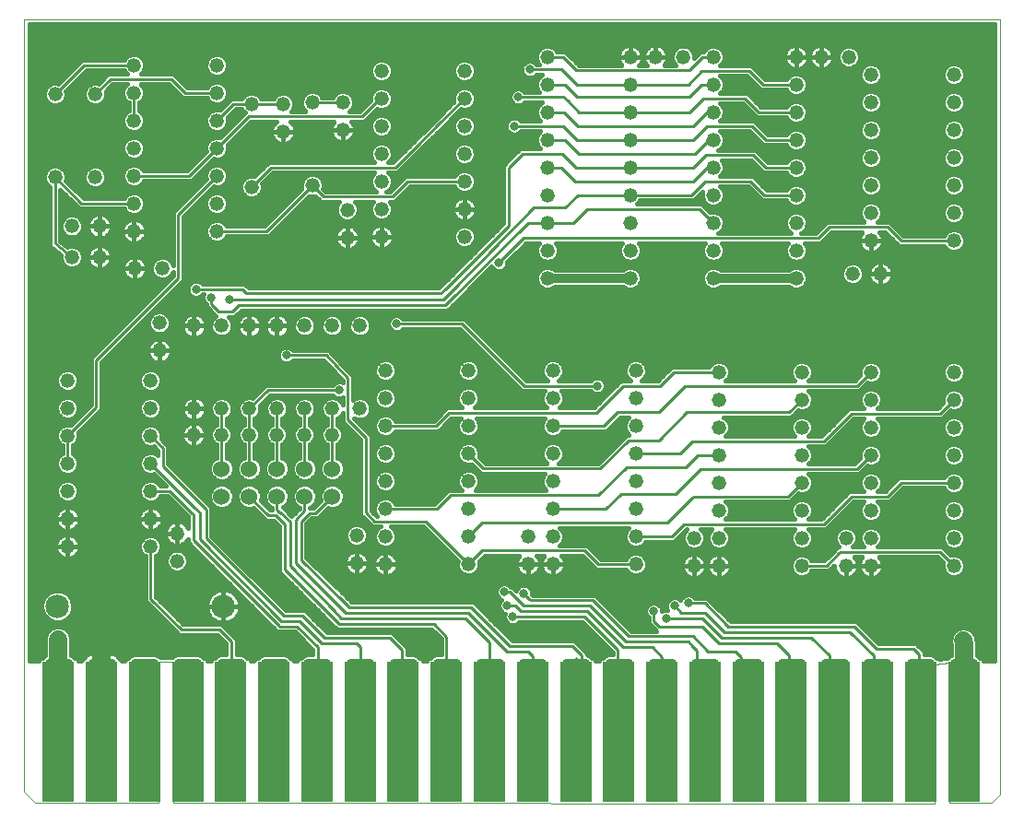
<source format=gtl>
G75*
%MOIN*%
%OFA0B0*%
%FSLAX25Y25*%
%IPPOS*%
%LPD*%
%AMOC8*
5,1,8,0,0,1.08239X$1,22.5*
%
%ADD10C,0.00000*%
%ADD11C,0.05200*%
%ADD12C,0.08500*%
%ADD13C,0.03000*%
%ADD14R,0.11693X0.50669*%
%ADD15C,0.06000*%
%ADD16C,0.03200*%
%ADD17C,0.06600*%
%ADD18C,0.05906*%
%ADD19C,0.01600*%
%ADD20C,0.01000*%
%ADD21C,0.03169*%
D10*
X0026198Y0006201D02*
X0030135Y0002299D01*
X0074623Y0002299D01*
X0074623Y0053087D01*
X0080135Y0053087D01*
X0080135Y0002299D01*
X0355331Y0001906D01*
X0355331Y0052299D01*
X0360843Y0052693D01*
X0360843Y0002299D01*
X0376198Y0002299D01*
X0378954Y0005055D01*
X0378954Y0051512D01*
X0378954Y0051394D02*
X0378954Y0285492D01*
X0026198Y0285492D01*
X0026198Y0052000D01*
X0026198Y0052201D02*
X0026198Y0006201D01*
D11*
X0081402Y0089591D03*
X0071800Y0094894D03*
X0081402Y0099591D03*
X0071800Y0104894D03*
X0071800Y0114894D03*
X0071800Y0124894D03*
X0071800Y0134894D03*
X0071800Y0144894D03*
X0071800Y0154894D03*
X0075017Y0165685D03*
X0075017Y0175685D03*
X0087536Y0174661D03*
X0097536Y0174661D03*
X0107536Y0174661D03*
X0117536Y0174661D03*
X0127536Y0174661D03*
X0137536Y0174661D03*
X0147536Y0174661D03*
X0156800Y0158394D03*
X0156800Y0148394D03*
X0147536Y0144661D03*
X0137536Y0144661D03*
X0127536Y0144661D03*
X0127418Y0135252D03*
X0137418Y0135252D03*
X0156800Y0138394D03*
X0156800Y0128394D03*
X0156800Y0118394D03*
X0156800Y0108394D03*
X0156800Y0098394D03*
X0146300Y0098894D03*
X0146300Y0088894D03*
X0156800Y0088394D03*
X0186800Y0088394D03*
X0186800Y0098394D03*
X0186800Y0108394D03*
X0186800Y0118394D03*
X0186800Y0128394D03*
X0186800Y0138394D03*
X0186800Y0148394D03*
X0186800Y0158394D03*
X0217300Y0158394D03*
X0217300Y0148394D03*
X0217300Y0138394D03*
X0217300Y0128394D03*
X0217300Y0118394D03*
X0217300Y0108394D03*
X0217300Y0098394D03*
X0208300Y0098394D03*
X0208300Y0088394D03*
X0217300Y0088394D03*
X0247300Y0088394D03*
X0247300Y0098394D03*
X0247300Y0108394D03*
X0247300Y0118394D03*
X0247300Y0128394D03*
X0247300Y0138394D03*
X0247300Y0148394D03*
X0247300Y0158394D03*
X0277300Y0157894D03*
X0277300Y0147894D03*
X0277300Y0137894D03*
X0277300Y0127894D03*
X0277300Y0117894D03*
X0277300Y0107894D03*
X0277300Y0097894D03*
X0268300Y0097894D03*
X0268300Y0087894D03*
X0277300Y0087894D03*
X0307300Y0087894D03*
X0307300Y0097894D03*
X0307300Y0107894D03*
X0307300Y0117894D03*
X0307300Y0127894D03*
X0307300Y0137894D03*
X0307300Y0147894D03*
X0307300Y0157894D03*
X0332300Y0157894D03*
X0332300Y0147894D03*
X0332300Y0137894D03*
X0332300Y0127894D03*
X0332300Y0117894D03*
X0332300Y0107894D03*
X0332300Y0097894D03*
X0323300Y0097894D03*
X0323300Y0087894D03*
X0332300Y0087894D03*
X0362300Y0087894D03*
X0362300Y0097894D03*
X0362300Y0107894D03*
X0362300Y0117894D03*
X0362300Y0127894D03*
X0362300Y0137894D03*
X0362300Y0147894D03*
X0362300Y0157894D03*
X0335800Y0193394D03*
X0325800Y0193394D03*
X0332300Y0205394D03*
X0332300Y0215394D03*
X0332300Y0225394D03*
X0332300Y0235394D03*
X0332300Y0245394D03*
X0332300Y0255394D03*
X0332300Y0265394D03*
X0324300Y0271894D03*
X0314300Y0271894D03*
X0305300Y0271894D03*
X0305300Y0261894D03*
X0305300Y0251894D03*
X0305300Y0241894D03*
X0305300Y0231894D03*
X0305300Y0221894D03*
X0305300Y0211894D03*
X0305300Y0201894D03*
X0305300Y0191894D03*
X0275300Y0191894D03*
X0275300Y0201894D03*
X0275300Y0211894D03*
X0275300Y0221894D03*
X0275300Y0231894D03*
X0275300Y0241894D03*
X0275300Y0251894D03*
X0275300Y0261894D03*
X0275300Y0271894D03*
X0264418Y0271957D03*
X0254418Y0271957D03*
X0245300Y0271894D03*
X0245300Y0261894D03*
X0245300Y0251894D03*
X0245300Y0241894D03*
X0245300Y0231894D03*
X0245300Y0221894D03*
X0245300Y0211894D03*
X0245300Y0201894D03*
X0245300Y0191894D03*
X0215300Y0191894D03*
X0215300Y0201894D03*
X0215300Y0211894D03*
X0215300Y0221894D03*
X0215300Y0231894D03*
X0215300Y0241894D03*
X0215300Y0251894D03*
X0215300Y0261894D03*
X0215300Y0271894D03*
X0185300Y0266894D03*
X0185300Y0256894D03*
X0185300Y0246894D03*
X0185300Y0236894D03*
X0185300Y0226894D03*
X0185300Y0216894D03*
X0185300Y0206894D03*
X0155300Y0206894D03*
X0155300Y0216894D03*
X0155300Y0226894D03*
X0155300Y0236894D03*
X0155300Y0246894D03*
X0155300Y0256894D03*
X0155300Y0266894D03*
X0141300Y0255394D03*
X0141300Y0245394D03*
X0130300Y0255394D03*
X0119800Y0254894D03*
X0119800Y0244894D03*
X0108300Y0254894D03*
X0095800Y0258894D03*
X0095800Y0268894D03*
X0095800Y0248894D03*
X0095800Y0238894D03*
X0095800Y0228894D03*
X0095800Y0218894D03*
X0095800Y0208894D03*
X0076087Y0195394D03*
X0066087Y0195394D03*
X0053300Y0199449D03*
X0043300Y0199449D03*
X0043300Y0210693D03*
X0053300Y0210693D03*
X0065800Y0208894D03*
X0065800Y0218894D03*
X0065800Y0228894D03*
X0065800Y0238894D03*
X0065800Y0248894D03*
X0065800Y0258894D03*
X0065800Y0268894D03*
X0051800Y0258394D03*
X0037300Y0258394D03*
X0037300Y0228394D03*
X0051800Y0228394D03*
X0108300Y0224894D03*
X0130300Y0225394D03*
X0142934Y0216587D03*
X0142934Y0206587D03*
X0117536Y0144661D03*
X0107536Y0144661D03*
X0097536Y0144661D03*
X0087536Y0144661D03*
X0087418Y0135252D03*
X0097418Y0135252D03*
X0107418Y0135252D03*
X0117418Y0135252D03*
X0041800Y0134894D03*
X0041800Y0144894D03*
X0041800Y0154894D03*
X0041800Y0124894D03*
X0041800Y0114894D03*
X0041800Y0104894D03*
X0041800Y0094894D03*
X0362300Y0205394D03*
X0362300Y0215394D03*
X0362300Y0225394D03*
X0362300Y0235394D03*
X0362300Y0245394D03*
X0362300Y0255394D03*
X0362300Y0265394D03*
D12*
X0098087Y0073244D03*
X0038087Y0073244D03*
D13*
X0034986Y0035846D02*
X0041986Y0035846D01*
X0034986Y0035846D02*
X0034986Y0052846D01*
X0041986Y0052846D01*
X0041986Y0035846D01*
X0041986Y0038845D02*
X0034986Y0038845D01*
X0034986Y0041844D02*
X0041986Y0041844D01*
X0041986Y0044843D02*
X0034986Y0044843D01*
X0034986Y0047842D02*
X0041986Y0047842D01*
X0041986Y0050841D02*
X0034986Y0050841D01*
X0050576Y0035846D02*
X0057576Y0035846D01*
X0050576Y0035846D02*
X0050576Y0052846D01*
X0057576Y0052846D01*
X0057576Y0035846D01*
X0057576Y0038845D02*
X0050576Y0038845D01*
X0050576Y0041844D02*
X0057576Y0041844D01*
X0057576Y0044843D02*
X0050576Y0044843D01*
X0050576Y0047842D02*
X0057576Y0047842D01*
X0057576Y0050841D02*
X0050576Y0050841D01*
X0066167Y0035846D02*
X0073167Y0035846D01*
X0066167Y0035846D02*
X0066167Y0052846D01*
X0073167Y0052846D01*
X0073167Y0035846D01*
X0073167Y0038845D02*
X0066167Y0038845D01*
X0066167Y0041844D02*
X0073167Y0041844D01*
X0073167Y0044843D02*
X0066167Y0044843D01*
X0066167Y0047842D02*
X0073167Y0047842D01*
X0073167Y0050841D02*
X0066167Y0050841D01*
X0081757Y0035846D02*
X0088757Y0035846D01*
X0081757Y0035846D02*
X0081757Y0052846D01*
X0088757Y0052846D01*
X0088757Y0035846D01*
X0088757Y0038845D02*
X0081757Y0038845D01*
X0081757Y0041844D02*
X0088757Y0041844D01*
X0088757Y0044843D02*
X0081757Y0044843D01*
X0081757Y0047842D02*
X0088757Y0047842D01*
X0088757Y0050841D02*
X0081757Y0050841D01*
X0097348Y0035846D02*
X0104348Y0035846D01*
X0097348Y0035846D02*
X0097348Y0052846D01*
X0104348Y0052846D01*
X0104348Y0035846D01*
X0104348Y0038845D02*
X0097348Y0038845D01*
X0097348Y0041844D02*
X0104348Y0041844D01*
X0104348Y0044843D02*
X0097348Y0044843D01*
X0097348Y0047842D02*
X0104348Y0047842D01*
X0104348Y0050841D02*
X0097348Y0050841D01*
X0112939Y0035846D02*
X0119939Y0035846D01*
X0112939Y0035846D02*
X0112939Y0052846D01*
X0119939Y0052846D01*
X0119939Y0035846D01*
X0119939Y0038845D02*
X0112939Y0038845D01*
X0112939Y0041844D02*
X0119939Y0041844D01*
X0119939Y0044843D02*
X0112939Y0044843D01*
X0112939Y0047842D02*
X0119939Y0047842D01*
X0119939Y0050841D02*
X0112939Y0050841D01*
X0128529Y0035846D02*
X0135529Y0035846D01*
X0128529Y0035846D02*
X0128529Y0052846D01*
X0135529Y0052846D01*
X0135529Y0035846D01*
X0135529Y0038845D02*
X0128529Y0038845D01*
X0128529Y0041844D02*
X0135529Y0041844D01*
X0135529Y0044843D02*
X0128529Y0044843D01*
X0128529Y0047842D02*
X0135529Y0047842D01*
X0135529Y0050841D02*
X0128529Y0050841D01*
X0144120Y0035846D02*
X0151120Y0035846D01*
X0144120Y0035846D02*
X0144120Y0052846D01*
X0151120Y0052846D01*
X0151120Y0035846D01*
X0151120Y0038845D02*
X0144120Y0038845D01*
X0144120Y0041844D02*
X0151120Y0041844D01*
X0151120Y0044843D02*
X0144120Y0044843D01*
X0144120Y0047842D02*
X0151120Y0047842D01*
X0151120Y0050841D02*
X0144120Y0050841D01*
X0159710Y0035846D02*
X0166710Y0035846D01*
X0159710Y0035846D02*
X0159710Y0052846D01*
X0166710Y0052846D01*
X0166710Y0035846D01*
X0166710Y0038845D02*
X0159710Y0038845D01*
X0159710Y0041844D02*
X0166710Y0041844D01*
X0166710Y0044843D02*
X0159710Y0044843D01*
X0159710Y0047842D02*
X0166710Y0047842D01*
X0166710Y0050841D02*
X0159710Y0050841D01*
X0175301Y0035846D02*
X0182301Y0035846D01*
X0175301Y0035846D02*
X0175301Y0052846D01*
X0182301Y0052846D01*
X0182301Y0035846D01*
X0182301Y0038845D02*
X0175301Y0038845D01*
X0175301Y0041844D02*
X0182301Y0041844D01*
X0182301Y0044843D02*
X0175301Y0044843D01*
X0175301Y0047842D02*
X0182301Y0047842D01*
X0182301Y0050841D02*
X0175301Y0050841D01*
X0190891Y0035846D02*
X0197891Y0035846D01*
X0190891Y0035846D02*
X0190891Y0052846D01*
X0197891Y0052846D01*
X0197891Y0035846D01*
X0197891Y0038845D02*
X0190891Y0038845D01*
X0190891Y0041844D02*
X0197891Y0041844D01*
X0197891Y0044843D02*
X0190891Y0044843D01*
X0190891Y0047842D02*
X0197891Y0047842D01*
X0197891Y0050841D02*
X0190891Y0050841D01*
X0206482Y0035846D02*
X0213482Y0035846D01*
X0206482Y0035846D02*
X0206482Y0052846D01*
X0213482Y0052846D01*
X0213482Y0035846D01*
X0213482Y0038845D02*
X0206482Y0038845D01*
X0206482Y0041844D02*
X0213482Y0041844D01*
X0213482Y0044843D02*
X0206482Y0044843D01*
X0206482Y0047842D02*
X0213482Y0047842D01*
X0213482Y0050841D02*
X0206482Y0050841D01*
X0222072Y0035846D02*
X0229072Y0035846D01*
X0222072Y0035846D02*
X0222072Y0052846D01*
X0229072Y0052846D01*
X0229072Y0035846D01*
X0229072Y0038845D02*
X0222072Y0038845D01*
X0222072Y0041844D02*
X0229072Y0041844D01*
X0229072Y0044843D02*
X0222072Y0044843D01*
X0222072Y0047842D02*
X0229072Y0047842D01*
X0229072Y0050841D02*
X0222072Y0050841D01*
X0237663Y0035846D02*
X0244663Y0035846D01*
X0237663Y0035846D02*
X0237663Y0052846D01*
X0244663Y0052846D01*
X0244663Y0035846D01*
X0244663Y0038845D02*
X0237663Y0038845D01*
X0237663Y0041844D02*
X0244663Y0041844D01*
X0244663Y0044843D02*
X0237663Y0044843D01*
X0237663Y0047842D02*
X0244663Y0047842D01*
X0244663Y0050841D02*
X0237663Y0050841D01*
X0253254Y0035846D02*
X0260254Y0035846D01*
X0253254Y0035846D02*
X0253254Y0052846D01*
X0260254Y0052846D01*
X0260254Y0035846D01*
X0260254Y0038845D02*
X0253254Y0038845D01*
X0253254Y0041844D02*
X0260254Y0041844D01*
X0260254Y0044843D02*
X0253254Y0044843D01*
X0253254Y0047842D02*
X0260254Y0047842D01*
X0260254Y0050841D02*
X0253254Y0050841D01*
X0268844Y0035846D02*
X0275844Y0035846D01*
X0268844Y0035846D02*
X0268844Y0052846D01*
X0275844Y0052846D01*
X0275844Y0035846D01*
X0275844Y0038845D02*
X0268844Y0038845D01*
X0268844Y0041844D02*
X0275844Y0041844D01*
X0275844Y0044843D02*
X0268844Y0044843D01*
X0268844Y0047842D02*
X0275844Y0047842D01*
X0275844Y0050841D02*
X0268844Y0050841D01*
X0284435Y0035846D02*
X0291435Y0035846D01*
X0284435Y0035846D02*
X0284435Y0052846D01*
X0291435Y0052846D01*
X0291435Y0035846D01*
X0291435Y0038845D02*
X0284435Y0038845D01*
X0284435Y0041844D02*
X0291435Y0041844D01*
X0291435Y0044843D02*
X0284435Y0044843D01*
X0284435Y0047842D02*
X0291435Y0047842D01*
X0291435Y0050841D02*
X0284435Y0050841D01*
X0300025Y0035846D02*
X0307025Y0035846D01*
X0300025Y0035846D02*
X0300025Y0052846D01*
X0307025Y0052846D01*
X0307025Y0035846D01*
X0307025Y0038845D02*
X0300025Y0038845D01*
X0300025Y0041844D02*
X0307025Y0041844D01*
X0307025Y0044843D02*
X0300025Y0044843D01*
X0300025Y0047842D02*
X0307025Y0047842D01*
X0307025Y0050841D02*
X0300025Y0050841D01*
X0315616Y0035846D02*
X0322616Y0035846D01*
X0315616Y0035846D02*
X0315616Y0052846D01*
X0322616Y0052846D01*
X0322616Y0035846D01*
X0322616Y0038845D02*
X0315616Y0038845D01*
X0315616Y0041844D02*
X0322616Y0041844D01*
X0322616Y0044843D02*
X0315616Y0044843D01*
X0315616Y0047842D02*
X0322616Y0047842D01*
X0322616Y0050841D02*
X0315616Y0050841D01*
X0331206Y0035846D02*
X0338206Y0035846D01*
X0331206Y0035846D02*
X0331206Y0052846D01*
X0338206Y0052846D01*
X0338206Y0035846D01*
X0338206Y0038845D02*
X0331206Y0038845D01*
X0331206Y0041844D02*
X0338206Y0041844D01*
X0338206Y0044843D02*
X0331206Y0044843D01*
X0331206Y0047842D02*
X0338206Y0047842D01*
X0338206Y0050841D02*
X0331206Y0050841D01*
X0346797Y0035846D02*
X0353797Y0035846D01*
X0346797Y0035846D02*
X0346797Y0052846D01*
X0353797Y0052846D01*
X0353797Y0035846D01*
X0353797Y0038845D02*
X0346797Y0038845D01*
X0346797Y0041844D02*
X0353797Y0041844D01*
X0353797Y0044843D02*
X0346797Y0044843D01*
X0346797Y0047842D02*
X0353797Y0047842D01*
X0353797Y0050841D02*
X0346797Y0050841D01*
X0362387Y0035846D02*
X0369387Y0035846D01*
X0362387Y0035846D02*
X0362387Y0052846D01*
X0369387Y0052846D01*
X0369387Y0035846D01*
X0369387Y0038845D02*
X0362387Y0038845D01*
X0362387Y0041844D02*
X0369387Y0041844D01*
X0369387Y0044843D02*
X0362387Y0044843D01*
X0362387Y0047842D02*
X0369387Y0047842D01*
X0369387Y0050841D02*
X0362387Y0050841D01*
D14*
X0365883Y0027909D03*
X0350292Y0027909D03*
X0334702Y0027909D03*
X0319111Y0027909D03*
X0303520Y0027909D03*
X0287930Y0027909D03*
X0272339Y0027909D03*
X0256749Y0027909D03*
X0241158Y0027909D03*
X0225568Y0027909D03*
X0209977Y0027909D03*
X0194387Y0027909D03*
X0178796Y0027909D03*
X0163206Y0027909D03*
X0147615Y0027909D03*
X0132024Y0027909D03*
X0116434Y0027909D03*
X0100843Y0027909D03*
X0085253Y0027909D03*
X0069662Y0027909D03*
X0054072Y0027909D03*
X0038481Y0027909D03*
D15*
X0097536Y0112929D03*
X0107536Y0112929D03*
X0117536Y0112929D03*
X0117536Y0122929D03*
X0107536Y0122929D03*
X0097536Y0122929D03*
X0127536Y0122929D03*
X0137536Y0122929D03*
X0137536Y0112929D03*
X0127536Y0112929D03*
D16*
X0215300Y0191894D02*
X0245300Y0191894D01*
X0275300Y0191894D02*
X0305300Y0191894D01*
D17*
X0365800Y0060681D02*
X0366006Y0059688D01*
X0365887Y0044346D01*
X0055300Y0060894D02*
X0054194Y0059788D01*
X0054076Y0044346D01*
X0038486Y0044346D02*
X0038486Y0061153D01*
X0038402Y0061236D01*
D18*
X0038402Y0061236D03*
X0365800Y0060681D03*
D19*
X0369407Y0063736D02*
X0377154Y0063736D01*
X0377154Y0065334D02*
X0366490Y0065334D01*
X0365763Y0065473D02*
X0363932Y0065094D01*
X0362385Y0064043D01*
X0361359Y0062481D01*
X0361008Y0060644D01*
X0361302Y0059225D01*
X0361273Y0055524D01*
X0360745Y0055305D01*
X0360084Y0054644D01*
X0359456Y0054644D01*
X0359192Y0054380D01*
X0357130Y0054232D01*
X0356718Y0054644D01*
X0356100Y0054644D01*
X0355440Y0055305D01*
X0354374Y0055746D01*
X0351700Y0055746D01*
X0351700Y0056681D01*
X0350587Y0057794D01*
X0348587Y0059794D01*
X0335087Y0059794D01*
X0327087Y0067794D01*
X0281587Y0067794D01*
X0273087Y0076294D01*
X0268620Y0076294D01*
X0267990Y0076924D01*
X0266894Y0077378D01*
X0265706Y0077378D01*
X0264610Y0076924D01*
X0263770Y0076084D01*
X0263495Y0075419D01*
X0262990Y0075924D01*
X0261894Y0076378D01*
X0260706Y0076378D01*
X0259610Y0075924D01*
X0258770Y0075084D01*
X0258316Y0073987D01*
X0258316Y0072800D01*
X0258698Y0071878D01*
X0257706Y0071878D01*
X0256784Y0071496D01*
X0256784Y0071987D01*
X0256330Y0073084D01*
X0255490Y0073924D01*
X0254394Y0074378D01*
X0253206Y0074378D01*
X0252110Y0073924D01*
X0251270Y0073084D01*
X0250816Y0071987D01*
X0250816Y0070800D01*
X0251270Y0069703D01*
X0251900Y0069073D01*
X0251900Y0067107D01*
X0253900Y0065107D01*
X0254713Y0064294D01*
X0245587Y0064294D01*
X0232587Y0077294D01*
X0210087Y0077294D01*
X0209784Y0077596D01*
X0209784Y0078487D01*
X0209330Y0079584D01*
X0208490Y0080424D01*
X0207394Y0080878D01*
X0206206Y0080878D01*
X0205110Y0080424D01*
X0204270Y0079584D01*
X0203985Y0078896D01*
X0202587Y0080294D01*
X0202120Y0080294D01*
X0201490Y0080924D01*
X0200394Y0081378D01*
X0199206Y0081378D01*
X0198110Y0080924D01*
X0197270Y0080084D01*
X0196816Y0078987D01*
X0196816Y0077800D01*
X0197270Y0076703D01*
X0198110Y0075864D01*
X0198774Y0075588D01*
X0198270Y0075084D01*
X0197816Y0073987D01*
X0197816Y0072800D01*
X0198270Y0071703D01*
X0199110Y0070864D01*
X0200022Y0070486D01*
X0199816Y0069987D01*
X0199816Y0068800D01*
X0200270Y0067703D01*
X0201110Y0066864D01*
X0202206Y0066409D01*
X0203394Y0066409D01*
X0204490Y0066864D01*
X0205120Y0067494D01*
X0228013Y0067494D01*
X0238900Y0056607D01*
X0238900Y0055746D01*
X0237086Y0055746D01*
X0236020Y0055305D01*
X0235359Y0054644D01*
X0234732Y0054644D01*
X0233912Y0053824D01*
X0233912Y0053394D01*
X0232814Y0053394D01*
X0232814Y0053824D01*
X0231994Y0054644D01*
X0231376Y0054644D01*
X0230715Y0055305D01*
X0229700Y0055725D01*
X0229700Y0056181D01*
X0226200Y0059681D01*
X0225087Y0060794D01*
X0202587Y0060794D01*
X0189700Y0073681D01*
X0188587Y0074794D01*
X0144587Y0074794D01*
X0143687Y0075694D01*
X0143687Y0075712D01*
X0143132Y0076248D01*
X0142587Y0076794D01*
X0142569Y0076794D01*
X0128200Y0090699D01*
X0128200Y0103071D01*
X0130134Y0105006D01*
X0132300Y0105006D01*
X0136069Y0108775D01*
X0136661Y0108529D01*
X0138411Y0108529D01*
X0140029Y0109199D01*
X0141266Y0110437D01*
X0141936Y0112054D01*
X0141936Y0113804D01*
X0141266Y0115422D01*
X0140029Y0116659D01*
X0138411Y0117329D01*
X0136661Y0117329D01*
X0135044Y0116659D01*
X0133806Y0115422D01*
X0133136Y0113804D01*
X0133136Y0112054D01*
X0133382Y0111462D01*
X0130726Y0108805D01*
X0129436Y0108805D01*
X0129436Y0108954D01*
X0130029Y0109199D01*
X0131266Y0110437D01*
X0131936Y0112054D01*
X0131936Y0113804D01*
X0131266Y0115422D01*
X0130029Y0116659D01*
X0128411Y0117329D01*
X0126661Y0117329D01*
X0125044Y0116659D01*
X0123806Y0115422D01*
X0123136Y0113804D01*
X0123136Y0112054D01*
X0123806Y0110437D01*
X0125044Y0109199D01*
X0125636Y0108954D01*
X0125636Y0108637D01*
X0125479Y0108480D01*
X0122851Y0105852D01*
X0120617Y0108086D01*
X0120617Y0108086D01*
X0119658Y0109045D01*
X0120029Y0109199D01*
X0121266Y0110437D01*
X0121936Y0112054D01*
X0121936Y0113804D01*
X0121266Y0115422D01*
X0120029Y0116659D01*
X0118411Y0117329D01*
X0116661Y0117329D01*
X0115044Y0116659D01*
X0113806Y0115422D01*
X0113136Y0113804D01*
X0113136Y0112054D01*
X0113806Y0110437D01*
X0115044Y0109199D01*
X0115636Y0108954D01*
X0115636Y0108018D01*
X0115134Y0108018D01*
X0111691Y0111462D01*
X0111936Y0112054D01*
X0111936Y0113804D01*
X0111266Y0115422D01*
X0110029Y0116659D01*
X0108411Y0117329D01*
X0106661Y0117329D01*
X0105044Y0116659D01*
X0103806Y0115422D01*
X0103136Y0113804D01*
X0103136Y0112054D01*
X0103806Y0110437D01*
X0105044Y0109199D01*
X0106661Y0108529D01*
X0108411Y0108529D01*
X0109004Y0108775D01*
X0113560Y0104218D01*
X0116356Y0104218D01*
X0118392Y0102181D01*
X0118392Y0085646D01*
X0119505Y0084533D01*
X0132104Y0071935D01*
X0139190Y0064848D01*
X0173442Y0064848D01*
X0176901Y0061389D01*
X0176901Y0055746D01*
X0174724Y0055746D01*
X0173658Y0055305D01*
X0172997Y0054644D01*
X0172370Y0054644D01*
X0171550Y0053824D01*
X0171550Y0053394D01*
X0170452Y0053394D01*
X0170452Y0053824D01*
X0169632Y0054644D01*
X0169014Y0054644D01*
X0168353Y0055305D01*
X0167287Y0055746D01*
X0164700Y0055746D01*
X0164700Y0058181D01*
X0163587Y0059294D01*
X0159087Y0063794D01*
X0135587Y0063794D01*
X0127587Y0071794D01*
X0120689Y0071794D01*
X0093846Y0098637D01*
X0093846Y0109035D01*
X0090087Y0112794D01*
X0078200Y0124681D01*
X0078200Y0131181D01*
X0077087Y0132294D01*
X0075648Y0133732D01*
X0075800Y0134098D01*
X0075800Y0135689D01*
X0075191Y0137160D01*
X0074066Y0138285D01*
X0072596Y0138894D01*
X0071004Y0138894D01*
X0069534Y0138285D01*
X0068409Y0137160D01*
X0067800Y0135689D01*
X0067800Y0134098D01*
X0068409Y0132628D01*
X0069534Y0131503D01*
X0071004Y0130894D01*
X0072596Y0130894D01*
X0072961Y0131045D01*
X0074400Y0129607D01*
X0074400Y0127951D01*
X0074066Y0128285D01*
X0072596Y0128894D01*
X0071004Y0128894D01*
X0069534Y0128285D01*
X0068409Y0127160D01*
X0067800Y0125689D01*
X0067800Y0124098D01*
X0068409Y0122628D01*
X0069534Y0121503D01*
X0071004Y0120894D01*
X0072596Y0120894D01*
X0072961Y0121045D01*
X0077213Y0116794D01*
X0075343Y0116794D01*
X0075191Y0117160D01*
X0074066Y0118285D01*
X0072596Y0118894D01*
X0071004Y0118894D01*
X0069534Y0118285D01*
X0068409Y0117160D01*
X0067800Y0115689D01*
X0067800Y0114098D01*
X0068409Y0112628D01*
X0069534Y0111503D01*
X0071004Y0110894D01*
X0072596Y0110894D01*
X0074066Y0111503D01*
X0075191Y0112628D01*
X0075343Y0112994D01*
X0078013Y0112994D01*
X0084900Y0106107D01*
X0084900Y0106107D01*
X0085321Y0105685D01*
X0085321Y0101591D01*
X0085166Y0101897D01*
X0084758Y0102457D01*
X0084269Y0102947D01*
X0083708Y0103354D01*
X0083091Y0103668D01*
X0082433Y0103882D01*
X0081749Y0103991D01*
X0081402Y0103991D01*
X0081056Y0103991D01*
X0080372Y0103882D01*
X0079713Y0103668D01*
X0079096Y0103354D01*
X0078536Y0102947D01*
X0078046Y0102457D01*
X0077639Y0101897D01*
X0077325Y0101280D01*
X0077111Y0100621D01*
X0077002Y0099937D01*
X0077002Y0099591D01*
X0081402Y0099591D01*
X0081402Y0103991D01*
X0081402Y0099591D01*
X0081402Y0099591D01*
X0081402Y0099590D01*
X0081402Y0099590D01*
X0081402Y0095191D01*
X0081056Y0095191D01*
X0080372Y0095299D01*
X0079713Y0095513D01*
X0079096Y0095827D01*
X0078536Y0096234D01*
X0078046Y0096724D01*
X0077639Y0097284D01*
X0077325Y0097902D01*
X0077111Y0098560D01*
X0077002Y0099244D01*
X0077002Y0099590D01*
X0081402Y0099590D01*
X0081402Y0095191D01*
X0081749Y0095191D01*
X0082433Y0095299D01*
X0083091Y0095513D01*
X0083708Y0095827D01*
X0084269Y0096234D01*
X0084758Y0096724D01*
X0085166Y0097284D01*
X0085321Y0097590D01*
X0085321Y0096276D01*
X0116400Y0065197D01*
X0116400Y0065107D01*
X0117513Y0063994D01*
X0124013Y0063994D01*
X0130400Y0057607D01*
X0130400Y0055746D01*
X0127952Y0055746D01*
X0126886Y0055305D01*
X0126226Y0054644D01*
X0125598Y0054644D01*
X0124778Y0053824D01*
X0124778Y0053394D01*
X0123680Y0053394D01*
X0123680Y0053824D01*
X0122860Y0054644D01*
X0122242Y0054644D01*
X0121581Y0055305D01*
X0120515Y0055746D01*
X0112362Y0055746D01*
X0111296Y0055305D01*
X0110635Y0054644D01*
X0110007Y0054644D01*
X0109187Y0053824D01*
X0109187Y0053394D01*
X0108090Y0053394D01*
X0108090Y0053824D01*
X0107270Y0054644D01*
X0106652Y0054644D01*
X0105991Y0055305D01*
X0104925Y0055746D01*
X0102901Y0055746D01*
X0102901Y0061236D01*
X0101788Y0062349D01*
X0097457Y0066680D01*
X0083678Y0066680D01*
X0073700Y0076657D01*
X0073700Y0091351D01*
X0074066Y0091503D01*
X0075191Y0092628D01*
X0075800Y0094098D01*
X0075800Y0095689D01*
X0075191Y0097160D01*
X0074066Y0098285D01*
X0072596Y0098894D01*
X0071004Y0098894D01*
X0069534Y0098285D01*
X0068409Y0097160D01*
X0067800Y0095689D01*
X0067800Y0094098D01*
X0068409Y0092628D01*
X0069534Y0091503D01*
X0069900Y0091351D01*
X0069900Y0075083D01*
X0080991Y0063993D01*
X0082104Y0062880D01*
X0095883Y0062880D01*
X0099101Y0059662D01*
X0099101Y0055746D01*
X0096771Y0055746D01*
X0095705Y0055305D01*
X0095044Y0054644D01*
X0094417Y0054644D01*
X0093597Y0053824D01*
X0093597Y0053394D01*
X0092499Y0053394D01*
X0092499Y0053824D01*
X0091679Y0054644D01*
X0091061Y0054644D01*
X0090400Y0055305D01*
X0089334Y0055746D01*
X0081181Y0055746D01*
X0080115Y0055305D01*
X0079696Y0054887D01*
X0075228Y0054887D01*
X0074810Y0055305D01*
X0073744Y0055746D01*
X0065590Y0055746D01*
X0064524Y0055305D01*
X0063863Y0054644D01*
X0063236Y0054644D01*
X0062416Y0053824D01*
X0062416Y0053394D01*
X0061318Y0053394D01*
X0061318Y0053824D01*
X0060498Y0054644D01*
X0060344Y0054644D01*
X0060140Y0054950D01*
X0059680Y0055410D01*
X0059140Y0055771D01*
X0058539Y0056020D01*
X0057901Y0056146D01*
X0054876Y0056146D01*
X0054876Y0054644D01*
X0053276Y0054644D01*
X0053276Y0056146D01*
X0050251Y0056146D01*
X0049614Y0056020D01*
X0049013Y0055771D01*
X0048473Y0055410D01*
X0048013Y0054950D01*
X0047809Y0054644D01*
X0047645Y0054644D01*
X0046825Y0053824D01*
X0046825Y0053394D01*
X0045728Y0053394D01*
X0045728Y0053824D01*
X0044907Y0054644D01*
X0044289Y0054644D01*
X0043629Y0055305D01*
X0043186Y0055488D01*
X0043186Y0062088D01*
X0042470Y0063815D01*
X0041065Y0065221D01*
X0039337Y0065936D01*
X0037467Y0065936D01*
X0035740Y0065221D01*
X0034418Y0063899D01*
X0033702Y0062171D01*
X0033702Y0060301D01*
X0033786Y0060100D01*
X0033786Y0055488D01*
X0033343Y0055305D01*
X0032682Y0054644D01*
X0032055Y0054644D01*
X0031235Y0053824D01*
X0031235Y0053394D01*
X0027998Y0053394D01*
X0027998Y0283692D01*
X0377154Y0283692D01*
X0377154Y0053394D01*
X0373129Y0053394D01*
X0373129Y0053824D01*
X0372309Y0054644D01*
X0371691Y0054644D01*
X0371030Y0055305D01*
X0370673Y0055453D01*
X0370702Y0059226D01*
X0370797Y0059725D01*
X0370709Y0060152D01*
X0370713Y0060587D01*
X0370522Y0061058D01*
X0370213Y0062549D01*
X0369162Y0064096D01*
X0367599Y0065122D01*
X0365763Y0065473D01*
X0365092Y0065334D02*
X0329547Y0065334D01*
X0331145Y0063736D02*
X0362183Y0063736D01*
X0361293Y0062137D02*
X0332744Y0062137D01*
X0334342Y0060539D02*
X0361030Y0060539D01*
X0361300Y0058940D02*
X0349441Y0058940D01*
X0351039Y0057342D02*
X0361287Y0057342D01*
X0361275Y0055743D02*
X0354382Y0055743D01*
X0370675Y0055743D02*
X0377154Y0055743D01*
X0377154Y0054145D02*
X0372809Y0054145D01*
X0370688Y0057342D02*
X0377154Y0057342D01*
X0377154Y0058940D02*
X0370700Y0058940D01*
X0370712Y0060539D02*
X0377154Y0060539D01*
X0377154Y0062137D02*
X0370298Y0062137D01*
X0377154Y0066933D02*
X0327948Y0066933D01*
X0331270Y0083602D02*
X0331954Y0083494D01*
X0332300Y0083494D01*
X0332646Y0083494D01*
X0333330Y0083602D01*
X0333989Y0083816D01*
X0334606Y0084130D01*
X0335166Y0084538D01*
X0335656Y0085027D01*
X0336063Y0085588D01*
X0336378Y0086205D01*
X0336592Y0086863D01*
X0336700Y0087547D01*
X0336700Y0087894D01*
X0336700Y0088240D01*
X0336592Y0088924D01*
X0336378Y0089583D01*
X0336063Y0090200D01*
X0335656Y0090760D01*
X0335423Y0090994D01*
X0356513Y0090994D01*
X0358452Y0089055D01*
X0358300Y0088689D01*
X0358300Y0087098D01*
X0358909Y0085628D01*
X0360034Y0084503D01*
X0361504Y0083894D01*
X0363096Y0083894D01*
X0364566Y0084503D01*
X0365691Y0085628D01*
X0366300Y0087098D01*
X0366300Y0088689D01*
X0365691Y0090160D01*
X0364566Y0091285D01*
X0363096Y0091894D01*
X0361504Y0091894D01*
X0361139Y0091742D01*
X0358087Y0094794D01*
X0334857Y0094794D01*
X0335691Y0095628D01*
X0336300Y0097098D01*
X0336300Y0098689D01*
X0335691Y0100160D01*
X0334566Y0101285D01*
X0333096Y0101894D01*
X0331504Y0101894D01*
X0330034Y0101285D01*
X0328909Y0100160D01*
X0328300Y0098689D01*
X0328300Y0097098D01*
X0328909Y0095628D01*
X0329743Y0094794D01*
X0325857Y0094794D01*
X0326691Y0095628D01*
X0327300Y0097098D01*
X0327300Y0098689D01*
X0326691Y0100160D01*
X0325566Y0101285D01*
X0324096Y0101894D01*
X0322504Y0101894D01*
X0321034Y0101285D01*
X0319909Y0100160D01*
X0319300Y0098689D01*
X0319300Y0097098D01*
X0319909Y0095628D01*
X0320743Y0094794D01*
X0320513Y0094794D01*
X0319400Y0093681D01*
X0318900Y0093181D01*
X0315513Y0089794D01*
X0310843Y0089794D01*
X0310691Y0090160D01*
X0309566Y0091285D01*
X0308096Y0091894D01*
X0306504Y0091894D01*
X0305034Y0091285D01*
X0303909Y0090160D01*
X0303300Y0088689D01*
X0303300Y0087098D01*
X0303909Y0085628D01*
X0305034Y0084503D01*
X0306504Y0083894D01*
X0308096Y0083894D01*
X0309566Y0084503D01*
X0310691Y0085628D01*
X0310843Y0085994D01*
X0317087Y0085994D01*
X0318900Y0087807D01*
X0318900Y0087547D01*
X0319008Y0086863D01*
X0319222Y0086205D01*
X0319537Y0085588D01*
X0319944Y0085027D01*
X0320434Y0084538D01*
X0320994Y0084130D01*
X0321611Y0083816D01*
X0322270Y0083602D01*
X0322954Y0083494D01*
X0323300Y0083494D01*
X0323646Y0083494D01*
X0324330Y0083602D01*
X0324989Y0083816D01*
X0325606Y0084130D01*
X0326166Y0084538D01*
X0326656Y0085027D01*
X0327063Y0085588D01*
X0327378Y0086205D01*
X0327592Y0086863D01*
X0327700Y0087547D01*
X0327700Y0087894D01*
X0327700Y0088240D01*
X0327592Y0088924D01*
X0327378Y0089583D01*
X0327063Y0090200D01*
X0326656Y0090760D01*
X0326423Y0090994D01*
X0329177Y0090994D01*
X0328944Y0090760D01*
X0328537Y0090200D01*
X0328222Y0089583D01*
X0328008Y0088924D01*
X0327900Y0088240D01*
X0327900Y0087894D01*
X0332300Y0087894D01*
X0336700Y0087894D01*
X0332300Y0087894D01*
X0332300Y0087894D01*
X0332300Y0087894D01*
X0327900Y0087894D01*
X0327900Y0087547D01*
X0328008Y0086863D01*
X0328222Y0086205D01*
X0328537Y0085588D01*
X0328944Y0085027D01*
X0329434Y0084538D01*
X0329994Y0084130D01*
X0330611Y0083816D01*
X0331270Y0083602D01*
X0332300Y0083494D02*
X0332300Y0087894D01*
X0332300Y0083494D01*
X0332300Y0084516D02*
X0332300Y0084516D01*
X0332300Y0086115D02*
X0332300Y0086115D01*
X0332300Y0087713D02*
X0332300Y0087713D01*
X0332300Y0087894D02*
X0332300Y0087894D01*
X0328134Y0089312D02*
X0327466Y0089312D01*
X0327700Y0087894D02*
X0323300Y0087894D01*
X0323300Y0087894D01*
X0327700Y0087894D01*
X0327700Y0087713D02*
X0327900Y0087713D01*
X0328268Y0086115D02*
X0327332Y0086115D01*
X0326137Y0084516D02*
X0329463Y0084516D01*
X0335137Y0084516D02*
X0360021Y0084516D01*
X0358707Y0086115D02*
X0336332Y0086115D01*
X0336700Y0087713D02*
X0358300Y0087713D01*
X0358195Y0089312D02*
X0336466Y0089312D01*
X0335506Y0090910D02*
X0356596Y0090910D01*
X0358773Y0094107D02*
X0360989Y0094107D01*
X0361504Y0093894D02*
X0363096Y0093894D01*
X0364566Y0094503D01*
X0365691Y0095628D01*
X0366300Y0097098D01*
X0366300Y0098689D01*
X0365691Y0100160D01*
X0364566Y0101285D01*
X0363096Y0101894D01*
X0361504Y0101894D01*
X0360034Y0101285D01*
X0358909Y0100160D01*
X0358300Y0098689D01*
X0358300Y0097098D01*
X0358909Y0095628D01*
X0360034Y0094503D01*
X0361504Y0093894D01*
X0360372Y0092509D02*
X0377154Y0092509D01*
X0377154Y0094107D02*
X0363611Y0094107D01*
X0365723Y0095706D02*
X0377154Y0095706D01*
X0377154Y0097304D02*
X0366300Y0097304D01*
X0366212Y0098903D02*
X0377154Y0098903D01*
X0377154Y0100501D02*
X0365349Y0100501D01*
X0363096Y0103894D02*
X0364566Y0104503D01*
X0365691Y0105628D01*
X0366300Y0107098D01*
X0366300Y0108689D01*
X0365691Y0110160D01*
X0364566Y0111285D01*
X0363096Y0111894D01*
X0361504Y0111894D01*
X0360034Y0111285D01*
X0358909Y0110160D01*
X0358300Y0108689D01*
X0358300Y0107098D01*
X0358909Y0105628D01*
X0360034Y0104503D01*
X0361504Y0103894D01*
X0363096Y0103894D01*
X0365360Y0105297D02*
X0377154Y0105297D01*
X0377154Y0106895D02*
X0366216Y0106895D01*
X0366300Y0108494D02*
X0377154Y0108494D01*
X0377154Y0110092D02*
X0365719Y0110092D01*
X0363585Y0111691D02*
X0377154Y0111691D01*
X0377154Y0113289D02*
X0341383Y0113289D01*
X0340200Y0112107D02*
X0339087Y0110994D01*
X0334857Y0110994D01*
X0335691Y0110160D01*
X0336300Y0108689D01*
X0336300Y0107098D01*
X0335691Y0105628D01*
X0334566Y0104503D01*
X0333096Y0103894D01*
X0331504Y0103894D01*
X0330034Y0104503D01*
X0328909Y0105628D01*
X0328300Y0107098D01*
X0328300Y0108689D01*
X0328909Y0110160D01*
X0329743Y0110994D01*
X0326087Y0110994D01*
X0317200Y0102107D01*
X0316087Y0100994D01*
X0309857Y0100994D01*
X0310691Y0100160D01*
X0311300Y0098689D01*
X0311300Y0097098D01*
X0310691Y0095628D01*
X0309566Y0094503D01*
X0308096Y0093894D01*
X0306504Y0093894D01*
X0305034Y0094503D01*
X0303909Y0095628D01*
X0303300Y0097098D01*
X0303300Y0098689D01*
X0303909Y0100160D01*
X0304743Y0100994D01*
X0279857Y0100994D01*
X0280691Y0100160D01*
X0281300Y0098689D01*
X0281300Y0097098D01*
X0280691Y0095628D01*
X0279566Y0094503D01*
X0278096Y0093894D01*
X0276504Y0093894D01*
X0275034Y0094503D01*
X0273909Y0095628D01*
X0273300Y0097098D01*
X0273300Y0098689D01*
X0273909Y0100160D01*
X0274743Y0100994D01*
X0270857Y0100994D01*
X0271691Y0100160D01*
X0272300Y0098689D01*
X0272300Y0097098D01*
X0271691Y0095628D01*
X0270566Y0094503D01*
X0269096Y0093894D01*
X0267504Y0093894D01*
X0266034Y0094503D01*
X0264909Y0095628D01*
X0264300Y0097098D01*
X0264300Y0098689D01*
X0264909Y0100160D01*
X0265743Y0100994D01*
X0265587Y0100994D01*
X0262200Y0097607D01*
X0261087Y0096494D01*
X0250843Y0096494D01*
X0250691Y0096128D01*
X0249566Y0095003D01*
X0248096Y0094394D01*
X0246504Y0094394D01*
X0245034Y0095003D01*
X0243909Y0096128D01*
X0243300Y0097598D01*
X0243300Y0099189D01*
X0243909Y0100660D01*
X0244743Y0101494D01*
X0219857Y0101494D01*
X0220691Y0100660D01*
X0221300Y0099189D01*
X0221300Y0097598D01*
X0220691Y0096128D01*
X0219857Y0095294D01*
X0229587Y0095294D01*
X0234587Y0090294D01*
X0243757Y0090294D01*
X0243909Y0090660D01*
X0245034Y0091785D01*
X0246504Y0092394D01*
X0248096Y0092394D01*
X0249566Y0091785D01*
X0250691Y0090660D01*
X0251300Y0089189D01*
X0251300Y0087598D01*
X0250691Y0086128D01*
X0249566Y0085003D01*
X0248096Y0084394D01*
X0246504Y0084394D01*
X0245034Y0085003D01*
X0243909Y0086128D01*
X0243757Y0086494D01*
X0233013Y0086494D01*
X0231900Y0087607D01*
X0228013Y0091494D01*
X0220423Y0091494D01*
X0220656Y0091260D01*
X0221063Y0090700D01*
X0221378Y0090083D01*
X0221592Y0089424D01*
X0221700Y0088740D01*
X0221700Y0088394D01*
X0217300Y0088394D01*
X0217300Y0088394D01*
X0217300Y0088394D01*
X0212900Y0088394D01*
X0212900Y0088740D01*
X0213008Y0089424D01*
X0213222Y0090083D01*
X0213537Y0090700D01*
X0213944Y0091260D01*
X0214177Y0091494D01*
X0211423Y0091494D01*
X0211656Y0091260D01*
X0212063Y0090700D01*
X0212378Y0090083D01*
X0212592Y0089424D01*
X0212700Y0088740D01*
X0212700Y0088394D01*
X0208300Y0088394D01*
X0208300Y0088394D01*
X0208300Y0088394D01*
X0203900Y0088394D01*
X0203900Y0088740D01*
X0204008Y0089424D01*
X0204222Y0090083D01*
X0204537Y0090700D01*
X0204944Y0091260D01*
X0205177Y0091494D01*
X0192587Y0091494D01*
X0190648Y0089555D01*
X0190800Y0089189D01*
X0190800Y0087598D01*
X0190191Y0086128D01*
X0189066Y0085003D01*
X0187596Y0084394D01*
X0186004Y0084394D01*
X0184534Y0085003D01*
X0183409Y0086128D01*
X0182800Y0087598D01*
X0182800Y0089189D01*
X0182952Y0089555D01*
X0170513Y0101994D01*
X0158561Y0101994D01*
X0159066Y0101785D01*
X0160191Y0100660D01*
X0160800Y0099189D01*
X0160800Y0097598D01*
X0160191Y0096128D01*
X0159066Y0095003D01*
X0157596Y0094394D01*
X0156004Y0094394D01*
X0154534Y0095003D01*
X0153409Y0096128D01*
X0152800Y0097598D01*
X0152800Y0099189D01*
X0153409Y0100660D01*
X0154534Y0101785D01*
X0155039Y0101994D01*
X0152056Y0101994D01*
X0150943Y0103107D01*
X0148950Y0105100D01*
X0147837Y0106213D01*
X0147837Y0133367D01*
X0142340Y0138864D01*
X0141227Y0139977D01*
X0141227Y0143119D01*
X0140927Y0142396D01*
X0139802Y0141270D01*
X0139436Y0141119D01*
X0139436Y0138746D01*
X0139684Y0138643D01*
X0140809Y0137518D01*
X0141418Y0136048D01*
X0141418Y0134456D01*
X0140809Y0132986D01*
X0139684Y0131861D01*
X0139436Y0131758D01*
X0139436Y0126905D01*
X0140029Y0126659D01*
X0141266Y0125422D01*
X0141936Y0123804D01*
X0141936Y0122054D01*
X0141266Y0120437D01*
X0140029Y0119199D01*
X0138411Y0118529D01*
X0136661Y0118529D01*
X0135044Y0119199D01*
X0133806Y0120437D01*
X0133136Y0122054D01*
X0133136Y0123804D01*
X0133806Y0125422D01*
X0135044Y0126659D01*
X0135636Y0126905D01*
X0135636Y0131660D01*
X0135152Y0131861D01*
X0134027Y0132986D01*
X0133418Y0134456D01*
X0133418Y0136048D01*
X0134027Y0137518D01*
X0135152Y0138643D01*
X0135636Y0138843D01*
X0135636Y0141119D01*
X0135270Y0141270D01*
X0134145Y0142396D01*
X0133536Y0143866D01*
X0133536Y0145457D01*
X0134145Y0146927D01*
X0135270Y0148052D01*
X0136741Y0148661D01*
X0138332Y0148661D01*
X0139802Y0148052D01*
X0140927Y0146927D01*
X0141227Y0146204D01*
X0141227Y0148681D01*
X0140571Y0148409D01*
X0139384Y0148409D01*
X0138287Y0148864D01*
X0137657Y0149494D01*
X0115055Y0149494D01*
X0111385Y0145823D01*
X0111536Y0145457D01*
X0111536Y0143866D01*
X0110927Y0142396D01*
X0109802Y0141270D01*
X0109436Y0141119D01*
X0109436Y0138746D01*
X0109684Y0138643D01*
X0110809Y0137518D01*
X0111418Y0136048D01*
X0111418Y0134456D01*
X0110809Y0132986D01*
X0109684Y0131861D01*
X0109436Y0131758D01*
X0109436Y0126905D01*
X0110029Y0126659D01*
X0111266Y0125422D01*
X0111936Y0123804D01*
X0111936Y0122054D01*
X0111266Y0120437D01*
X0110029Y0119199D01*
X0108411Y0118529D01*
X0106661Y0118529D01*
X0105044Y0119199D01*
X0103806Y0120437D01*
X0103136Y0122054D01*
X0103136Y0123804D01*
X0103806Y0125422D01*
X0105044Y0126659D01*
X0105636Y0126905D01*
X0105636Y0131660D01*
X0105152Y0131861D01*
X0104027Y0132986D01*
X0103418Y0134456D01*
X0103418Y0136048D01*
X0104027Y0137518D01*
X0105152Y0138643D01*
X0105636Y0138843D01*
X0105636Y0141119D01*
X0105270Y0141270D01*
X0104145Y0142396D01*
X0103536Y0143866D01*
X0103536Y0145457D01*
X0104145Y0146927D01*
X0105270Y0148052D01*
X0106741Y0148661D01*
X0108332Y0148661D01*
X0108698Y0148510D01*
X0113481Y0153294D01*
X0137657Y0153294D01*
X0138287Y0153924D01*
X0139384Y0154378D01*
X0140571Y0154378D01*
X0141227Y0154106D01*
X0141227Y0154964D01*
X0134438Y0162092D01*
X0123219Y0162092D01*
X0122585Y0161458D01*
X0121488Y0161004D01*
X0120301Y0161004D01*
X0119204Y0161458D01*
X0118365Y0162298D01*
X0117910Y0163395D01*
X0117910Y0164582D01*
X0118365Y0165679D01*
X0119204Y0166518D01*
X0120301Y0166972D01*
X0121488Y0166972D01*
X0122585Y0166518D01*
X0123211Y0165892D01*
X0134493Y0165892D01*
X0134512Y0165911D01*
X0135276Y0165892D01*
X0136040Y0165892D01*
X0136059Y0165873D01*
X0136086Y0165872D01*
X0136613Y0165319D01*
X0137153Y0164779D01*
X0137153Y0164752D01*
X0144487Y0157051D01*
X0145027Y0156511D01*
X0145027Y0156484D01*
X0145045Y0156465D01*
X0145027Y0155701D01*
X0145027Y0147809D01*
X0145270Y0148052D01*
X0146741Y0148661D01*
X0148332Y0148661D01*
X0149802Y0148052D01*
X0150927Y0146927D01*
X0151536Y0145457D01*
X0151536Y0143866D01*
X0150927Y0142396D01*
X0149802Y0141270D01*
X0148332Y0140661D01*
X0146741Y0140661D01*
X0145333Y0141244D01*
X0151637Y0134941D01*
X0151637Y0107787D01*
X0153630Y0105794D01*
X0153743Y0105794D01*
X0153409Y0106128D01*
X0152800Y0107598D01*
X0152800Y0109189D01*
X0153409Y0110660D01*
X0154534Y0111785D01*
X0156004Y0112394D01*
X0157596Y0112394D01*
X0159066Y0111785D01*
X0160191Y0110660D01*
X0160343Y0110294D01*
X0174513Y0110294D01*
X0178400Y0114181D01*
X0179513Y0115294D01*
X0184243Y0115294D01*
X0183409Y0116128D01*
X0182800Y0117598D01*
X0182800Y0119189D01*
X0183409Y0120660D01*
X0184534Y0121785D01*
X0186004Y0122394D01*
X0187596Y0122394D01*
X0189066Y0121785D01*
X0190191Y0120660D01*
X0190800Y0119189D01*
X0190800Y0117598D01*
X0190191Y0116128D01*
X0189357Y0115294D01*
X0214743Y0115294D01*
X0213909Y0116128D01*
X0213300Y0117598D01*
X0213300Y0119189D01*
X0213909Y0120660D01*
X0214397Y0121147D01*
X0191359Y0121147D01*
X0187961Y0124545D01*
X0187596Y0124394D01*
X0186004Y0124394D01*
X0184534Y0125003D01*
X0183409Y0126128D01*
X0182800Y0127598D01*
X0182800Y0129189D01*
X0183409Y0130660D01*
X0184534Y0131785D01*
X0186004Y0132394D01*
X0187596Y0132394D01*
X0189066Y0131785D01*
X0190191Y0130660D01*
X0190800Y0129189D01*
X0190800Y0127598D01*
X0190648Y0127232D01*
X0192933Y0124947D01*
X0215168Y0124947D01*
X0215034Y0125003D01*
X0213909Y0126128D01*
X0213300Y0127598D01*
X0213300Y0129189D01*
X0213909Y0130660D01*
X0215034Y0131785D01*
X0216504Y0132394D01*
X0218096Y0132394D01*
X0219566Y0131785D01*
X0220691Y0130660D01*
X0221300Y0129189D01*
X0221300Y0127598D01*
X0220691Y0126128D01*
X0219566Y0125003D01*
X0219432Y0124947D01*
X0233678Y0124947D01*
X0243915Y0135183D01*
X0244853Y0135183D01*
X0243909Y0136128D01*
X0243300Y0137598D01*
X0243300Y0139189D01*
X0243909Y0140660D01*
X0244869Y0141620D01*
X0241768Y0141620D01*
X0241642Y0141494D01*
X0236642Y0136494D01*
X0220843Y0136494D01*
X0220691Y0136128D01*
X0219566Y0135003D01*
X0218096Y0134394D01*
X0216504Y0134394D01*
X0215034Y0135003D01*
X0213909Y0136128D01*
X0213300Y0137598D01*
X0213300Y0139189D01*
X0213909Y0140660D01*
X0214475Y0141226D01*
X0189625Y0141226D01*
X0190191Y0140660D01*
X0190800Y0139189D01*
X0190800Y0137598D01*
X0190191Y0136128D01*
X0189066Y0135003D01*
X0187596Y0134394D01*
X0186004Y0134394D01*
X0184534Y0135003D01*
X0183409Y0136128D01*
X0182800Y0137598D01*
X0182800Y0139189D01*
X0183409Y0140660D01*
X0183975Y0141226D01*
X0180528Y0141226D01*
X0176917Y0137615D01*
X0175804Y0136502D01*
X0160346Y0136502D01*
X0160191Y0136128D01*
X0159066Y0135003D01*
X0157596Y0134394D01*
X0156004Y0134394D01*
X0154534Y0135003D01*
X0153409Y0136128D01*
X0152800Y0137598D01*
X0152800Y0139189D01*
X0153409Y0140660D01*
X0154534Y0141785D01*
X0156004Y0142394D01*
X0157596Y0142394D01*
X0159066Y0141785D01*
X0160191Y0140660D01*
X0160339Y0140302D01*
X0174230Y0140302D01*
X0178954Y0145026D01*
X0184511Y0145026D01*
X0183409Y0146128D01*
X0182800Y0147598D01*
X0182800Y0149189D01*
X0183409Y0150660D01*
X0184534Y0151785D01*
X0186004Y0152394D01*
X0187596Y0152394D01*
X0189066Y0151785D01*
X0190191Y0150660D01*
X0190800Y0149189D01*
X0190800Y0147598D01*
X0190191Y0146128D01*
X0189089Y0145026D01*
X0215011Y0145026D01*
X0213909Y0146128D01*
X0213300Y0147598D01*
X0213300Y0149189D01*
X0213909Y0150660D01*
X0214318Y0151069D01*
X0206119Y0151069D01*
X0205006Y0152181D01*
X0183678Y0173509D01*
X0163164Y0173509D01*
X0162534Y0172880D01*
X0161437Y0172425D01*
X0160250Y0172425D01*
X0159153Y0172880D01*
X0158313Y0173719D01*
X0157859Y0174816D01*
X0157859Y0176003D01*
X0158313Y0177100D01*
X0159153Y0177939D01*
X0160250Y0178394D01*
X0161437Y0178394D01*
X0162534Y0177939D01*
X0163164Y0177309D01*
X0185252Y0177309D01*
X0207693Y0154868D01*
X0215358Y0154868D01*
X0215034Y0155003D01*
X0213909Y0156128D01*
X0213300Y0157598D01*
X0213300Y0159189D01*
X0213909Y0160660D01*
X0215034Y0161785D01*
X0216504Y0162394D01*
X0218096Y0162394D01*
X0219566Y0161785D01*
X0220691Y0160660D01*
X0221300Y0159189D01*
X0221300Y0157598D01*
X0220691Y0156128D01*
X0219566Y0155003D01*
X0219242Y0154868D01*
X0230964Y0154868D01*
X0231594Y0155498D01*
X0232691Y0155953D01*
X0233878Y0155953D01*
X0234975Y0155498D01*
X0235814Y0154659D01*
X0236268Y0153562D01*
X0236268Y0152375D01*
X0235814Y0151278D01*
X0234975Y0150439D01*
X0233878Y0149984D01*
X0232691Y0149984D01*
X0231594Y0150439D01*
X0230964Y0151069D01*
X0220282Y0151069D01*
X0220691Y0150660D01*
X0221300Y0149189D01*
X0221300Y0147598D01*
X0220691Y0146128D01*
X0219589Y0145026D01*
X0232104Y0145026D01*
X0240833Y0153755D01*
X0241946Y0154868D01*
X0245358Y0154868D01*
X0245034Y0155003D01*
X0243909Y0156128D01*
X0243300Y0157598D01*
X0243300Y0159189D01*
X0243909Y0160660D01*
X0245034Y0161785D01*
X0246504Y0162394D01*
X0248096Y0162394D01*
X0249566Y0161785D01*
X0250691Y0160660D01*
X0251300Y0159189D01*
X0251300Y0157598D01*
X0250691Y0156128D01*
X0249566Y0155003D01*
X0249242Y0154868D01*
X0255332Y0154868D01*
X0256513Y0156050D01*
X0256513Y0156050D01*
X0260257Y0159794D01*
X0273757Y0159794D01*
X0273909Y0160160D01*
X0275034Y0161285D01*
X0276504Y0161894D01*
X0278096Y0161894D01*
X0279566Y0161285D01*
X0280691Y0160160D01*
X0281300Y0158689D01*
X0281300Y0157098D01*
X0280691Y0155628D01*
X0279857Y0154794D01*
X0304743Y0154794D01*
X0303909Y0155628D01*
X0303300Y0157098D01*
X0303300Y0158689D01*
X0303909Y0160160D01*
X0305034Y0161285D01*
X0306504Y0161894D01*
X0308096Y0161894D01*
X0309566Y0161285D01*
X0310691Y0160160D01*
X0311300Y0158689D01*
X0311300Y0157098D01*
X0310691Y0155628D01*
X0309857Y0154794D01*
X0326513Y0154794D01*
X0328452Y0156732D01*
X0328300Y0157098D01*
X0328300Y0158689D01*
X0328909Y0160160D01*
X0330034Y0161285D01*
X0331504Y0161894D01*
X0333096Y0161894D01*
X0334566Y0161285D01*
X0335691Y0160160D01*
X0336300Y0158689D01*
X0336300Y0157098D01*
X0335691Y0155628D01*
X0334566Y0154503D01*
X0333096Y0153894D01*
X0331504Y0153894D01*
X0331139Y0154045D01*
X0329200Y0152107D01*
X0328087Y0150994D01*
X0309857Y0150994D01*
X0310691Y0150160D01*
X0311300Y0148689D01*
X0311300Y0147098D01*
X0310691Y0145628D01*
X0309566Y0144503D01*
X0308096Y0143894D01*
X0306504Y0143894D01*
X0306139Y0144045D01*
X0303587Y0141494D01*
X0279061Y0141494D01*
X0279566Y0141285D01*
X0280691Y0140160D01*
X0281300Y0138689D01*
X0281300Y0137098D01*
X0280691Y0135628D01*
X0279857Y0134794D01*
X0304743Y0134794D01*
X0303909Y0135628D01*
X0303300Y0137098D01*
X0303300Y0138689D01*
X0303909Y0140160D01*
X0305034Y0141285D01*
X0306504Y0141894D01*
X0308096Y0141894D01*
X0309566Y0141285D01*
X0310691Y0140160D01*
X0311300Y0138689D01*
X0311300Y0137098D01*
X0310691Y0135628D01*
X0309857Y0134794D01*
X0314513Y0134794D01*
X0323400Y0143681D01*
X0324513Y0144794D01*
X0329743Y0144794D01*
X0328909Y0145628D01*
X0328300Y0147098D01*
X0328300Y0148689D01*
X0328909Y0150160D01*
X0330034Y0151285D01*
X0331504Y0151894D01*
X0333096Y0151894D01*
X0334566Y0151285D01*
X0335691Y0150160D01*
X0336300Y0148689D01*
X0336300Y0147098D01*
X0335691Y0145628D01*
X0334857Y0144794D01*
X0356513Y0144794D01*
X0358452Y0146732D01*
X0358300Y0147098D01*
X0358300Y0148689D01*
X0358909Y0150160D01*
X0360034Y0151285D01*
X0361504Y0151894D01*
X0363096Y0151894D01*
X0364566Y0151285D01*
X0365691Y0150160D01*
X0366300Y0148689D01*
X0366300Y0147098D01*
X0365691Y0145628D01*
X0364566Y0144503D01*
X0363096Y0143894D01*
X0361504Y0143894D01*
X0361139Y0144045D01*
X0358087Y0140994D01*
X0334857Y0140994D01*
X0335691Y0140160D01*
X0336300Y0138689D01*
X0336300Y0137098D01*
X0335691Y0135628D01*
X0334566Y0134503D01*
X0333096Y0133894D01*
X0331504Y0133894D01*
X0330034Y0134503D01*
X0328909Y0135628D01*
X0328300Y0137098D01*
X0328300Y0138689D01*
X0328909Y0140160D01*
X0329743Y0140994D01*
X0326087Y0140994D01*
X0316087Y0130994D01*
X0309857Y0130994D01*
X0310691Y0130160D01*
X0311300Y0128689D01*
X0311300Y0127098D01*
X0310691Y0125628D01*
X0309857Y0124794D01*
X0326513Y0124794D01*
X0328452Y0126732D01*
X0328300Y0127098D01*
X0328300Y0128689D01*
X0328909Y0130160D01*
X0330034Y0131285D01*
X0331504Y0131894D01*
X0333096Y0131894D01*
X0334566Y0131285D01*
X0335691Y0130160D01*
X0336300Y0128689D01*
X0336300Y0127098D01*
X0335691Y0125628D01*
X0334566Y0124503D01*
X0333096Y0123894D01*
X0331504Y0123894D01*
X0331139Y0124045D01*
X0329200Y0122107D01*
X0329200Y0122107D01*
X0328087Y0120994D01*
X0309857Y0120994D01*
X0310691Y0120160D01*
X0311300Y0118689D01*
X0311300Y0117098D01*
X0310691Y0115628D01*
X0309566Y0114503D01*
X0308096Y0113894D01*
X0306504Y0113894D01*
X0306139Y0114045D01*
X0303087Y0110994D01*
X0279857Y0110994D01*
X0280691Y0110160D01*
X0281300Y0108689D01*
X0281300Y0107098D01*
X0280691Y0105628D01*
X0279857Y0104794D01*
X0304743Y0104794D01*
X0303909Y0105628D01*
X0303300Y0107098D01*
X0303300Y0108689D01*
X0303909Y0110160D01*
X0305034Y0111285D01*
X0306504Y0111894D01*
X0308096Y0111894D01*
X0309566Y0111285D01*
X0310691Y0110160D01*
X0311300Y0108689D01*
X0311300Y0107098D01*
X0310691Y0105628D01*
X0309857Y0104794D01*
X0314513Y0104794D01*
X0324513Y0114794D01*
X0329743Y0114794D01*
X0328909Y0115628D01*
X0328300Y0117098D01*
X0328300Y0118689D01*
X0328909Y0120160D01*
X0330034Y0121285D01*
X0331504Y0121894D01*
X0333096Y0121894D01*
X0334566Y0121285D01*
X0335691Y0120160D01*
X0336300Y0118689D01*
X0336300Y0117098D01*
X0335691Y0115628D01*
X0334857Y0114794D01*
X0337513Y0114794D01*
X0342513Y0119794D01*
X0358757Y0119794D01*
X0358909Y0120160D01*
X0360034Y0121285D01*
X0361504Y0121894D01*
X0363096Y0121894D01*
X0364566Y0121285D01*
X0365691Y0120160D01*
X0366300Y0118689D01*
X0366300Y0117098D01*
X0365691Y0115628D01*
X0364566Y0114503D01*
X0363096Y0113894D01*
X0361504Y0113894D01*
X0360034Y0114503D01*
X0358909Y0115628D01*
X0358757Y0115994D01*
X0344087Y0115994D01*
X0340200Y0112107D01*
X0339784Y0111691D02*
X0361015Y0111691D01*
X0358881Y0110092D02*
X0335719Y0110092D01*
X0336300Y0108494D02*
X0358300Y0108494D01*
X0358384Y0106895D02*
X0336216Y0106895D01*
X0335360Y0105297D02*
X0359240Y0105297D01*
X0359251Y0100501D02*
X0335349Y0100501D01*
X0336212Y0098903D02*
X0358388Y0098903D01*
X0358300Y0097304D02*
X0336300Y0097304D01*
X0335723Y0095706D02*
X0358877Y0095706D01*
X0364940Y0090910D02*
X0377154Y0090910D01*
X0377154Y0089312D02*
X0366042Y0089312D01*
X0366300Y0087713D02*
X0377154Y0087713D01*
X0377154Y0086115D02*
X0365893Y0086115D01*
X0364579Y0084516D02*
X0377154Y0084516D01*
X0377154Y0082918D02*
X0136241Y0082918D01*
X0137892Y0081319D02*
X0199065Y0081319D01*
X0200535Y0081319D02*
X0377154Y0081319D01*
X0377154Y0079721D02*
X0209193Y0079721D01*
X0209784Y0078122D02*
X0377154Y0078122D01*
X0377154Y0076524D02*
X0268390Y0076524D01*
X0264210Y0076524D02*
X0233357Y0076524D01*
X0234955Y0074925D02*
X0258704Y0074925D01*
X0258316Y0073327D02*
X0256087Y0073327D01*
X0256784Y0071728D02*
X0257345Y0071728D01*
X0251513Y0073327D02*
X0236554Y0073327D01*
X0238152Y0071728D02*
X0250816Y0071728D01*
X0251093Y0070130D02*
X0239751Y0070130D01*
X0241350Y0068531D02*
X0251900Y0068531D01*
X0252074Y0066933D02*
X0242948Y0066933D01*
X0244547Y0065334D02*
X0253673Y0065334D01*
X0238165Y0057342D02*
X0228539Y0057342D01*
X0229700Y0055743D02*
X0237078Y0055743D01*
X0236567Y0058940D02*
X0226941Y0058940D01*
X0225342Y0060539D02*
X0234968Y0060539D01*
X0233370Y0062137D02*
X0201244Y0062137D01*
X0199645Y0063736D02*
X0231771Y0063736D01*
X0230173Y0065334D02*
X0198047Y0065334D01*
X0196448Y0066933D02*
X0201041Y0066933D01*
X0199927Y0068531D02*
X0194850Y0068531D01*
X0193251Y0070130D02*
X0199875Y0070130D01*
X0198260Y0071728D02*
X0191652Y0071728D01*
X0190054Y0073327D02*
X0197816Y0073327D01*
X0198204Y0074925D02*
X0144455Y0074925D01*
X0142857Y0076524D02*
X0197450Y0076524D01*
X0196816Y0078122D02*
X0141196Y0078122D01*
X0139544Y0079721D02*
X0197120Y0079721D01*
X0203160Y0079721D02*
X0204407Y0079721D01*
X0206611Y0084316D02*
X0207270Y0084102D01*
X0207954Y0083994D01*
X0208300Y0083994D01*
X0208646Y0083994D01*
X0209330Y0084102D01*
X0209989Y0084316D01*
X0210606Y0084630D01*
X0211166Y0085038D01*
X0211656Y0085527D01*
X0212063Y0086088D01*
X0212378Y0086705D01*
X0212592Y0087363D01*
X0212700Y0088047D01*
X0212700Y0088394D01*
X0208300Y0088394D01*
X0203900Y0088394D01*
X0203900Y0088047D01*
X0204008Y0087363D01*
X0204222Y0086705D01*
X0204537Y0086088D01*
X0204944Y0085527D01*
X0205434Y0085038D01*
X0205994Y0084630D01*
X0206611Y0084316D01*
X0206218Y0084516D02*
X0187892Y0084516D01*
X0185708Y0084516D02*
X0158882Y0084516D01*
X0159106Y0084630D02*
X0158489Y0084316D01*
X0157830Y0084102D01*
X0157146Y0083994D01*
X0156800Y0083994D01*
X0156800Y0088394D01*
X0156800Y0088394D01*
X0156800Y0092794D01*
X0157146Y0092794D01*
X0157830Y0092685D01*
X0158489Y0092471D01*
X0159106Y0092157D01*
X0159666Y0091750D01*
X0160156Y0091260D01*
X0160563Y0090700D01*
X0160878Y0090083D01*
X0161092Y0089424D01*
X0161200Y0088740D01*
X0161200Y0088394D01*
X0156800Y0088394D01*
X0156800Y0092794D01*
X0156454Y0092794D01*
X0155770Y0092685D01*
X0155111Y0092471D01*
X0154494Y0092157D01*
X0153934Y0091750D01*
X0153444Y0091260D01*
X0153037Y0090700D01*
X0152722Y0090083D01*
X0152508Y0089424D01*
X0152400Y0088740D01*
X0152400Y0088394D01*
X0156800Y0088394D01*
X0156800Y0088394D01*
X0156800Y0088394D01*
X0161200Y0088394D01*
X0161200Y0088047D01*
X0161092Y0087363D01*
X0160878Y0086705D01*
X0160563Y0086088D01*
X0160156Y0085527D01*
X0159666Y0085038D01*
X0159106Y0084630D01*
X0160577Y0086115D02*
X0183422Y0086115D01*
X0182800Y0087713D02*
X0161147Y0087713D01*
X0161109Y0089312D02*
X0182851Y0089312D01*
X0181596Y0090910D02*
X0160410Y0090910D01*
X0158374Y0092509D02*
X0179998Y0092509D01*
X0178399Y0094107D02*
X0128200Y0094107D01*
X0128200Y0092509D02*
X0143790Y0092509D01*
X0143994Y0092657D02*
X0143434Y0092250D01*
X0142944Y0091760D01*
X0142537Y0091200D01*
X0142222Y0090583D01*
X0142008Y0089924D01*
X0141900Y0089240D01*
X0141900Y0088894D01*
X0146300Y0088894D01*
X0146300Y0088894D01*
X0146300Y0093294D01*
X0145954Y0093294D01*
X0145270Y0093185D01*
X0144611Y0092971D01*
X0143994Y0092657D01*
X0146300Y0092509D02*
X0146300Y0092509D01*
X0146300Y0093294D02*
X0146300Y0088894D01*
X0146300Y0088894D01*
X0150700Y0088894D01*
X0150700Y0089240D01*
X0150592Y0089924D01*
X0150378Y0090583D01*
X0150063Y0091200D01*
X0149656Y0091760D01*
X0149166Y0092250D01*
X0148606Y0092657D01*
X0147989Y0092971D01*
X0147330Y0093185D01*
X0146646Y0093294D01*
X0146300Y0093294D01*
X0147096Y0094894D02*
X0148566Y0095503D01*
X0149691Y0096628D01*
X0150300Y0098098D01*
X0150300Y0099689D01*
X0149691Y0101160D01*
X0148566Y0102285D01*
X0147096Y0102894D01*
X0145504Y0102894D01*
X0144034Y0102285D01*
X0142909Y0101160D01*
X0142300Y0099689D01*
X0142300Y0098098D01*
X0142909Y0096628D01*
X0144034Y0095503D01*
X0145504Y0094894D01*
X0147096Y0094894D01*
X0148769Y0095706D02*
X0153831Y0095706D01*
X0152922Y0097304D02*
X0149971Y0097304D01*
X0150300Y0098903D02*
X0152800Y0098903D01*
X0153343Y0100501D02*
X0149964Y0100501D01*
X0148751Y0102100D02*
X0151950Y0102100D01*
X0150352Y0103698D02*
X0128827Y0103698D01*
X0128200Y0102100D02*
X0143849Y0102100D01*
X0142636Y0100501D02*
X0128200Y0100501D01*
X0128200Y0098903D02*
X0142300Y0098903D01*
X0142629Y0097304D02*
X0128200Y0097304D01*
X0128200Y0095706D02*
X0143831Y0095706D01*
X0142389Y0090910D02*
X0128200Y0090910D01*
X0129633Y0089312D02*
X0141911Y0089312D01*
X0141900Y0088894D02*
X0141900Y0088547D01*
X0142008Y0087863D01*
X0142222Y0087205D01*
X0142537Y0086588D01*
X0142944Y0086027D01*
X0143434Y0085538D01*
X0143994Y0085130D01*
X0144611Y0084816D01*
X0145270Y0084602D01*
X0145954Y0084494D01*
X0146300Y0084494D01*
X0146646Y0084494D01*
X0147330Y0084602D01*
X0147989Y0084816D01*
X0148606Y0085130D01*
X0149166Y0085538D01*
X0149656Y0086027D01*
X0150063Y0086588D01*
X0150378Y0087205D01*
X0150592Y0087863D01*
X0150700Y0088547D01*
X0150700Y0088894D01*
X0146300Y0088894D01*
X0146300Y0088894D01*
X0141900Y0088894D01*
X0142057Y0087713D02*
X0131285Y0087713D01*
X0132937Y0086115D02*
X0142880Y0086115D01*
X0145811Y0084516D02*
X0134589Y0084516D01*
X0127514Y0076524D02*
X0115959Y0076524D01*
X0114361Y0078122D02*
X0125916Y0078122D01*
X0124317Y0079721D02*
X0112762Y0079721D01*
X0111164Y0081319D02*
X0122719Y0081319D01*
X0121120Y0082918D02*
X0109565Y0082918D01*
X0107967Y0084516D02*
X0119522Y0084516D01*
X0118392Y0086115D02*
X0106368Y0086115D01*
X0104770Y0087713D02*
X0118392Y0087713D01*
X0118392Y0089312D02*
X0103171Y0089312D01*
X0101573Y0090910D02*
X0118392Y0090910D01*
X0118392Y0092509D02*
X0099974Y0092509D01*
X0098376Y0094107D02*
X0118392Y0094107D01*
X0118392Y0095706D02*
X0096777Y0095706D01*
X0095179Y0097304D02*
X0118392Y0097304D01*
X0118392Y0098903D02*
X0093846Y0098903D01*
X0093846Y0100501D02*
X0118392Y0100501D01*
X0118392Y0102100D02*
X0093846Y0102100D01*
X0093846Y0103698D02*
X0116875Y0103698D01*
X0112481Y0105297D02*
X0093846Y0105297D01*
X0093846Y0106895D02*
X0110883Y0106895D01*
X0109284Y0108494D02*
X0093846Y0108494D01*
X0095044Y0109199D02*
X0096661Y0108529D01*
X0098411Y0108529D01*
X0100029Y0109199D01*
X0101266Y0110437D01*
X0101936Y0112054D01*
X0101936Y0113804D01*
X0101266Y0115422D01*
X0100029Y0116659D01*
X0098411Y0117329D01*
X0096661Y0117329D01*
X0095044Y0116659D01*
X0093806Y0115422D01*
X0093136Y0113804D01*
X0093136Y0112054D01*
X0093806Y0110437D01*
X0095044Y0109199D01*
X0094150Y0110092D02*
X0092788Y0110092D01*
X0093287Y0111691D02*
X0091190Y0111691D01*
X0090087Y0112794D02*
X0090087Y0112794D01*
X0089591Y0113289D02*
X0093136Y0113289D01*
X0093585Y0114888D02*
X0087993Y0114888D01*
X0086394Y0116487D02*
X0094871Y0116487D01*
X0096661Y0118529D02*
X0095044Y0119199D01*
X0093806Y0120437D01*
X0093136Y0122054D01*
X0093136Y0123804D01*
X0093806Y0125422D01*
X0095044Y0126659D01*
X0095636Y0126905D01*
X0095636Y0131660D01*
X0095152Y0131861D01*
X0094027Y0132986D01*
X0093418Y0134456D01*
X0093418Y0136048D01*
X0094027Y0137518D01*
X0095152Y0138643D01*
X0095636Y0138843D01*
X0095636Y0141119D01*
X0095270Y0141270D01*
X0094145Y0142396D01*
X0093536Y0143866D01*
X0093536Y0145457D01*
X0094145Y0146927D01*
X0095270Y0148052D01*
X0096741Y0148661D01*
X0098332Y0148661D01*
X0099802Y0148052D01*
X0100927Y0146927D01*
X0101536Y0145457D01*
X0101536Y0143866D01*
X0100927Y0142396D01*
X0099802Y0141270D01*
X0099436Y0141119D01*
X0099436Y0138746D01*
X0099684Y0138643D01*
X0100809Y0137518D01*
X0101418Y0136048D01*
X0101418Y0134456D01*
X0100809Y0132986D01*
X0099684Y0131861D01*
X0099436Y0131758D01*
X0099436Y0126905D01*
X0100029Y0126659D01*
X0101266Y0125422D01*
X0101936Y0123804D01*
X0101936Y0122054D01*
X0101266Y0120437D01*
X0100029Y0119199D01*
X0098411Y0118529D01*
X0096661Y0118529D01*
X0094559Y0119684D02*
X0083197Y0119684D01*
X0081599Y0121282D02*
X0093456Y0121282D01*
X0093136Y0122881D02*
X0080000Y0122881D01*
X0078402Y0124479D02*
X0093416Y0124479D01*
X0094462Y0126078D02*
X0078200Y0126078D01*
X0078200Y0127676D02*
X0095636Y0127676D01*
X0095636Y0129275D02*
X0078200Y0129275D01*
X0078200Y0130873D02*
X0086938Y0130873D01*
X0087072Y0130852D02*
X0086388Y0130960D01*
X0085729Y0131174D01*
X0085112Y0131489D01*
X0084552Y0131896D01*
X0084062Y0132386D01*
X0083655Y0132946D01*
X0083340Y0133563D01*
X0083126Y0134222D01*
X0083018Y0134906D01*
X0083018Y0135252D01*
X0087418Y0135252D01*
X0087418Y0135252D01*
X0087418Y0139652D01*
X0087072Y0139652D01*
X0086388Y0139544D01*
X0085729Y0139330D01*
X0085112Y0139015D01*
X0084552Y0138608D01*
X0084062Y0138118D01*
X0083655Y0137558D01*
X0083340Y0136941D01*
X0083126Y0136282D01*
X0083018Y0135598D01*
X0083018Y0135252D01*
X0087418Y0135252D01*
X0087418Y0135252D01*
X0087418Y0139652D01*
X0087764Y0139652D01*
X0088448Y0139544D01*
X0089107Y0139330D01*
X0089724Y0139015D01*
X0090285Y0138608D01*
X0090774Y0138118D01*
X0091181Y0137558D01*
X0091496Y0136941D01*
X0091710Y0136282D01*
X0091818Y0135598D01*
X0091818Y0135252D01*
X0087418Y0135252D01*
X0087418Y0135252D01*
X0087418Y0130852D01*
X0087072Y0130852D01*
X0087418Y0130852D02*
X0087764Y0130852D01*
X0088448Y0130960D01*
X0089107Y0131174D01*
X0089724Y0131489D01*
X0090285Y0131896D01*
X0090774Y0132386D01*
X0091181Y0132946D01*
X0091496Y0133563D01*
X0091710Y0134222D01*
X0091818Y0134906D01*
X0091818Y0135252D01*
X0087418Y0135252D01*
X0087418Y0135252D01*
X0087418Y0130852D01*
X0087418Y0130873D02*
X0087418Y0130873D01*
X0087898Y0130873D02*
X0095636Y0130873D01*
X0094542Y0132472D02*
X0090837Y0132472D01*
X0091661Y0134070D02*
X0093578Y0134070D01*
X0093418Y0135669D02*
X0091807Y0135669D01*
X0091330Y0137267D02*
X0093923Y0137267D01*
X0095636Y0138866D02*
X0089930Y0138866D01*
X0089225Y0140584D02*
X0089842Y0140898D01*
X0090403Y0141305D01*
X0090892Y0141795D01*
X0091299Y0142355D01*
X0091614Y0142972D01*
X0091828Y0143631D01*
X0091936Y0144315D01*
X0091936Y0144661D01*
X0087536Y0144661D01*
X0087536Y0144661D01*
X0087536Y0140261D01*
X0087190Y0140261D01*
X0086506Y0140370D01*
X0085847Y0140584D01*
X0085230Y0140898D01*
X0084670Y0141305D01*
X0084180Y0141795D01*
X0083773Y0142355D01*
X0083459Y0142972D01*
X0083245Y0143631D01*
X0083136Y0144315D01*
X0083136Y0144661D01*
X0087536Y0144661D01*
X0087536Y0144661D01*
X0087536Y0140261D01*
X0087883Y0140261D01*
X0088567Y0140370D01*
X0089225Y0140584D01*
X0088857Y0140464D02*
X0095636Y0140464D01*
X0094478Y0142063D02*
X0091087Y0142063D01*
X0091833Y0143661D02*
X0093621Y0143661D01*
X0093536Y0145260D02*
X0091896Y0145260D01*
X0091936Y0145008D02*
X0091828Y0145692D01*
X0091614Y0146350D01*
X0091299Y0146968D01*
X0090892Y0147528D01*
X0090403Y0148018D01*
X0089842Y0148425D01*
X0089225Y0148739D01*
X0088567Y0148953D01*
X0087883Y0149061D01*
X0087536Y0149061D01*
X0087190Y0149061D01*
X0086506Y0148953D01*
X0085847Y0148739D01*
X0085230Y0148425D01*
X0084670Y0148018D01*
X0084180Y0147528D01*
X0083773Y0146968D01*
X0083459Y0146350D01*
X0083245Y0145692D01*
X0083136Y0145008D01*
X0083136Y0144661D01*
X0087536Y0144661D01*
X0087536Y0144661D01*
X0087536Y0144662D02*
X0087536Y0149061D01*
X0087536Y0144662D01*
X0087536Y0144662D01*
X0087536Y0144661D02*
X0091936Y0144661D01*
X0091936Y0145008D01*
X0091355Y0146858D02*
X0094117Y0146858D01*
X0096246Y0148457D02*
X0089779Y0148457D01*
X0087536Y0148457D02*
X0087536Y0148457D01*
X0087536Y0146858D02*
X0087536Y0146858D01*
X0087536Y0145260D02*
X0087536Y0145260D01*
X0087536Y0143661D02*
X0087536Y0143661D01*
X0087536Y0142063D02*
X0087536Y0142063D01*
X0087536Y0140464D02*
X0087536Y0140464D01*
X0086215Y0140464D02*
X0050057Y0140464D01*
X0048459Y0138866D02*
X0070937Y0138866D01*
X0072663Y0138866D02*
X0084906Y0138866D01*
X0083507Y0137267D02*
X0075083Y0137267D01*
X0075800Y0135669D02*
X0083029Y0135669D01*
X0083176Y0134070D02*
X0075788Y0134070D01*
X0076909Y0132472D02*
X0083999Y0132472D01*
X0087418Y0132472D02*
X0087418Y0132472D01*
X0087418Y0134070D02*
X0087418Y0134070D01*
X0087418Y0135669D02*
X0087418Y0135669D01*
X0087418Y0137267D02*
X0087418Y0137267D01*
X0087418Y0138866D02*
X0087418Y0138866D01*
X0083986Y0142063D02*
X0074626Y0142063D01*
X0074066Y0141503D02*
X0075191Y0142628D01*
X0075800Y0144098D01*
X0075800Y0145689D01*
X0075191Y0147160D01*
X0074066Y0148285D01*
X0072596Y0148894D01*
X0071004Y0148894D01*
X0069534Y0148285D01*
X0068409Y0147160D01*
X0067800Y0145689D01*
X0067800Y0144098D01*
X0068409Y0142628D01*
X0069534Y0141503D01*
X0071004Y0140894D01*
X0072596Y0140894D01*
X0074066Y0141503D01*
X0075619Y0143661D02*
X0083240Y0143661D01*
X0083176Y0145260D02*
X0075800Y0145260D01*
X0075316Y0146858D02*
X0083717Y0146858D01*
X0085293Y0148457D02*
X0073651Y0148457D01*
X0072596Y0150894D02*
X0074066Y0151503D01*
X0075191Y0152628D01*
X0075800Y0154098D01*
X0075800Y0155689D01*
X0075191Y0157160D01*
X0074066Y0158285D01*
X0072596Y0158894D01*
X0071004Y0158894D01*
X0069534Y0158285D01*
X0068409Y0157160D01*
X0067800Y0155689D01*
X0067800Y0154098D01*
X0068409Y0152628D01*
X0069534Y0151503D01*
X0071004Y0150894D01*
X0072596Y0150894D01*
X0074217Y0151654D02*
X0111842Y0151654D01*
X0113440Y0153252D02*
X0075450Y0153252D01*
X0075800Y0154851D02*
X0141227Y0154851D01*
X0139813Y0156449D02*
X0075485Y0156449D01*
X0074303Y0158048D02*
X0138290Y0158048D01*
X0136768Y0159646D02*
X0054082Y0159646D01*
X0054082Y0158048D02*
X0069297Y0158048D01*
X0068115Y0156449D02*
X0054082Y0156449D01*
X0054082Y0154851D02*
X0067800Y0154851D01*
X0068150Y0153252D02*
X0054082Y0153252D01*
X0054082Y0151654D02*
X0069383Y0151654D01*
X0069949Y0148457D02*
X0054082Y0148457D01*
X0054082Y0150055D02*
X0110243Y0150055D01*
X0112420Y0146858D02*
X0114117Y0146858D01*
X0114145Y0146927D02*
X0113536Y0145457D01*
X0113536Y0143866D01*
X0114145Y0142396D01*
X0115270Y0141270D01*
X0115636Y0141119D01*
X0115636Y0138843D01*
X0115152Y0138643D01*
X0114027Y0137518D01*
X0113418Y0136048D01*
X0113418Y0134456D01*
X0114027Y0132986D01*
X0115152Y0131861D01*
X0115636Y0131660D01*
X0115636Y0126905D01*
X0115044Y0126659D01*
X0113806Y0125422D01*
X0113136Y0123804D01*
X0113136Y0122054D01*
X0113806Y0120437D01*
X0115044Y0119199D01*
X0116661Y0118529D01*
X0118411Y0118529D01*
X0120029Y0119199D01*
X0121266Y0120437D01*
X0121936Y0122054D01*
X0121936Y0123804D01*
X0121266Y0125422D01*
X0120029Y0126659D01*
X0119436Y0126905D01*
X0119436Y0131758D01*
X0119684Y0131861D01*
X0120809Y0132986D01*
X0121418Y0134456D01*
X0121418Y0136048D01*
X0120809Y0137518D01*
X0119684Y0138643D01*
X0119436Y0138746D01*
X0119436Y0141119D01*
X0119802Y0141270D01*
X0120927Y0142396D01*
X0121536Y0143866D01*
X0121536Y0145457D01*
X0120927Y0146927D01*
X0119802Y0148052D01*
X0118332Y0148661D01*
X0116741Y0148661D01*
X0115270Y0148052D01*
X0114145Y0146927D01*
X0114019Y0148457D02*
X0116246Y0148457D01*
X0118826Y0148457D02*
X0126246Y0148457D01*
X0126741Y0148661D02*
X0125270Y0148052D01*
X0124145Y0146927D01*
X0123536Y0145457D01*
X0123536Y0143866D01*
X0124145Y0142396D01*
X0125270Y0141270D01*
X0125636Y0141119D01*
X0125636Y0138843D01*
X0125152Y0138643D01*
X0124027Y0137518D01*
X0123418Y0136048D01*
X0123418Y0134456D01*
X0124027Y0132986D01*
X0125152Y0131861D01*
X0125636Y0131660D01*
X0125636Y0126905D01*
X0125044Y0126659D01*
X0123806Y0125422D01*
X0123136Y0123804D01*
X0123136Y0122054D01*
X0123806Y0120437D01*
X0125044Y0119199D01*
X0126661Y0118529D01*
X0128411Y0118529D01*
X0130029Y0119199D01*
X0131266Y0120437D01*
X0131936Y0122054D01*
X0131936Y0123804D01*
X0131266Y0125422D01*
X0130029Y0126659D01*
X0129436Y0126905D01*
X0129436Y0131758D01*
X0129684Y0131861D01*
X0130809Y0132986D01*
X0131418Y0134456D01*
X0131418Y0136048D01*
X0130809Y0137518D01*
X0129684Y0138643D01*
X0129436Y0138746D01*
X0129436Y0141119D01*
X0129802Y0141270D01*
X0130927Y0142396D01*
X0131536Y0143866D01*
X0131536Y0145457D01*
X0130927Y0146927D01*
X0129802Y0148052D01*
X0128332Y0148661D01*
X0126741Y0148661D01*
X0128826Y0148457D02*
X0136246Y0148457D01*
X0138826Y0148457D02*
X0139269Y0148457D01*
X0140685Y0148457D02*
X0141227Y0148457D01*
X0141227Y0146858D02*
X0140956Y0146858D01*
X0145027Y0148457D02*
X0146246Y0148457D01*
X0145027Y0150055D02*
X0153159Y0150055D01*
X0153409Y0150660D02*
X0152800Y0149189D01*
X0152800Y0147598D01*
X0153409Y0146128D01*
X0154534Y0145003D01*
X0156004Y0144394D01*
X0157596Y0144394D01*
X0159066Y0145003D01*
X0160191Y0146128D01*
X0160800Y0147598D01*
X0160800Y0149189D01*
X0160191Y0150660D01*
X0159066Y0151785D01*
X0157596Y0152394D01*
X0156004Y0152394D01*
X0154534Y0151785D01*
X0153409Y0150660D01*
X0154403Y0151654D02*
X0145027Y0151654D01*
X0145027Y0153252D02*
X0203936Y0153252D01*
X0205534Y0151654D02*
X0189197Y0151654D01*
X0190441Y0150055D02*
X0213659Y0150055D01*
X0213300Y0148457D02*
X0190800Y0148457D01*
X0190494Y0146858D02*
X0213606Y0146858D01*
X0214777Y0145260D02*
X0189323Y0145260D01*
X0190272Y0140464D02*
X0213828Y0140464D01*
X0213300Y0138866D02*
X0190800Y0138866D01*
X0190663Y0137267D02*
X0213437Y0137267D01*
X0214368Y0135669D02*
X0189732Y0135669D01*
X0183868Y0135669D02*
X0159732Y0135669D01*
X0157596Y0132394D02*
X0156004Y0132394D01*
X0154534Y0131785D01*
X0153409Y0130660D01*
X0152800Y0129189D01*
X0152800Y0127598D01*
X0153409Y0126128D01*
X0154534Y0125003D01*
X0156004Y0124394D01*
X0157596Y0124394D01*
X0159066Y0125003D01*
X0160191Y0126128D01*
X0160800Y0127598D01*
X0160800Y0129189D01*
X0160191Y0130660D01*
X0159066Y0131785D01*
X0157596Y0132394D01*
X0159977Y0130873D02*
X0183623Y0130873D01*
X0182835Y0129275D02*
X0160765Y0129275D01*
X0160800Y0127676D02*
X0182800Y0127676D01*
X0183459Y0126078D02*
X0160141Y0126078D01*
X0157802Y0124479D02*
X0185798Y0124479D01*
X0187802Y0124479D02*
X0188028Y0124479D01*
X0189626Y0122881D02*
X0151637Y0122881D01*
X0151637Y0124479D02*
X0155798Y0124479D01*
X0156004Y0122394D02*
X0154534Y0121785D01*
X0153409Y0120660D01*
X0152800Y0119189D01*
X0152800Y0117598D01*
X0153409Y0116128D01*
X0154534Y0115003D01*
X0156004Y0114394D01*
X0157596Y0114394D01*
X0159066Y0115003D01*
X0160191Y0116128D01*
X0160800Y0117598D01*
X0160800Y0119189D01*
X0160191Y0120660D01*
X0159066Y0121785D01*
X0157596Y0122394D01*
X0156004Y0122394D01*
X0154031Y0121282D02*
X0151637Y0121282D01*
X0151637Y0119684D02*
X0153005Y0119684D01*
X0152800Y0118085D02*
X0151637Y0118085D01*
X0151637Y0116487D02*
X0153260Y0116487D01*
X0154811Y0114888D02*
X0151637Y0114888D01*
X0151637Y0113289D02*
X0177509Y0113289D01*
X0175910Y0111691D02*
X0159160Y0111691D01*
X0158789Y0114888D02*
X0179107Y0114888D01*
X0183260Y0116487D02*
X0160340Y0116487D01*
X0160800Y0118085D02*
X0182800Y0118085D01*
X0183005Y0119684D02*
X0160595Y0119684D01*
X0159568Y0121282D02*
X0184031Y0121282D01*
X0189568Y0121282D02*
X0191225Y0121282D01*
X0190595Y0119684D02*
X0213505Y0119684D01*
X0213300Y0118085D02*
X0190800Y0118085D01*
X0190340Y0116487D02*
X0213760Y0116487D01*
X0213959Y0126078D02*
X0191803Y0126078D01*
X0190800Y0127676D02*
X0213300Y0127676D01*
X0213335Y0129275D02*
X0190765Y0129275D01*
X0189977Y0130873D02*
X0214123Y0130873D01*
X0220477Y0130873D02*
X0239604Y0130873D01*
X0238006Y0129275D02*
X0221265Y0129275D01*
X0221300Y0127676D02*
X0236407Y0127676D01*
X0234809Y0126078D02*
X0220641Y0126078D01*
X0220232Y0135669D02*
X0244368Y0135669D01*
X0243437Y0137267D02*
X0237416Y0137267D01*
X0239014Y0138866D02*
X0243300Y0138866D01*
X0243828Y0140464D02*
X0240613Y0140464D01*
X0232337Y0145260D02*
X0219823Y0145260D01*
X0220994Y0146858D02*
X0233936Y0146858D01*
X0235534Y0148457D02*
X0221300Y0148457D01*
X0220941Y0150055D02*
X0232519Y0150055D01*
X0234049Y0150055D02*
X0237133Y0150055D01*
X0235970Y0151654D02*
X0238731Y0151654D01*
X0240330Y0153252D02*
X0236268Y0153252D01*
X0235622Y0154851D02*
X0241928Y0154851D01*
X0243776Y0156449D02*
X0220824Y0156449D01*
X0221300Y0158048D02*
X0243300Y0158048D01*
X0243489Y0159646D02*
X0221111Y0159646D01*
X0220106Y0161245D02*
X0244494Y0161245D01*
X0250106Y0161245D02*
X0274994Y0161245D01*
X0279606Y0161245D02*
X0304994Y0161245D01*
X0303696Y0159646D02*
X0280904Y0159646D01*
X0281300Y0158048D02*
X0303300Y0158048D01*
X0303569Y0156449D02*
X0281031Y0156449D01*
X0279914Y0154851D02*
X0304686Y0154851D01*
X0309914Y0154851D02*
X0326570Y0154851D01*
X0328169Y0156449D02*
X0311031Y0156449D01*
X0311300Y0158048D02*
X0328300Y0158048D01*
X0328696Y0159646D02*
X0310904Y0159646D01*
X0309606Y0161245D02*
X0329994Y0161245D01*
X0334606Y0161245D02*
X0359994Y0161245D01*
X0360034Y0161285D02*
X0358909Y0160160D01*
X0358300Y0158689D01*
X0358300Y0157098D01*
X0358909Y0155628D01*
X0360034Y0154503D01*
X0361504Y0153894D01*
X0363096Y0153894D01*
X0364566Y0154503D01*
X0365691Y0155628D01*
X0366300Y0157098D01*
X0366300Y0158689D01*
X0365691Y0160160D01*
X0364566Y0161285D01*
X0363096Y0161894D01*
X0361504Y0161894D01*
X0360034Y0161285D01*
X0358696Y0159646D02*
X0335904Y0159646D01*
X0336300Y0158048D02*
X0358300Y0158048D01*
X0358569Y0156449D02*
X0336031Y0156449D01*
X0334914Y0154851D02*
X0359686Y0154851D01*
X0360925Y0151654D02*
X0333675Y0151654D01*
X0335734Y0150055D02*
X0358866Y0150055D01*
X0358300Y0148457D02*
X0336300Y0148457D01*
X0336201Y0146858D02*
X0358399Y0146858D01*
X0356979Y0145260D02*
X0335323Y0145260D01*
X0335386Y0140464D02*
X0359214Y0140464D01*
X0358909Y0140160D02*
X0358300Y0138689D01*
X0358300Y0137098D01*
X0358909Y0135628D01*
X0360034Y0134503D01*
X0361504Y0133894D01*
X0363096Y0133894D01*
X0364566Y0134503D01*
X0365691Y0135628D01*
X0366300Y0137098D01*
X0366300Y0138689D01*
X0365691Y0140160D01*
X0364566Y0141285D01*
X0363096Y0141894D01*
X0361504Y0141894D01*
X0360034Y0141285D01*
X0358909Y0140160D01*
X0358373Y0138866D02*
X0336227Y0138866D01*
X0336300Y0137267D02*
X0358300Y0137267D01*
X0358892Y0135669D02*
X0335708Y0135669D01*
X0333522Y0134070D02*
X0361078Y0134070D01*
X0361504Y0131894D02*
X0360034Y0131285D01*
X0358909Y0130160D01*
X0358300Y0128689D01*
X0358300Y0127098D01*
X0358909Y0125628D01*
X0360034Y0124503D01*
X0361504Y0123894D01*
X0363096Y0123894D01*
X0364566Y0124503D01*
X0365691Y0125628D01*
X0366300Y0127098D01*
X0366300Y0128689D01*
X0365691Y0130160D01*
X0364566Y0131285D01*
X0363096Y0131894D01*
X0361504Y0131894D01*
X0359623Y0130873D02*
X0334977Y0130873D01*
X0336058Y0129275D02*
X0358542Y0129275D01*
X0358300Y0127676D02*
X0336300Y0127676D01*
X0335877Y0126078D02*
X0358723Y0126078D01*
X0360091Y0124479D02*
X0334509Y0124479D01*
X0334568Y0121282D02*
X0360031Y0121282D01*
X0364568Y0121282D02*
X0377154Y0121282D01*
X0377154Y0119684D02*
X0365888Y0119684D01*
X0366300Y0118085D02*
X0377154Y0118085D01*
X0377154Y0116487D02*
X0366047Y0116487D01*
X0364951Y0114888D02*
X0377154Y0114888D01*
X0377154Y0122881D02*
X0329974Y0122881D01*
X0330031Y0121282D02*
X0328375Y0121282D01*
X0328712Y0119684D02*
X0310888Y0119684D01*
X0311300Y0118085D02*
X0328300Y0118085D01*
X0328553Y0116487D02*
X0311047Y0116487D01*
X0309951Y0114888D02*
X0329649Y0114888D01*
X0328881Y0110092D02*
X0325186Y0110092D01*
X0323587Y0108494D02*
X0328300Y0108494D01*
X0328384Y0106895D02*
X0321989Y0106895D01*
X0320390Y0105297D02*
X0329240Y0105297D01*
X0329251Y0100501D02*
X0326349Y0100501D01*
X0327212Y0098903D02*
X0328388Y0098903D01*
X0328300Y0097304D02*
X0327300Y0097304D01*
X0326723Y0095706D02*
X0328877Y0095706D01*
X0329094Y0090910D02*
X0326506Y0090910D01*
X0323300Y0087894D02*
X0323300Y0083494D01*
X0323300Y0087894D01*
X0323300Y0087894D01*
X0323300Y0087713D02*
X0323300Y0087713D01*
X0323300Y0086115D02*
X0323300Y0086115D01*
X0323300Y0084516D02*
X0323300Y0084516D01*
X0320463Y0084516D02*
X0309579Y0084516D01*
X0305021Y0084516D02*
X0280137Y0084516D01*
X0280166Y0084538D02*
X0280656Y0085027D01*
X0281063Y0085588D01*
X0281378Y0086205D01*
X0281592Y0086863D01*
X0281700Y0087547D01*
X0281700Y0087894D01*
X0281700Y0088240D01*
X0281592Y0088924D01*
X0281378Y0089583D01*
X0281063Y0090200D01*
X0280656Y0090760D01*
X0280166Y0091250D01*
X0279606Y0091657D01*
X0278989Y0091971D01*
X0278330Y0092185D01*
X0277646Y0092294D01*
X0277300Y0092294D01*
X0276954Y0092294D01*
X0276270Y0092185D01*
X0275611Y0091971D01*
X0274994Y0091657D01*
X0274434Y0091250D01*
X0273944Y0090760D01*
X0273537Y0090200D01*
X0273222Y0089583D01*
X0273008Y0088924D01*
X0272900Y0088240D01*
X0272900Y0087894D01*
X0277300Y0087894D01*
X0277300Y0087894D01*
X0277300Y0092294D01*
X0277300Y0087894D01*
X0281700Y0087894D01*
X0277300Y0087894D01*
X0277300Y0087894D01*
X0277300Y0087894D01*
X0272900Y0087894D01*
X0272900Y0087547D01*
X0273008Y0086863D01*
X0273222Y0086205D01*
X0273537Y0085588D01*
X0273944Y0085027D01*
X0274434Y0084538D01*
X0274994Y0084130D01*
X0275611Y0083816D01*
X0276270Y0083602D01*
X0276954Y0083494D01*
X0277300Y0083494D01*
X0277646Y0083494D01*
X0278330Y0083602D01*
X0278989Y0083816D01*
X0279606Y0084130D01*
X0280166Y0084538D01*
X0281332Y0086115D02*
X0303707Y0086115D01*
X0303300Y0087713D02*
X0281700Y0087713D01*
X0281466Y0089312D02*
X0303558Y0089312D01*
X0304660Y0090910D02*
X0280506Y0090910D01*
X0277300Y0090910D02*
X0277300Y0090910D01*
X0277300Y0089312D02*
X0277300Y0089312D01*
X0277300Y0087894D02*
X0277300Y0083494D01*
X0277300Y0087894D01*
X0277300Y0087894D01*
X0277300Y0087713D02*
X0277300Y0087713D01*
X0277300Y0086115D02*
X0277300Y0086115D01*
X0277300Y0084516D02*
X0277300Y0084516D01*
X0274463Y0084516D02*
X0271137Y0084516D01*
X0271166Y0084538D02*
X0271656Y0085027D01*
X0272063Y0085588D01*
X0272378Y0086205D01*
X0272592Y0086863D01*
X0272700Y0087547D01*
X0272700Y0087894D01*
X0272700Y0088240D01*
X0272592Y0088924D01*
X0272378Y0089583D01*
X0272063Y0090200D01*
X0271656Y0090760D01*
X0271166Y0091250D01*
X0270606Y0091657D01*
X0269989Y0091971D01*
X0269330Y0092185D01*
X0268646Y0092294D01*
X0268300Y0092294D01*
X0267954Y0092294D01*
X0267270Y0092185D01*
X0266611Y0091971D01*
X0265994Y0091657D01*
X0265434Y0091250D01*
X0264944Y0090760D01*
X0264537Y0090200D01*
X0264222Y0089583D01*
X0264008Y0088924D01*
X0263900Y0088240D01*
X0263900Y0087894D01*
X0268300Y0087894D01*
X0268300Y0087894D01*
X0268300Y0092294D01*
X0268300Y0087894D01*
X0268300Y0087894D01*
X0272700Y0087894D01*
X0268300Y0087894D01*
X0268300Y0087894D01*
X0263900Y0087894D01*
X0263900Y0087547D01*
X0264008Y0086863D01*
X0264222Y0086205D01*
X0264537Y0085588D01*
X0264944Y0085027D01*
X0265434Y0084538D01*
X0265994Y0084130D01*
X0266611Y0083816D01*
X0267270Y0083602D01*
X0267954Y0083494D01*
X0268300Y0083494D01*
X0268646Y0083494D01*
X0269330Y0083602D01*
X0269989Y0083816D01*
X0270606Y0084130D01*
X0271166Y0084538D01*
X0272332Y0086115D02*
X0273268Y0086115D01*
X0272900Y0087713D02*
X0272700Y0087713D01*
X0272466Y0089312D02*
X0273134Y0089312D01*
X0274094Y0090910D02*
X0271506Y0090910D01*
X0268300Y0090910D02*
X0268300Y0090910D01*
X0268300Y0089312D02*
X0268300Y0089312D01*
X0268300Y0087894D02*
X0268300Y0083494D01*
X0268300Y0087894D01*
X0268300Y0087894D01*
X0268300Y0087713D02*
X0268300Y0087713D01*
X0268300Y0086115D02*
X0268300Y0086115D01*
X0268300Y0084516D02*
X0268300Y0084516D01*
X0265463Y0084516D02*
X0248392Y0084516D01*
X0246208Y0084516D02*
X0219382Y0084516D01*
X0219606Y0084630D02*
X0218989Y0084316D01*
X0218330Y0084102D01*
X0217646Y0083994D01*
X0217300Y0083994D01*
X0217300Y0088394D01*
X0221700Y0088394D01*
X0221700Y0088047D01*
X0221592Y0087363D01*
X0221378Y0086705D01*
X0221063Y0086088D01*
X0220656Y0085527D01*
X0220166Y0085038D01*
X0219606Y0084630D01*
X0221077Y0086115D02*
X0243922Y0086115D01*
X0244160Y0090910D02*
X0233970Y0090910D01*
X0232372Y0092509D02*
X0318228Y0092509D01*
X0319827Y0094107D02*
X0308611Y0094107D01*
X0305989Y0094107D02*
X0278611Y0094107D01*
X0275989Y0094107D02*
X0269611Y0094107D01*
X0266989Y0094107D02*
X0230773Y0094107D01*
X0228596Y0090910D02*
X0220910Y0090910D01*
X0221609Y0089312D02*
X0230195Y0089312D01*
X0231793Y0087713D02*
X0221647Y0087713D01*
X0217300Y0087713D02*
X0217300Y0087713D01*
X0217300Y0088394D02*
X0217300Y0083994D01*
X0216954Y0083994D01*
X0216270Y0084102D01*
X0215611Y0084316D01*
X0214994Y0084630D01*
X0214434Y0085038D01*
X0213944Y0085527D01*
X0213537Y0086088D01*
X0213222Y0086705D01*
X0213008Y0087363D01*
X0212900Y0088047D01*
X0212900Y0088394D01*
X0217300Y0088394D01*
X0217300Y0088394D01*
X0217300Y0086115D02*
X0217300Y0086115D01*
X0217300Y0084516D02*
X0217300Y0084516D01*
X0215218Y0084516D02*
X0210382Y0084516D01*
X0208300Y0084516D02*
X0208300Y0084516D01*
X0208300Y0083994D02*
X0208300Y0088394D01*
X0208300Y0088394D01*
X0208300Y0083994D01*
X0208300Y0086115D02*
X0208300Y0086115D01*
X0208300Y0087713D02*
X0208300Y0087713D01*
X0212077Y0086115D02*
X0213523Y0086115D01*
X0212953Y0087713D02*
X0212647Y0087713D01*
X0212609Y0089312D02*
X0212991Y0089312D01*
X0213690Y0090910D02*
X0211910Y0090910D01*
X0204690Y0090910D02*
X0192004Y0090910D01*
X0190749Y0089312D02*
X0203991Y0089312D01*
X0203953Y0087713D02*
X0190800Y0087713D01*
X0190178Y0086115D02*
X0204523Y0086115D01*
X0220269Y0095706D02*
X0244331Y0095706D01*
X0243422Y0097304D02*
X0221178Y0097304D01*
X0221300Y0098903D02*
X0243300Y0098903D01*
X0243843Y0100501D02*
X0220757Y0100501D01*
X0250269Y0095706D02*
X0264877Y0095706D01*
X0264300Y0097304D02*
X0261898Y0097304D01*
X0263496Y0098903D02*
X0264388Y0098903D01*
X0265095Y0100501D02*
X0265251Y0100501D01*
X0271349Y0100501D02*
X0274251Y0100501D01*
X0273388Y0098903D02*
X0272212Y0098903D01*
X0272300Y0097304D02*
X0273300Y0097304D01*
X0273877Y0095706D02*
X0271723Y0095706D01*
X0265094Y0090910D02*
X0250440Y0090910D01*
X0251249Y0089312D02*
X0264134Y0089312D01*
X0263900Y0087713D02*
X0251300Y0087713D01*
X0250678Y0086115D02*
X0264268Y0086115D01*
X0274455Y0074925D02*
X0377154Y0074925D01*
X0377154Y0073327D02*
X0276054Y0073327D01*
X0277652Y0071728D02*
X0377154Y0071728D01*
X0377154Y0070130D02*
X0279251Y0070130D01*
X0280850Y0068531D02*
X0377154Y0068531D01*
X0377154Y0102100D02*
X0317193Y0102100D01*
X0318792Y0103698D02*
X0377154Y0103698D01*
X0359649Y0114888D02*
X0342981Y0114888D01*
X0340804Y0118085D02*
X0336300Y0118085D01*
X0336047Y0116487D02*
X0339206Y0116487D01*
X0337607Y0114888D02*
X0334951Y0114888D01*
X0335888Y0119684D02*
X0342403Y0119684D01*
X0328300Y0127676D02*
X0311300Y0127676D01*
X0311058Y0129275D02*
X0328542Y0129275D01*
X0329623Y0130873D02*
X0309977Y0130873D01*
X0310877Y0126078D02*
X0327797Y0126078D01*
X0331078Y0134070D02*
X0319163Y0134070D01*
X0317565Y0132472D02*
X0377154Y0132472D01*
X0377154Y0134070D02*
X0363522Y0134070D01*
X0365708Y0135669D02*
X0377154Y0135669D01*
X0377154Y0137267D02*
X0366300Y0137267D01*
X0366227Y0138866D02*
X0377154Y0138866D01*
X0377154Y0140464D02*
X0365386Y0140464D01*
X0365323Y0145260D02*
X0377154Y0145260D01*
X0377154Y0146858D02*
X0366201Y0146858D01*
X0366300Y0148457D02*
X0377154Y0148457D01*
X0377154Y0150055D02*
X0365734Y0150055D01*
X0363675Y0151654D02*
X0377154Y0151654D01*
X0377154Y0153252D02*
X0330346Y0153252D01*
X0330925Y0151654D02*
X0328747Y0151654D01*
X0328866Y0150055D02*
X0310734Y0150055D01*
X0311300Y0148457D02*
X0328300Y0148457D01*
X0328399Y0146858D02*
X0311201Y0146858D01*
X0310323Y0145260D02*
X0329277Y0145260D01*
X0329214Y0140464D02*
X0325557Y0140464D01*
X0323959Y0138866D02*
X0328373Y0138866D01*
X0328300Y0137267D02*
X0322360Y0137267D01*
X0320762Y0135669D02*
X0328892Y0135669D01*
X0321782Y0142063D02*
X0304156Y0142063D01*
X0304214Y0140464D02*
X0280386Y0140464D01*
X0281227Y0138866D02*
X0303373Y0138866D01*
X0303300Y0137267D02*
X0281300Y0137267D01*
X0280708Y0135669D02*
X0303892Y0135669D01*
X0310386Y0140464D02*
X0320183Y0140464D01*
X0318585Y0138866D02*
X0311227Y0138866D01*
X0311300Y0137267D02*
X0316986Y0137267D01*
X0315388Y0135669D02*
X0310708Y0135669D01*
X0305754Y0143661D02*
X0323381Y0143661D01*
X0323009Y0113289D02*
X0305383Y0113289D01*
X0306015Y0111691D02*
X0303784Y0111691D01*
X0303881Y0110092D02*
X0280719Y0110092D01*
X0281300Y0108494D02*
X0303300Y0108494D01*
X0303384Y0106895D02*
X0281216Y0106895D01*
X0280360Y0105297D02*
X0304240Y0105297D01*
X0310360Y0105297D02*
X0315016Y0105297D01*
X0316615Y0106895D02*
X0311216Y0106895D01*
X0311300Y0108494D02*
X0318213Y0108494D01*
X0319812Y0110092D02*
X0310719Y0110092D01*
X0308585Y0111691D02*
X0321410Y0111691D01*
X0320251Y0100501D02*
X0310349Y0100501D01*
X0311212Y0098903D02*
X0319388Y0098903D01*
X0319300Y0097304D02*
X0311300Y0097304D01*
X0310723Y0095706D02*
X0319877Y0095706D01*
X0316630Y0090910D02*
X0309940Y0090910D01*
X0303877Y0095706D02*
X0280723Y0095706D01*
X0281300Y0097304D02*
X0303300Y0097304D01*
X0303388Y0098903D02*
X0281212Y0098903D01*
X0280349Y0100501D02*
X0304251Y0100501D01*
X0317208Y0086115D02*
X0319268Y0086115D01*
X0318900Y0087713D02*
X0318807Y0087713D01*
X0364509Y0124479D02*
X0377154Y0124479D01*
X0377154Y0126078D02*
X0365877Y0126078D01*
X0366300Y0127676D02*
X0377154Y0127676D01*
X0377154Y0129275D02*
X0366058Y0129275D01*
X0364977Y0130873D02*
X0377154Y0130873D01*
X0377154Y0142063D02*
X0359156Y0142063D01*
X0360754Y0143661D02*
X0377154Y0143661D01*
X0377154Y0154851D02*
X0364914Y0154851D01*
X0366031Y0156449D02*
X0377154Y0156449D01*
X0377154Y0158048D02*
X0366300Y0158048D01*
X0365904Y0159646D02*
X0377154Y0159646D01*
X0377154Y0161245D02*
X0364606Y0161245D01*
X0377154Y0162843D02*
X0199718Y0162843D01*
X0198120Y0164442D02*
X0377154Y0164442D01*
X0377154Y0166040D02*
X0196521Y0166040D01*
X0194923Y0167639D02*
X0377154Y0167639D01*
X0377154Y0169237D02*
X0193324Y0169237D01*
X0191726Y0170836D02*
X0377154Y0170836D01*
X0377154Y0172434D02*
X0190127Y0172434D01*
X0188529Y0174033D02*
X0377154Y0174033D01*
X0377154Y0175631D02*
X0186930Y0175631D01*
X0185332Y0177230D02*
X0377154Y0177230D01*
X0377154Y0178828D02*
X0118950Y0178828D01*
X0119225Y0178739D02*
X0118567Y0178953D01*
X0117883Y0179061D01*
X0117536Y0179061D01*
X0117190Y0179061D01*
X0116506Y0178953D01*
X0115847Y0178739D01*
X0115230Y0178425D01*
X0114670Y0178018D01*
X0114180Y0177528D01*
X0113773Y0176968D01*
X0113459Y0176350D01*
X0113245Y0175692D01*
X0113136Y0175008D01*
X0113136Y0174661D01*
X0113136Y0174315D01*
X0113245Y0173631D01*
X0113459Y0172972D01*
X0113773Y0172355D01*
X0114180Y0171795D01*
X0114670Y0171305D01*
X0115230Y0170898D01*
X0115847Y0170584D01*
X0116506Y0170370D01*
X0117190Y0170261D01*
X0117536Y0170261D01*
X0117536Y0174661D01*
X0117536Y0174661D01*
X0113136Y0174661D01*
X0117536Y0174661D01*
X0117536Y0174661D01*
X0117536Y0170261D01*
X0117883Y0170261D01*
X0118567Y0170370D01*
X0119225Y0170584D01*
X0119842Y0170898D01*
X0120403Y0171305D01*
X0120892Y0171795D01*
X0121299Y0172355D01*
X0121614Y0172972D01*
X0121828Y0173631D01*
X0121936Y0174315D01*
X0121936Y0174661D01*
X0117536Y0174661D01*
X0117536Y0174661D01*
X0117536Y0174662D02*
X0117536Y0179061D01*
X0117536Y0174662D01*
X0117536Y0174662D01*
X0117536Y0174661D02*
X0121936Y0174661D01*
X0121936Y0175008D01*
X0121828Y0175692D01*
X0121614Y0176350D01*
X0121299Y0176968D01*
X0120892Y0177528D01*
X0120403Y0178018D01*
X0119842Y0178425D01*
X0119225Y0178739D01*
X0117536Y0178828D02*
X0117536Y0178828D01*
X0116122Y0178828D02*
X0108950Y0178828D01*
X0109225Y0178739D02*
X0108567Y0178953D01*
X0107883Y0179061D01*
X0107536Y0179061D01*
X0107190Y0179061D01*
X0106506Y0178953D01*
X0105847Y0178739D01*
X0105230Y0178425D01*
X0104670Y0178018D01*
X0104180Y0177528D01*
X0103773Y0176968D01*
X0103459Y0176350D01*
X0103245Y0175692D01*
X0103136Y0175008D01*
X0103136Y0174661D01*
X0103136Y0174315D01*
X0103245Y0173631D01*
X0103459Y0172972D01*
X0103773Y0172355D01*
X0104180Y0171795D01*
X0104670Y0171305D01*
X0105230Y0170898D01*
X0105847Y0170584D01*
X0106506Y0170370D01*
X0107190Y0170261D01*
X0107536Y0170261D01*
X0107536Y0174661D01*
X0107536Y0174661D01*
X0103136Y0174661D01*
X0107536Y0174661D01*
X0107536Y0174661D01*
X0107536Y0170261D01*
X0107883Y0170261D01*
X0108567Y0170370D01*
X0109225Y0170584D01*
X0109842Y0170898D01*
X0110403Y0171305D01*
X0110892Y0171795D01*
X0111299Y0172355D01*
X0111614Y0172972D01*
X0111828Y0173631D01*
X0111936Y0174315D01*
X0111936Y0174661D01*
X0107536Y0174661D01*
X0107536Y0174661D01*
X0107536Y0174662D02*
X0107536Y0179061D01*
X0107536Y0174662D01*
X0107536Y0174662D01*
X0107536Y0174661D02*
X0111936Y0174661D01*
X0111936Y0175008D01*
X0111828Y0175692D01*
X0111614Y0176350D01*
X0111299Y0176968D01*
X0110892Y0177528D01*
X0110403Y0178018D01*
X0109842Y0178425D01*
X0109225Y0178739D01*
X0107536Y0178828D02*
X0107536Y0178828D01*
X0106122Y0178828D02*
X0103170Y0178828D01*
X0102181Y0177840D02*
X0104544Y0180202D01*
X0179296Y0180202D01*
X0179630Y0180537D01*
X0179630Y0180537D01*
X0195131Y0196038D01*
X0195270Y0195703D01*
X0196110Y0194864D01*
X0197206Y0194409D01*
X0198394Y0194409D01*
X0199490Y0194864D01*
X0200330Y0195703D01*
X0200784Y0196800D01*
X0200784Y0197691D01*
X0207587Y0204494D01*
X0212243Y0204494D01*
X0211909Y0204160D01*
X0211300Y0202689D01*
X0211300Y0201098D01*
X0211909Y0199628D01*
X0213034Y0198503D01*
X0214504Y0197894D01*
X0216096Y0197894D01*
X0217566Y0198503D01*
X0218691Y0199628D01*
X0219300Y0201098D01*
X0219300Y0202689D01*
X0218691Y0204160D01*
X0218357Y0204494D01*
X0242243Y0204494D01*
X0241909Y0204160D01*
X0241300Y0202689D01*
X0241300Y0201098D01*
X0241909Y0199628D01*
X0243034Y0198503D01*
X0244504Y0197894D01*
X0246096Y0197894D01*
X0247566Y0198503D01*
X0248691Y0199628D01*
X0249300Y0201098D01*
X0249300Y0202689D01*
X0248691Y0204160D01*
X0248357Y0204494D01*
X0272243Y0204494D01*
X0271909Y0204160D01*
X0271300Y0202689D01*
X0271300Y0201098D01*
X0271909Y0199628D01*
X0273034Y0198503D01*
X0274504Y0197894D01*
X0276096Y0197894D01*
X0277566Y0198503D01*
X0278691Y0199628D01*
X0279300Y0201098D01*
X0279300Y0202689D01*
X0278691Y0204160D01*
X0278357Y0204494D01*
X0302243Y0204494D01*
X0301909Y0204160D01*
X0301300Y0202689D01*
X0301300Y0201098D01*
X0301909Y0199628D01*
X0303034Y0198503D01*
X0304504Y0197894D01*
X0306096Y0197894D01*
X0307566Y0198503D01*
X0308691Y0199628D01*
X0309300Y0201098D01*
X0309300Y0202689D01*
X0308691Y0204160D01*
X0308357Y0204494D01*
X0314087Y0204494D01*
X0315200Y0205607D01*
X0318087Y0208494D01*
X0329177Y0208494D01*
X0328944Y0208260D01*
X0328537Y0207700D01*
X0328222Y0207083D01*
X0328008Y0206424D01*
X0327900Y0205740D01*
X0327900Y0205394D01*
X0332300Y0205394D01*
X0336700Y0205394D01*
X0336700Y0205740D01*
X0336592Y0206424D01*
X0336378Y0207083D01*
X0336063Y0207700D01*
X0335656Y0208260D01*
X0335423Y0208494D01*
X0337513Y0208494D01*
X0342513Y0203494D01*
X0358757Y0203494D01*
X0358909Y0203128D01*
X0360034Y0202003D01*
X0361504Y0201394D01*
X0363096Y0201394D01*
X0364566Y0202003D01*
X0365691Y0203128D01*
X0366300Y0204598D01*
X0366300Y0206189D01*
X0365691Y0207660D01*
X0364566Y0208785D01*
X0363096Y0209394D01*
X0361504Y0209394D01*
X0360034Y0208785D01*
X0358909Y0207660D01*
X0358757Y0207294D01*
X0344087Y0207294D01*
X0340200Y0211181D01*
X0339087Y0212294D01*
X0334857Y0212294D01*
X0335691Y0213128D01*
X0336300Y0214598D01*
X0336300Y0216189D01*
X0335691Y0217660D01*
X0334566Y0218785D01*
X0333096Y0219394D01*
X0331504Y0219394D01*
X0330034Y0218785D01*
X0328909Y0217660D01*
X0328300Y0216189D01*
X0328300Y0214598D01*
X0328909Y0213128D01*
X0329743Y0212294D01*
X0316513Y0212294D01*
X0312513Y0208294D01*
X0307061Y0208294D01*
X0307566Y0208503D01*
X0308691Y0209628D01*
X0309300Y0211098D01*
X0309300Y0212689D01*
X0308691Y0214160D01*
X0307566Y0215285D01*
X0306096Y0215894D01*
X0304504Y0215894D01*
X0303034Y0215285D01*
X0301909Y0214160D01*
X0301300Y0212689D01*
X0301300Y0211098D01*
X0301909Y0209628D01*
X0303034Y0208503D01*
X0303539Y0208294D01*
X0277061Y0208294D01*
X0277566Y0208503D01*
X0278691Y0209628D01*
X0279300Y0211098D01*
X0279300Y0212689D01*
X0278691Y0214160D01*
X0277566Y0215285D01*
X0276096Y0215894D01*
X0274504Y0215894D01*
X0274139Y0215742D01*
X0271087Y0218794D01*
X0247857Y0218794D01*
X0248691Y0219628D01*
X0248843Y0219994D01*
X0268311Y0219994D01*
X0271507Y0223189D01*
X0271300Y0222689D01*
X0271300Y0221098D01*
X0271909Y0219628D01*
X0273034Y0218503D01*
X0274504Y0217894D01*
X0276096Y0217894D01*
X0277566Y0218503D01*
X0278691Y0219628D01*
X0279300Y0221098D01*
X0279300Y0222689D01*
X0278691Y0224160D01*
X0277857Y0224994D01*
X0288013Y0224994D01*
X0291900Y0221107D01*
X0293013Y0219994D01*
X0301757Y0219994D01*
X0301909Y0219628D01*
X0303034Y0218503D01*
X0304504Y0217894D01*
X0306096Y0217894D01*
X0307566Y0218503D01*
X0308691Y0219628D01*
X0309300Y0221098D01*
X0309300Y0222689D01*
X0308691Y0224160D01*
X0307566Y0225285D01*
X0306096Y0225894D01*
X0304504Y0225894D01*
X0303034Y0225285D01*
X0301909Y0224160D01*
X0301757Y0223794D01*
X0294587Y0223794D01*
X0289587Y0228794D01*
X0277857Y0228794D01*
X0278691Y0229628D01*
X0279300Y0231098D01*
X0279300Y0232689D01*
X0278691Y0234160D01*
X0278357Y0234494D01*
X0289013Y0234494D01*
X0291900Y0231607D01*
X0293513Y0229994D01*
X0301757Y0229994D01*
X0301909Y0229628D01*
X0303034Y0228503D01*
X0304504Y0227894D01*
X0306096Y0227894D01*
X0307566Y0228503D01*
X0308691Y0229628D01*
X0309300Y0231098D01*
X0309300Y0232689D01*
X0308691Y0234160D01*
X0307566Y0235285D01*
X0306096Y0235894D01*
X0304504Y0235894D01*
X0303034Y0235285D01*
X0301909Y0234160D01*
X0301757Y0233794D01*
X0295087Y0233794D01*
X0294587Y0234294D01*
X0290587Y0238294D01*
X0277061Y0238294D01*
X0277566Y0238503D01*
X0278691Y0239628D01*
X0279300Y0241098D01*
X0279300Y0242689D01*
X0278691Y0244160D01*
X0277857Y0244994D01*
X0288513Y0244994D01*
X0292400Y0241107D01*
X0293513Y0239994D01*
X0301757Y0239994D01*
X0301909Y0239628D01*
X0303034Y0238503D01*
X0304504Y0237894D01*
X0306096Y0237894D01*
X0307566Y0238503D01*
X0308691Y0239628D01*
X0309300Y0241098D01*
X0309300Y0242689D01*
X0308691Y0244160D01*
X0307566Y0245285D01*
X0306096Y0245894D01*
X0304504Y0245894D01*
X0303034Y0245285D01*
X0301909Y0244160D01*
X0301757Y0243794D01*
X0295087Y0243794D01*
X0290087Y0248794D01*
X0277857Y0248794D01*
X0278691Y0249628D01*
X0279300Y0251098D01*
X0279300Y0252689D01*
X0278691Y0254160D01*
X0277857Y0254994D01*
X0286013Y0254994D01*
X0289900Y0251107D01*
X0289900Y0251107D01*
X0291013Y0249994D01*
X0301757Y0249994D01*
X0301909Y0249628D01*
X0303034Y0248503D01*
X0304504Y0247894D01*
X0306096Y0247894D01*
X0307566Y0248503D01*
X0308691Y0249628D01*
X0309300Y0251098D01*
X0309300Y0252689D01*
X0308691Y0254160D01*
X0307566Y0255285D01*
X0306096Y0255894D01*
X0304504Y0255894D01*
X0303034Y0255285D01*
X0301909Y0254160D01*
X0301757Y0253794D01*
X0292587Y0253794D01*
X0288700Y0257681D01*
X0287587Y0258794D01*
X0277857Y0258794D01*
X0278691Y0259628D01*
X0279300Y0261098D01*
X0279300Y0262689D01*
X0278691Y0264160D01*
X0277857Y0264994D01*
X0287513Y0264994D01*
X0291400Y0261107D01*
X0292513Y0259994D01*
X0301757Y0259994D01*
X0301909Y0259628D01*
X0303034Y0258503D01*
X0304504Y0257894D01*
X0306096Y0257894D01*
X0307566Y0258503D01*
X0308691Y0259628D01*
X0309300Y0261098D01*
X0309300Y0262689D01*
X0308691Y0264160D01*
X0307566Y0265285D01*
X0306096Y0265894D01*
X0304504Y0265894D01*
X0303034Y0265285D01*
X0301909Y0264160D01*
X0301757Y0263794D01*
X0294087Y0263794D01*
X0290200Y0267681D01*
X0289087Y0268794D01*
X0277857Y0268794D01*
X0278691Y0269628D01*
X0279300Y0271098D01*
X0279300Y0272689D01*
X0278691Y0274160D01*
X0277566Y0275285D01*
X0276096Y0275894D01*
X0274504Y0275894D01*
X0273034Y0275285D01*
X0271909Y0274160D01*
X0271746Y0273766D01*
X0270686Y0273766D01*
X0269573Y0272653D01*
X0268786Y0271866D01*
X0268418Y0271498D01*
X0268418Y0272752D01*
X0267809Y0274223D01*
X0266684Y0275348D01*
X0265214Y0275957D01*
X0263622Y0275957D01*
X0262152Y0275348D01*
X0261027Y0274223D01*
X0260418Y0272752D01*
X0260418Y0271161D01*
X0261027Y0269691D01*
X0261818Y0268900D01*
X0257584Y0268900D01*
X0257774Y0269090D01*
X0258181Y0269651D01*
X0258496Y0270268D01*
X0258710Y0270926D01*
X0258818Y0271610D01*
X0258818Y0271957D01*
X0258818Y0272303D01*
X0258710Y0272987D01*
X0258496Y0273646D01*
X0258181Y0274263D01*
X0257774Y0274823D01*
X0257285Y0275313D01*
X0256724Y0275720D01*
X0256107Y0276034D01*
X0255448Y0276248D01*
X0254764Y0276357D01*
X0254418Y0276357D01*
X0254072Y0276357D01*
X0253388Y0276248D01*
X0252729Y0276034D01*
X0252112Y0275720D01*
X0251552Y0275313D01*
X0251062Y0274823D01*
X0250655Y0274263D01*
X0250340Y0273646D01*
X0250126Y0272987D01*
X0250018Y0272303D01*
X0250018Y0271957D01*
X0254418Y0271957D01*
X0254418Y0276357D01*
X0254418Y0271957D01*
X0254418Y0271957D01*
X0254418Y0271957D01*
X0258818Y0271957D01*
X0254418Y0271957D01*
X0254418Y0271957D01*
X0250018Y0271957D01*
X0250018Y0271610D01*
X0250126Y0270926D01*
X0250340Y0270268D01*
X0250655Y0269651D01*
X0251062Y0269090D01*
X0251252Y0268900D01*
X0248529Y0268900D01*
X0248656Y0269027D01*
X0249063Y0269588D01*
X0249378Y0270205D01*
X0249592Y0270863D01*
X0249700Y0271547D01*
X0249700Y0271894D01*
X0249700Y0272240D01*
X0249592Y0272924D01*
X0249378Y0273583D01*
X0249063Y0274200D01*
X0248656Y0274760D01*
X0248166Y0275250D01*
X0247606Y0275657D01*
X0246989Y0275971D01*
X0246330Y0276185D01*
X0245646Y0276294D01*
X0245300Y0276294D01*
X0244954Y0276294D01*
X0244270Y0276185D01*
X0243611Y0275971D01*
X0242994Y0275657D01*
X0242434Y0275250D01*
X0241944Y0274760D01*
X0241537Y0274200D01*
X0241222Y0273583D01*
X0241008Y0272924D01*
X0240900Y0272240D01*
X0240900Y0271894D01*
X0245300Y0271894D01*
X0245300Y0271894D01*
X0245300Y0276294D01*
X0245300Y0271894D01*
X0245300Y0271894D01*
X0249700Y0271894D01*
X0245300Y0271894D01*
X0245300Y0271894D01*
X0240900Y0271894D01*
X0240900Y0271547D01*
X0241008Y0270863D01*
X0241222Y0270205D01*
X0241537Y0269588D01*
X0241944Y0269027D01*
X0242071Y0268900D01*
X0226733Y0268900D01*
X0226591Y0269042D01*
X0221839Y0273794D01*
X0218843Y0273794D01*
X0218691Y0274160D01*
X0217566Y0275285D01*
X0216096Y0275894D01*
X0214504Y0275894D01*
X0213034Y0275285D01*
X0211909Y0274160D01*
X0211300Y0272689D01*
X0211300Y0271098D01*
X0211909Y0269628D01*
X0212243Y0269294D01*
X0211333Y0269294D01*
X0210703Y0269924D01*
X0209606Y0270378D01*
X0208419Y0270378D01*
X0207322Y0269924D01*
X0206483Y0269084D01*
X0206028Y0267987D01*
X0206028Y0266800D01*
X0206483Y0265703D01*
X0207322Y0264864D01*
X0208419Y0264409D01*
X0209606Y0264409D01*
X0210703Y0264864D01*
X0211333Y0265494D01*
X0213539Y0265494D01*
X0213034Y0265285D01*
X0211909Y0264160D01*
X0211300Y0262689D01*
X0211300Y0261098D01*
X0211909Y0259628D01*
X0212243Y0259294D01*
X0207120Y0259294D01*
X0206490Y0259924D01*
X0205394Y0260378D01*
X0204206Y0260378D01*
X0203110Y0259924D01*
X0202270Y0259084D01*
X0201816Y0257987D01*
X0201816Y0256800D01*
X0202270Y0255703D01*
X0203110Y0254864D01*
X0204206Y0254409D01*
X0205394Y0254409D01*
X0206490Y0254864D01*
X0207120Y0255494D01*
X0213539Y0255494D01*
X0213034Y0255285D01*
X0211909Y0254160D01*
X0211300Y0252689D01*
X0211300Y0251098D01*
X0211909Y0249628D01*
X0212743Y0248794D01*
X0205620Y0248794D01*
X0204990Y0249424D01*
X0203894Y0249878D01*
X0202706Y0249878D01*
X0201610Y0249424D01*
X0200770Y0248584D01*
X0200316Y0247487D01*
X0200316Y0246300D01*
X0200770Y0245203D01*
X0201610Y0244364D01*
X0202706Y0243909D01*
X0203894Y0243909D01*
X0204990Y0244364D01*
X0205620Y0244994D01*
X0212743Y0244994D01*
X0211909Y0244160D01*
X0211300Y0242689D01*
X0211300Y0241098D01*
X0211909Y0239628D01*
X0212743Y0238794D01*
X0205513Y0238794D01*
X0204400Y0237681D01*
X0199400Y0232681D01*
X0199400Y0211681D01*
X0177513Y0189794D01*
X0176052Y0188333D01*
X0107300Y0188333D01*
X0105839Y0189794D01*
X0090546Y0189794D01*
X0089916Y0190424D01*
X0088819Y0190878D01*
X0087632Y0190878D01*
X0086535Y0190424D01*
X0085695Y0189584D01*
X0085241Y0188487D01*
X0085241Y0187300D01*
X0085695Y0186203D01*
X0086535Y0185364D01*
X0087632Y0184909D01*
X0088819Y0184909D01*
X0089916Y0185364D01*
X0090546Y0185994D01*
X0091026Y0185994D01*
X0090816Y0185487D01*
X0090816Y0184300D01*
X0091270Y0183203D01*
X0091893Y0182581D01*
X0091847Y0181965D01*
X0091900Y0181904D01*
X0091900Y0181823D01*
X0092407Y0181316D01*
X0094376Y0179034D01*
X0094376Y0178953D01*
X0094883Y0178446D01*
X0095245Y0178027D01*
X0094145Y0176927D01*
X0093536Y0175457D01*
X0093536Y0173866D01*
X0094145Y0172396D01*
X0095270Y0171270D01*
X0096741Y0170661D01*
X0098332Y0170661D01*
X0099802Y0171270D01*
X0100927Y0172396D01*
X0101536Y0173866D01*
X0101536Y0175457D01*
X0100927Y0176927D01*
X0100014Y0177840D01*
X0102181Y0177840D01*
X0100625Y0177230D02*
X0103964Y0177230D01*
X0103235Y0175631D02*
X0101464Y0175631D01*
X0101536Y0174033D02*
X0103181Y0174033D01*
X0103733Y0172434D02*
X0100943Y0172434D01*
X0098753Y0170836D02*
X0105352Y0170836D01*
X0107536Y0170836D02*
X0107536Y0170836D01*
X0107536Y0172434D02*
X0107536Y0172434D01*
X0107536Y0174033D02*
X0107536Y0174033D01*
X0107536Y0175631D02*
X0107536Y0175631D01*
X0107536Y0177230D02*
X0107536Y0177230D01*
X0111109Y0177230D02*
X0113964Y0177230D01*
X0113235Y0175631D02*
X0111837Y0175631D01*
X0111892Y0174033D02*
X0113181Y0174033D01*
X0113733Y0172434D02*
X0111340Y0172434D01*
X0109720Y0170836D02*
X0115352Y0170836D01*
X0117536Y0170836D02*
X0117536Y0170836D01*
X0117536Y0172434D02*
X0117536Y0172434D01*
X0117536Y0174033D02*
X0117536Y0174033D01*
X0117536Y0175631D02*
X0117536Y0175631D01*
X0117536Y0177230D02*
X0117536Y0177230D01*
X0121109Y0177230D02*
X0124448Y0177230D01*
X0124145Y0176927D02*
X0123536Y0175457D01*
X0123536Y0173866D01*
X0124145Y0172396D01*
X0125270Y0171270D01*
X0126741Y0170661D01*
X0128332Y0170661D01*
X0129802Y0171270D01*
X0130927Y0172396D01*
X0131536Y0173866D01*
X0131536Y0175457D01*
X0130927Y0176927D01*
X0129802Y0178052D01*
X0128332Y0178661D01*
X0126741Y0178661D01*
X0125270Y0178052D01*
X0124145Y0176927D01*
X0123608Y0175631D02*
X0121837Y0175631D01*
X0121892Y0174033D02*
X0123536Y0174033D01*
X0124129Y0172434D02*
X0121340Y0172434D01*
X0119720Y0170836D02*
X0126319Y0170836D01*
X0128753Y0170836D02*
X0136319Y0170836D01*
X0136741Y0170661D02*
X0138332Y0170661D01*
X0139802Y0171270D01*
X0140927Y0172396D01*
X0141536Y0173866D01*
X0141536Y0175457D01*
X0140927Y0176927D01*
X0139802Y0178052D01*
X0138332Y0178661D01*
X0136741Y0178661D01*
X0135270Y0178052D01*
X0134145Y0176927D01*
X0133536Y0175457D01*
X0133536Y0173866D01*
X0134145Y0172396D01*
X0135270Y0171270D01*
X0136741Y0170661D01*
X0138753Y0170836D02*
X0146319Y0170836D01*
X0146741Y0170661D02*
X0148332Y0170661D01*
X0149802Y0171270D01*
X0150927Y0172396D01*
X0151536Y0173866D01*
X0151536Y0175457D01*
X0150927Y0176927D01*
X0149802Y0178052D01*
X0148332Y0178661D01*
X0146741Y0178661D01*
X0145270Y0178052D01*
X0144145Y0176927D01*
X0143536Y0175457D01*
X0143536Y0173866D01*
X0144145Y0172396D01*
X0145270Y0171270D01*
X0146741Y0170661D01*
X0148753Y0170836D02*
X0186352Y0170836D01*
X0187950Y0169237D02*
X0077613Y0169237D01*
X0077883Y0169041D02*
X0077323Y0169448D01*
X0076706Y0169763D01*
X0076047Y0169977D01*
X0075363Y0170085D01*
X0075017Y0170085D01*
X0075017Y0165685D01*
X0079417Y0165685D01*
X0079417Y0166031D01*
X0079308Y0166715D01*
X0079094Y0167374D01*
X0078780Y0167991D01*
X0078373Y0168551D01*
X0077883Y0169041D01*
X0078959Y0167639D02*
X0189549Y0167639D01*
X0191147Y0166040D02*
X0123063Y0166040D01*
X0118726Y0166040D02*
X0079415Y0166040D01*
X0079417Y0165685D02*
X0075017Y0165685D01*
X0075017Y0165685D01*
X0075017Y0161285D01*
X0075363Y0161285D01*
X0076047Y0161393D01*
X0076706Y0161607D01*
X0077323Y0161922D01*
X0077883Y0162329D01*
X0078373Y0162819D01*
X0078780Y0163379D01*
X0079094Y0163996D01*
X0079308Y0164655D01*
X0079417Y0165339D01*
X0079417Y0165685D01*
X0079239Y0164442D02*
X0117910Y0164442D01*
X0118139Y0162843D02*
X0078391Y0162843D01*
X0075017Y0162843D02*
X0075016Y0162843D01*
X0075016Y0161285D02*
X0075016Y0165685D01*
X0070617Y0165685D01*
X0070617Y0165339D01*
X0070725Y0164655D01*
X0070939Y0163996D01*
X0071253Y0163379D01*
X0071660Y0162819D01*
X0072150Y0162329D01*
X0072710Y0161922D01*
X0073328Y0161607D01*
X0073986Y0161393D01*
X0074670Y0161285D01*
X0075016Y0161285D01*
X0075016Y0164442D02*
X0075017Y0164442D01*
X0075016Y0165685D02*
X0075017Y0165685D01*
X0075016Y0165685D01*
X0075016Y0165685D01*
X0070617Y0165685D01*
X0070617Y0166031D01*
X0070725Y0166715D01*
X0070939Y0167374D01*
X0071253Y0167991D01*
X0071660Y0168551D01*
X0072150Y0169041D01*
X0072710Y0169448D01*
X0073328Y0169763D01*
X0073986Y0169977D01*
X0074670Y0170085D01*
X0075016Y0170085D01*
X0075016Y0165685D01*
X0075016Y0166040D02*
X0075017Y0166040D01*
X0075016Y0167639D02*
X0075017Y0167639D01*
X0075016Y0169237D02*
X0075017Y0169237D01*
X0075812Y0171685D02*
X0077282Y0172294D01*
X0078408Y0173419D01*
X0079017Y0174889D01*
X0079017Y0176481D01*
X0078408Y0177951D01*
X0077282Y0179076D01*
X0075812Y0179685D01*
X0074221Y0179685D01*
X0072751Y0179076D01*
X0071625Y0177951D01*
X0071017Y0176481D01*
X0071017Y0174889D01*
X0071625Y0173419D01*
X0072751Y0172294D01*
X0074221Y0171685D01*
X0075812Y0171685D01*
X0077423Y0172434D02*
X0083733Y0172434D01*
X0083773Y0172355D02*
X0084180Y0171795D01*
X0084670Y0171305D01*
X0085230Y0170898D01*
X0085847Y0170584D01*
X0086506Y0170370D01*
X0087190Y0170261D01*
X0087536Y0170261D01*
X0087536Y0174661D01*
X0087536Y0174661D01*
X0083136Y0174661D01*
X0083136Y0174315D01*
X0083245Y0173631D01*
X0083459Y0172972D01*
X0083773Y0172355D01*
X0083181Y0174033D02*
X0078662Y0174033D01*
X0079017Y0175631D02*
X0083235Y0175631D01*
X0083245Y0175692D02*
X0083136Y0175008D01*
X0083136Y0174661D01*
X0087536Y0174661D01*
X0087536Y0174661D01*
X0087536Y0170261D01*
X0087883Y0170261D01*
X0088567Y0170370D01*
X0089225Y0170584D01*
X0089842Y0170898D01*
X0090403Y0171305D01*
X0090892Y0171795D01*
X0091299Y0172355D01*
X0091614Y0172972D01*
X0091828Y0173631D01*
X0091936Y0174315D01*
X0091936Y0174661D01*
X0087536Y0174661D01*
X0087536Y0174661D01*
X0087536Y0174662D02*
X0087536Y0179061D01*
X0087190Y0179061D01*
X0086506Y0178953D01*
X0085847Y0178739D01*
X0085230Y0178425D01*
X0084670Y0178018D01*
X0084180Y0177528D01*
X0083773Y0176968D01*
X0083459Y0176350D01*
X0083245Y0175692D01*
X0083964Y0177230D02*
X0078706Y0177230D01*
X0077530Y0178828D02*
X0086122Y0178828D01*
X0087536Y0178828D02*
X0087536Y0178828D01*
X0087536Y0179061D02*
X0087536Y0174662D01*
X0087536Y0174662D01*
X0087536Y0174661D02*
X0091936Y0174661D01*
X0091936Y0175008D01*
X0091828Y0175692D01*
X0091614Y0176350D01*
X0091299Y0176968D01*
X0090892Y0177528D01*
X0090403Y0178018D01*
X0089842Y0178425D01*
X0089225Y0178739D01*
X0088567Y0178953D01*
X0087883Y0179061D01*
X0087536Y0179061D01*
X0088950Y0178828D02*
X0094501Y0178828D01*
X0094448Y0177230D02*
X0091109Y0177230D01*
X0091837Y0175631D02*
X0093608Y0175631D01*
X0093536Y0174033D02*
X0091892Y0174033D01*
X0091340Y0172434D02*
X0094129Y0172434D01*
X0096319Y0170836D02*
X0089720Y0170836D01*
X0087536Y0170836D02*
X0087536Y0170836D01*
X0087536Y0172434D02*
X0087536Y0172434D01*
X0087536Y0174033D02*
X0087536Y0174033D01*
X0087536Y0175631D02*
X0087536Y0175631D01*
X0087536Y0177230D02*
X0087536Y0177230D01*
X0091852Y0182025D02*
X0074619Y0182025D01*
X0073020Y0180427D02*
X0093174Y0180427D01*
X0091096Y0183624D02*
X0076217Y0183624D01*
X0077816Y0185223D02*
X0086876Y0185223D01*
X0085439Y0186821D02*
X0079414Y0186821D01*
X0081013Y0188420D02*
X0085241Y0188420D01*
X0086129Y0190018D02*
X0082611Y0190018D01*
X0082587Y0189994D02*
X0083700Y0191107D01*
X0083700Y0214107D01*
X0094639Y0225045D01*
X0095004Y0224894D01*
X0096596Y0224894D01*
X0098066Y0225503D01*
X0099191Y0226628D01*
X0099800Y0228098D01*
X0099800Y0229689D01*
X0099191Y0231160D01*
X0098066Y0232285D01*
X0096596Y0232894D01*
X0095004Y0232894D01*
X0093534Y0232285D01*
X0092409Y0231160D01*
X0091800Y0229689D01*
X0091800Y0228098D01*
X0091952Y0227732D01*
X0079900Y0215681D01*
X0079900Y0196642D01*
X0079478Y0197660D01*
X0078353Y0198785D01*
X0076883Y0199394D01*
X0075292Y0199394D01*
X0073822Y0198785D01*
X0072696Y0197660D01*
X0072087Y0196189D01*
X0072087Y0194598D01*
X0072696Y0193128D01*
X0073822Y0192003D01*
X0075292Y0191394D01*
X0076883Y0191394D01*
X0078353Y0192003D01*
X0079478Y0193128D01*
X0079900Y0194146D01*
X0079900Y0192681D01*
X0065900Y0178681D01*
X0065900Y0178681D01*
X0050282Y0163063D01*
X0050282Y0146063D01*
X0042961Y0138742D01*
X0042596Y0138894D01*
X0041004Y0138894D01*
X0039534Y0138285D01*
X0038409Y0137160D01*
X0037800Y0135689D01*
X0037800Y0134098D01*
X0038409Y0132628D01*
X0039534Y0131503D01*
X0039900Y0131351D01*
X0039900Y0128436D01*
X0039534Y0128285D01*
X0038409Y0127160D01*
X0037800Y0125689D01*
X0037800Y0124098D01*
X0038409Y0122628D01*
X0039534Y0121503D01*
X0041004Y0120894D01*
X0042596Y0120894D01*
X0044066Y0121503D01*
X0045191Y0122628D01*
X0045800Y0124098D01*
X0045800Y0125689D01*
X0045191Y0127160D01*
X0044066Y0128285D01*
X0043700Y0128436D01*
X0043700Y0131351D01*
X0044066Y0131503D01*
X0045191Y0132628D01*
X0045800Y0134098D01*
X0045800Y0135689D01*
X0045648Y0136055D01*
X0054082Y0144489D01*
X0054082Y0161489D01*
X0068587Y0175994D01*
X0082587Y0189994D01*
X0083700Y0191617D02*
X0179336Y0191617D01*
X0180934Y0193215D02*
X0083700Y0193215D01*
X0083700Y0194814D02*
X0182533Y0194814D01*
X0184131Y0196412D02*
X0083700Y0196412D01*
X0083700Y0198011D02*
X0185730Y0198011D01*
X0187328Y0199609D02*
X0083700Y0199609D01*
X0083700Y0201208D02*
X0188927Y0201208D01*
X0190525Y0202806D02*
X0156958Y0202806D01*
X0156989Y0202816D02*
X0157606Y0203130D01*
X0158166Y0203538D01*
X0158656Y0204027D01*
X0159063Y0204588D01*
X0159378Y0205205D01*
X0159592Y0205863D01*
X0159700Y0206547D01*
X0159700Y0206894D01*
X0159700Y0207240D01*
X0159592Y0207924D01*
X0159378Y0208583D01*
X0159063Y0209200D01*
X0181950Y0209200D01*
X0181909Y0209160D02*
X0181300Y0207689D01*
X0181300Y0206098D01*
X0181909Y0204628D01*
X0183034Y0203503D01*
X0184504Y0202894D01*
X0186096Y0202894D01*
X0187566Y0203503D01*
X0188691Y0204628D01*
X0189300Y0206098D01*
X0189300Y0207689D01*
X0188691Y0209160D01*
X0187566Y0210285D01*
X0186096Y0210894D01*
X0184504Y0210894D01*
X0183034Y0210285D01*
X0181909Y0209160D01*
X0181300Y0207602D02*
X0159643Y0207602D01*
X0159700Y0206894D02*
X0155300Y0206894D01*
X0155300Y0206894D01*
X0155300Y0211294D01*
X0155646Y0211294D01*
X0156330Y0211185D01*
X0156989Y0210971D01*
X0157606Y0210657D01*
X0158166Y0210250D01*
X0158656Y0209760D01*
X0159063Y0209200D01*
X0157328Y0210799D02*
X0184275Y0210799D01*
X0184270Y0212602D02*
X0184954Y0212494D01*
X0185300Y0212494D01*
X0185646Y0212494D01*
X0186330Y0212602D01*
X0186989Y0212816D01*
X0187606Y0213130D01*
X0188166Y0213538D01*
X0188656Y0214027D01*
X0189063Y0214588D01*
X0189378Y0215205D01*
X0189592Y0215863D01*
X0189700Y0216547D01*
X0189700Y0216894D01*
X0189700Y0217240D01*
X0189592Y0217924D01*
X0189378Y0218583D01*
X0189063Y0219200D01*
X0188656Y0219760D01*
X0188166Y0220250D01*
X0187606Y0220657D01*
X0186989Y0220971D01*
X0186330Y0221185D01*
X0185646Y0221294D01*
X0185300Y0221294D01*
X0184954Y0221294D01*
X0184270Y0221185D01*
X0183611Y0220971D01*
X0182994Y0220657D01*
X0182434Y0220250D01*
X0181944Y0219760D01*
X0181537Y0219200D01*
X0181222Y0218583D01*
X0181008Y0217924D01*
X0180900Y0217240D01*
X0180900Y0216894D01*
X0185300Y0216894D01*
X0185300Y0216894D01*
X0185300Y0221294D01*
X0185300Y0216894D01*
X0189700Y0216894D01*
X0185300Y0216894D01*
X0185300Y0216894D01*
X0185300Y0216894D01*
X0180900Y0216894D01*
X0180900Y0216547D01*
X0181008Y0215863D01*
X0181222Y0215205D01*
X0181537Y0214588D01*
X0181944Y0214027D01*
X0182434Y0213538D01*
X0182994Y0213130D01*
X0183611Y0212816D01*
X0184270Y0212602D01*
X0185300Y0212494D02*
X0185300Y0216894D01*
X0185300Y0212494D01*
X0185300Y0213996D02*
X0185300Y0213996D01*
X0185300Y0215594D02*
X0185300Y0215594D01*
X0185300Y0216894D02*
X0185300Y0216894D01*
X0185300Y0217193D02*
X0185300Y0217193D01*
X0185300Y0218791D02*
X0185300Y0218791D01*
X0185300Y0220390D02*
X0185300Y0220390D01*
X0186096Y0222894D02*
X0187566Y0223503D01*
X0188691Y0224628D01*
X0189300Y0226098D01*
X0189300Y0227689D01*
X0188691Y0229160D01*
X0187566Y0230285D01*
X0186096Y0230894D01*
X0184504Y0230894D01*
X0183034Y0230285D01*
X0181909Y0229160D01*
X0181757Y0228794D01*
X0164013Y0228794D01*
X0158513Y0223294D01*
X0157061Y0223294D01*
X0157566Y0223503D01*
X0158691Y0224628D01*
X0159300Y0226098D01*
X0159300Y0227689D01*
X0158691Y0229160D01*
X0157857Y0229994D01*
X0161087Y0229994D01*
X0169087Y0237994D01*
X0176587Y0245494D01*
X0184139Y0253045D01*
X0184504Y0252894D01*
X0186096Y0252894D01*
X0187566Y0253503D01*
X0188691Y0254628D01*
X0189300Y0256098D01*
X0189300Y0257689D01*
X0188691Y0259160D01*
X0187566Y0260285D01*
X0186096Y0260894D01*
X0184504Y0260894D01*
X0183034Y0260285D01*
X0181909Y0259160D01*
X0181300Y0257689D01*
X0181300Y0256098D01*
X0181452Y0255732D01*
X0173900Y0248181D01*
X0166400Y0240681D01*
X0159513Y0233794D01*
X0157857Y0233794D01*
X0158691Y0234628D01*
X0159300Y0236098D01*
X0159300Y0237689D01*
X0158691Y0239160D01*
X0157566Y0240285D01*
X0156096Y0240894D01*
X0154504Y0240894D01*
X0153034Y0240285D01*
X0151909Y0239160D01*
X0151300Y0237689D01*
X0151300Y0236098D01*
X0151909Y0234628D01*
X0152743Y0233794D01*
X0114513Y0233794D01*
X0113513Y0232794D01*
X0109461Y0228742D01*
X0109096Y0228894D01*
X0107504Y0228894D01*
X0106034Y0228285D01*
X0104909Y0227160D01*
X0104300Y0225689D01*
X0104300Y0224098D01*
X0104909Y0222628D01*
X0106034Y0221503D01*
X0107504Y0220894D01*
X0109096Y0220894D01*
X0110566Y0221503D01*
X0111691Y0222628D01*
X0112300Y0224098D01*
X0112300Y0225689D01*
X0112148Y0226055D01*
X0116087Y0229994D01*
X0152743Y0229994D01*
X0151909Y0229160D01*
X0151300Y0227689D01*
X0151300Y0226098D01*
X0151909Y0224628D01*
X0153034Y0223503D01*
X0153539Y0223294D01*
X0135087Y0223294D01*
X0134148Y0224232D01*
X0134300Y0224598D01*
X0134300Y0226189D01*
X0133691Y0227660D01*
X0132566Y0228785D01*
X0131096Y0229394D01*
X0129504Y0229394D01*
X0128034Y0228785D01*
X0126909Y0227660D01*
X0126300Y0226189D01*
X0126300Y0224598D01*
X0126452Y0224232D01*
X0113013Y0210794D01*
X0099343Y0210794D01*
X0099191Y0211160D01*
X0098066Y0212285D01*
X0096596Y0212894D01*
X0095004Y0212894D01*
X0093534Y0212285D01*
X0092409Y0211160D01*
X0091800Y0209689D01*
X0091800Y0208098D01*
X0092409Y0206628D01*
X0093534Y0205503D01*
X0095004Y0204894D01*
X0096596Y0204894D01*
X0098066Y0205503D01*
X0099191Y0206628D01*
X0099343Y0206994D01*
X0114587Y0206994D01*
X0129139Y0221545D01*
X0129504Y0221394D01*
X0131096Y0221394D01*
X0131461Y0221545D01*
X0133513Y0219494D01*
X0140184Y0219494D01*
X0139543Y0218852D01*
X0138934Y0217382D01*
X0138934Y0215791D01*
X0139543Y0214321D01*
X0140668Y0213196D01*
X0142138Y0212587D01*
X0143730Y0212587D01*
X0145200Y0213196D01*
X0146325Y0214321D01*
X0146934Y0215791D01*
X0146934Y0217382D01*
X0146325Y0218852D01*
X0145684Y0219494D01*
X0152243Y0219494D01*
X0151909Y0219160D01*
X0151300Y0217689D01*
X0151300Y0216098D01*
X0151909Y0214628D01*
X0153034Y0213503D01*
X0154504Y0212894D01*
X0156096Y0212894D01*
X0157566Y0213503D01*
X0158691Y0214628D01*
X0159300Y0216098D01*
X0159300Y0217689D01*
X0158691Y0219160D01*
X0158357Y0219494D01*
X0160087Y0219494D01*
X0161200Y0220607D01*
X0165587Y0224994D01*
X0181757Y0224994D01*
X0181909Y0224628D01*
X0183034Y0223503D01*
X0184504Y0222894D01*
X0186096Y0222894D01*
X0187650Y0223587D02*
X0199400Y0223587D01*
X0199400Y0225185D02*
X0188922Y0225185D01*
X0189300Y0226784D02*
X0199400Y0226784D01*
X0199400Y0228382D02*
X0189013Y0228382D01*
X0187870Y0229981D02*
X0199400Y0229981D01*
X0199400Y0231579D02*
X0162673Y0231579D01*
X0164271Y0233178D02*
X0183818Y0233178D01*
X0184504Y0232894D02*
X0186096Y0232894D01*
X0187566Y0233503D01*
X0188691Y0234628D01*
X0189300Y0236098D01*
X0189300Y0237689D01*
X0188691Y0239160D01*
X0187566Y0240285D01*
X0186096Y0240894D01*
X0184504Y0240894D01*
X0183034Y0240285D01*
X0181909Y0239160D01*
X0181300Y0237689D01*
X0181300Y0236098D01*
X0181909Y0234628D01*
X0183034Y0233503D01*
X0184504Y0232894D01*
X0186782Y0233178D02*
X0199897Y0233178D01*
X0201496Y0234776D02*
X0188753Y0234776D01*
X0189300Y0236375D02*
X0203094Y0236375D01*
X0204693Y0237973D02*
X0189182Y0237973D01*
X0188279Y0239572D02*
X0211965Y0239572D01*
X0211300Y0241170D02*
X0172264Y0241170D01*
X0170665Y0239572D02*
X0182321Y0239572D01*
X0181418Y0237973D02*
X0169067Y0237973D01*
X0167468Y0236375D02*
X0181300Y0236375D01*
X0181847Y0234776D02*
X0165870Y0234776D01*
X0163693Y0237973D02*
X0159182Y0237973D01*
X0159300Y0236375D02*
X0162094Y0236375D01*
X0160496Y0234776D02*
X0158753Y0234776D01*
X0158279Y0239572D02*
X0165291Y0239572D01*
X0166890Y0241170D02*
X0142541Y0241170D01*
X0142330Y0241102D02*
X0142989Y0241316D01*
X0143606Y0241630D01*
X0144166Y0242038D01*
X0144656Y0242527D01*
X0145063Y0243088D01*
X0145378Y0243705D01*
X0145592Y0244363D01*
X0145700Y0245047D01*
X0145700Y0245394D01*
X0145700Y0245740D01*
X0145592Y0246424D01*
X0145378Y0247083D01*
X0145063Y0247700D01*
X0144656Y0248260D01*
X0144423Y0248494D01*
X0149087Y0248494D01*
X0150200Y0249607D01*
X0153785Y0253192D01*
X0154504Y0252894D01*
X0156096Y0252894D01*
X0157566Y0253503D01*
X0158691Y0254628D01*
X0159300Y0256098D01*
X0159300Y0257689D01*
X0158691Y0259160D01*
X0157566Y0260285D01*
X0156096Y0260894D01*
X0154504Y0260894D01*
X0153034Y0260285D01*
X0151909Y0259160D01*
X0151300Y0257689D01*
X0151300Y0256098D01*
X0151305Y0256086D01*
X0147513Y0252294D01*
X0143857Y0252294D01*
X0144691Y0253128D01*
X0145300Y0254598D01*
X0145300Y0256189D01*
X0144691Y0257660D01*
X0143566Y0258785D01*
X0142096Y0259394D01*
X0140504Y0259394D01*
X0139034Y0258785D01*
X0137909Y0257660D01*
X0137757Y0257294D01*
X0133843Y0257294D01*
X0133691Y0257660D01*
X0132566Y0258785D01*
X0131096Y0259394D01*
X0129504Y0259394D01*
X0128034Y0258785D01*
X0126909Y0257660D01*
X0126300Y0256189D01*
X0126300Y0254598D01*
X0126909Y0253128D01*
X0127743Y0252294D01*
X0122857Y0252294D01*
X0123191Y0252628D01*
X0123800Y0254098D01*
X0123800Y0255689D01*
X0123191Y0257160D01*
X0122066Y0258285D01*
X0120596Y0258894D01*
X0119004Y0258894D01*
X0117534Y0258285D01*
X0116409Y0257160D01*
X0116257Y0256794D01*
X0111843Y0256794D01*
X0111691Y0257160D01*
X0110566Y0258285D01*
X0109096Y0258894D01*
X0107504Y0258894D01*
X0106034Y0258285D01*
X0104909Y0257160D01*
X0104757Y0256794D01*
X0101013Y0256794D01*
X0096961Y0252742D01*
X0096596Y0252894D01*
X0095004Y0252894D01*
X0093534Y0252285D01*
X0092409Y0251160D01*
X0091800Y0249689D01*
X0091800Y0248098D01*
X0092409Y0246628D01*
X0093534Y0245503D01*
X0095004Y0244894D01*
X0096596Y0244894D01*
X0098066Y0245503D01*
X0099191Y0246628D01*
X0099800Y0248098D01*
X0099800Y0249689D01*
X0099648Y0250055D01*
X0102587Y0252994D01*
X0104757Y0252994D01*
X0104909Y0252628D01*
X0105878Y0251659D01*
X0096961Y0242742D01*
X0096596Y0242894D01*
X0095004Y0242894D01*
X0093534Y0242285D01*
X0092409Y0241160D01*
X0091800Y0239689D01*
X0091800Y0238098D01*
X0091952Y0237732D01*
X0085013Y0230794D01*
X0069343Y0230794D01*
X0069191Y0231160D01*
X0068066Y0232285D01*
X0066596Y0232894D01*
X0065004Y0232894D01*
X0063534Y0232285D01*
X0062409Y0231160D01*
X0061800Y0229689D01*
X0061800Y0228098D01*
X0062409Y0226628D01*
X0063534Y0225503D01*
X0065004Y0224894D01*
X0066596Y0224894D01*
X0068066Y0225503D01*
X0069191Y0226628D01*
X0069343Y0226994D01*
X0086587Y0226994D01*
X0094639Y0235045D01*
X0095004Y0234894D01*
X0096596Y0234894D01*
X0098066Y0235503D01*
X0099191Y0236628D01*
X0099800Y0238098D01*
X0099800Y0239689D01*
X0099648Y0240055D01*
X0108087Y0248494D01*
X0117269Y0248494D01*
X0116934Y0248250D01*
X0116444Y0247760D01*
X0116037Y0247200D01*
X0115722Y0246583D01*
X0115508Y0245924D01*
X0115400Y0245240D01*
X0115400Y0244894D01*
X0119800Y0244894D01*
X0124200Y0244894D01*
X0124200Y0245240D01*
X0124092Y0245924D01*
X0123878Y0246583D01*
X0123563Y0247200D01*
X0123156Y0247760D01*
X0122666Y0248250D01*
X0122331Y0248494D01*
X0138177Y0248494D01*
X0137944Y0248260D01*
X0137537Y0247700D01*
X0137222Y0247083D01*
X0137008Y0246424D01*
X0136900Y0245740D01*
X0136900Y0245394D01*
X0141300Y0245394D01*
X0145700Y0245394D01*
X0141300Y0245394D01*
X0141300Y0245394D01*
X0141300Y0245394D01*
X0136900Y0245394D01*
X0136900Y0245047D01*
X0137008Y0244363D01*
X0137222Y0243705D01*
X0137537Y0243088D01*
X0137944Y0242527D01*
X0138434Y0242038D01*
X0138994Y0241630D01*
X0139611Y0241316D01*
X0140270Y0241102D01*
X0140954Y0240994D01*
X0141300Y0240994D01*
X0141646Y0240994D01*
X0142330Y0241102D01*
X0141300Y0241170D02*
X0141300Y0241170D01*
X0141300Y0240994D02*
X0141300Y0245394D01*
X0141300Y0245394D01*
X0141300Y0240994D01*
X0140059Y0241170D02*
X0122161Y0241170D01*
X0122106Y0241130D02*
X0122666Y0241538D01*
X0123156Y0242027D01*
X0123563Y0242588D01*
X0123878Y0243205D01*
X0124092Y0243863D01*
X0124200Y0244547D01*
X0124200Y0244894D01*
X0119800Y0244894D01*
X0119800Y0244894D01*
X0119800Y0244894D01*
X0115400Y0244894D01*
X0115400Y0244547D01*
X0115508Y0243863D01*
X0115722Y0243205D01*
X0116037Y0242588D01*
X0116444Y0242027D01*
X0116934Y0241538D01*
X0117494Y0241130D01*
X0118111Y0240816D01*
X0118770Y0240602D01*
X0119454Y0240494D01*
X0119800Y0240494D01*
X0120146Y0240494D01*
X0120830Y0240602D01*
X0121489Y0240816D01*
X0122106Y0241130D01*
X0123656Y0242769D02*
X0137768Y0242769D01*
X0137008Y0244367D02*
X0124171Y0244367D01*
X0124078Y0245966D02*
X0136936Y0245966D01*
X0137468Y0247564D02*
X0123298Y0247564D01*
X0119800Y0244894D02*
X0119800Y0240494D01*
X0119800Y0244894D01*
X0119800Y0244894D01*
X0119800Y0244367D02*
X0119800Y0244367D01*
X0119800Y0242769D02*
X0119800Y0242769D01*
X0119800Y0241170D02*
X0119800Y0241170D01*
X0117439Y0241170D02*
X0100764Y0241170D01*
X0099800Y0239572D02*
X0152321Y0239572D01*
X0151418Y0237973D02*
X0099748Y0237973D01*
X0098938Y0236375D02*
X0151300Y0236375D01*
X0151847Y0234776D02*
X0094370Y0234776D01*
X0092771Y0233178D02*
X0113897Y0233178D01*
X0113513Y0232794D02*
X0113513Y0232794D01*
X0112299Y0231579D02*
X0098771Y0231579D01*
X0099679Y0229981D02*
X0110700Y0229981D01*
X0112877Y0226784D02*
X0126546Y0226784D01*
X0126300Y0225185D02*
X0112300Y0225185D01*
X0112088Y0223587D02*
X0125806Y0223587D01*
X0124208Y0221988D02*
X0111051Y0221988D01*
X0105549Y0221988D02*
X0098362Y0221988D01*
X0098066Y0222285D02*
X0096596Y0222894D01*
X0095004Y0222894D01*
X0093534Y0222285D01*
X0092409Y0221160D01*
X0091800Y0219689D01*
X0091800Y0218098D01*
X0092409Y0216628D01*
X0093534Y0215503D01*
X0095004Y0214894D01*
X0096596Y0214894D01*
X0098066Y0215503D01*
X0099191Y0216628D01*
X0099800Y0218098D01*
X0099800Y0219689D01*
X0099191Y0221160D01*
X0098066Y0222285D01*
X0099510Y0220390D02*
X0122609Y0220390D01*
X0121011Y0218791D02*
X0099800Y0218791D01*
X0099425Y0217193D02*
X0119412Y0217193D01*
X0117814Y0215594D02*
X0098157Y0215594D01*
X0097794Y0212397D02*
X0114617Y0212397D01*
X0116215Y0213996D02*
X0083700Y0213996D01*
X0083700Y0212397D02*
X0093806Y0212397D01*
X0092260Y0210799D02*
X0083700Y0210799D01*
X0083700Y0209200D02*
X0091800Y0209200D01*
X0092006Y0207602D02*
X0083700Y0207602D01*
X0083700Y0206003D02*
X0093034Y0206003D01*
X0098566Y0206003D02*
X0138571Y0206003D01*
X0138534Y0206240D02*
X0138642Y0205556D01*
X0138856Y0204898D01*
X0139171Y0204281D01*
X0139578Y0203720D01*
X0140067Y0203230D01*
X0140628Y0202823D01*
X0141245Y0202509D01*
X0141904Y0202295D01*
X0142588Y0202187D01*
X0142934Y0202187D01*
X0143280Y0202187D01*
X0143964Y0202295D01*
X0144623Y0202509D01*
X0145240Y0202823D01*
X0145800Y0203230D01*
X0146290Y0203720D01*
X0146697Y0204281D01*
X0147011Y0204898D01*
X0147226Y0205556D01*
X0147334Y0206240D01*
X0147334Y0206587D01*
X0147334Y0206933D01*
X0147226Y0207617D01*
X0147011Y0208276D01*
X0146697Y0208893D01*
X0146290Y0209453D01*
X0145800Y0209943D01*
X0145240Y0210350D01*
X0144623Y0210664D01*
X0143964Y0210878D01*
X0143280Y0210987D01*
X0142934Y0210987D01*
X0142934Y0206587D01*
X0142934Y0206587D01*
X0142934Y0210987D01*
X0142588Y0210987D01*
X0141904Y0210878D01*
X0141245Y0210664D01*
X0140628Y0210350D01*
X0140067Y0209943D01*
X0139578Y0209453D01*
X0139171Y0208893D01*
X0138856Y0208276D01*
X0138642Y0207617D01*
X0138534Y0206933D01*
X0138534Y0206587D01*
X0142934Y0206587D01*
X0147334Y0206587D01*
X0142934Y0206587D01*
X0142934Y0206587D01*
X0142934Y0206587D01*
X0142934Y0206586D02*
X0142934Y0202187D01*
X0142934Y0206586D01*
X0142934Y0206586D01*
X0142934Y0206587D02*
X0138534Y0206587D01*
X0138534Y0206240D01*
X0138640Y0207602D02*
X0115195Y0207602D01*
X0116793Y0209200D02*
X0139394Y0209200D01*
X0141659Y0210799D02*
X0118392Y0210799D01*
X0119990Y0212397D02*
X0199400Y0212397D01*
X0199400Y0213996D02*
X0188625Y0213996D01*
X0189504Y0215594D02*
X0199400Y0215594D01*
X0199400Y0217193D02*
X0189700Y0217193D01*
X0189271Y0218791D02*
X0199400Y0218791D01*
X0199400Y0220390D02*
X0187974Y0220390D01*
X0182626Y0220390D02*
X0160983Y0220390D01*
X0162582Y0221988D02*
X0199400Y0221988D01*
X0198518Y0210799D02*
X0186325Y0210799D01*
X0188650Y0209200D02*
X0196919Y0209200D01*
X0195321Y0207602D02*
X0189300Y0207602D01*
X0189261Y0206003D02*
X0193722Y0206003D01*
X0192124Y0204405D02*
X0188468Y0204405D01*
X0182132Y0204405D02*
X0158930Y0204405D01*
X0159614Y0206003D02*
X0181339Y0206003D01*
X0181975Y0213996D02*
X0158059Y0213996D01*
X0159091Y0215594D02*
X0181096Y0215594D01*
X0180900Y0217193D02*
X0159300Y0217193D01*
X0158844Y0218791D02*
X0181329Y0218791D01*
X0182950Y0223587D02*
X0164180Y0223587D01*
X0162003Y0226784D02*
X0159300Y0226784D01*
X0159013Y0228382D02*
X0163602Y0228382D01*
X0160405Y0225185D02*
X0158922Y0225185D01*
X0158806Y0223587D02*
X0157650Y0223587D01*
X0152950Y0223587D02*
X0134794Y0223587D01*
X0134300Y0225185D02*
X0151678Y0225185D01*
X0151300Y0226784D02*
X0134054Y0226784D01*
X0132968Y0228382D02*
X0151587Y0228382D01*
X0152730Y0229981D02*
X0116074Y0229981D01*
X0114476Y0228382D02*
X0127632Y0228382D01*
X0127983Y0220390D02*
X0132617Y0220390D01*
X0126385Y0218791D02*
X0139517Y0218791D01*
X0138934Y0217193D02*
X0124786Y0217193D01*
X0123187Y0215594D02*
X0139015Y0215594D01*
X0139868Y0213996D02*
X0121589Y0213996D01*
X0113018Y0210799D02*
X0099340Y0210799D01*
X0093443Y0215594D02*
X0085188Y0215594D01*
X0086786Y0217193D02*
X0092175Y0217193D01*
X0091800Y0218791D02*
X0088385Y0218791D01*
X0089983Y0220390D02*
X0092090Y0220390D01*
X0091582Y0221988D02*
X0093238Y0221988D01*
X0093180Y0223587D02*
X0104512Y0223587D01*
X0104300Y0225185D02*
X0097300Y0225185D01*
X0099256Y0226784D02*
X0104753Y0226784D01*
X0106270Y0228382D02*
X0099800Y0228382D01*
X0092829Y0231579D02*
X0091173Y0231579D01*
X0091921Y0229981D02*
X0089574Y0229981D01*
X0087976Y0228382D02*
X0091800Y0228382D01*
X0091003Y0226784D02*
X0069256Y0226784D01*
X0067300Y0225185D02*
X0089405Y0225185D01*
X0087806Y0223587D02*
X0044794Y0223587D01*
X0043195Y0225185D02*
X0049352Y0225185D01*
X0049534Y0225003D02*
X0051004Y0224394D01*
X0052596Y0224394D01*
X0054066Y0225003D01*
X0055191Y0226128D01*
X0055800Y0227598D01*
X0055800Y0229189D01*
X0055191Y0230660D01*
X0054066Y0231785D01*
X0052596Y0232394D01*
X0051004Y0232394D01*
X0049534Y0231785D01*
X0048409Y0230660D01*
X0047800Y0229189D01*
X0047800Y0227598D01*
X0048409Y0226128D01*
X0049534Y0225003D01*
X0048137Y0226784D02*
X0041597Y0226784D01*
X0041148Y0227232D02*
X0041300Y0227598D01*
X0041300Y0229189D01*
X0040691Y0230660D01*
X0039566Y0231785D01*
X0038096Y0232394D01*
X0036504Y0232394D01*
X0035034Y0231785D01*
X0033909Y0230660D01*
X0033300Y0229189D01*
X0033300Y0227598D01*
X0033909Y0226128D01*
X0035034Y0225003D01*
X0035400Y0224851D01*
X0035400Y0205054D01*
X0035332Y0204971D01*
X0035400Y0204281D01*
X0035400Y0203587D01*
X0035476Y0203511D01*
X0035486Y0203405D01*
X0036022Y0202965D01*
X0036513Y0202474D01*
X0036620Y0202474D01*
X0039309Y0200267D01*
X0039300Y0200244D01*
X0039300Y0198653D01*
X0039909Y0197183D01*
X0041034Y0196058D01*
X0042504Y0195449D01*
X0044096Y0195449D01*
X0045566Y0196058D01*
X0046691Y0197183D01*
X0047300Y0198653D01*
X0047300Y0200244D01*
X0046691Y0201715D01*
X0045566Y0202840D01*
X0044096Y0203449D01*
X0042504Y0203449D01*
X0041785Y0203151D01*
X0039200Y0205273D01*
X0039200Y0223807D01*
X0046013Y0216994D01*
X0062257Y0216994D01*
X0062409Y0216628D01*
X0063534Y0215503D01*
X0065004Y0214894D01*
X0066596Y0214894D01*
X0068066Y0215503D01*
X0069191Y0216628D01*
X0069800Y0218098D01*
X0069800Y0219689D01*
X0069191Y0221160D01*
X0068066Y0222285D01*
X0066596Y0222894D01*
X0065004Y0222894D01*
X0063534Y0222285D01*
X0062409Y0221160D01*
X0062257Y0220794D01*
X0047587Y0220794D01*
X0041148Y0227232D01*
X0041300Y0228382D02*
X0047800Y0228382D01*
X0048128Y0229981D02*
X0040972Y0229981D01*
X0039771Y0231579D02*
X0049329Y0231579D01*
X0054271Y0231579D02*
X0062829Y0231579D01*
X0061921Y0229981D02*
X0055472Y0229981D01*
X0055800Y0228382D02*
X0061800Y0228382D01*
X0062344Y0226784D02*
X0055463Y0226784D01*
X0054248Y0225185D02*
X0064300Y0225185D01*
X0063238Y0221988D02*
X0046392Y0221988D01*
X0044215Y0218791D02*
X0039200Y0218791D01*
X0039200Y0217193D02*
X0045814Y0217193D01*
X0044096Y0214693D02*
X0042504Y0214693D01*
X0041034Y0214084D01*
X0039909Y0212959D01*
X0039300Y0211489D01*
X0039300Y0209897D01*
X0039909Y0208427D01*
X0041034Y0207302D01*
X0042504Y0206693D01*
X0044096Y0206693D01*
X0045566Y0207302D01*
X0046691Y0208427D01*
X0047300Y0209897D01*
X0047300Y0211489D01*
X0046691Y0212959D01*
X0045566Y0214084D01*
X0044096Y0214693D01*
X0045654Y0213996D02*
X0050380Y0213996D01*
X0050434Y0214049D02*
X0049944Y0213559D01*
X0049537Y0212999D01*
X0049222Y0212382D01*
X0049008Y0211723D01*
X0048900Y0211039D01*
X0048900Y0210693D01*
X0053300Y0210693D01*
X0053300Y0210693D01*
X0053300Y0215093D01*
X0053646Y0215093D01*
X0054330Y0214985D01*
X0054989Y0214771D01*
X0055606Y0214456D01*
X0056166Y0214049D01*
X0056656Y0213559D01*
X0057063Y0212999D01*
X0057378Y0212382D01*
X0057592Y0211723D01*
X0057700Y0211039D01*
X0057700Y0210693D01*
X0053300Y0210693D01*
X0053300Y0215093D01*
X0052954Y0215093D01*
X0052270Y0214985D01*
X0051611Y0214771D01*
X0050994Y0214456D01*
X0050434Y0214049D01*
X0049230Y0212397D02*
X0046924Y0212397D01*
X0047300Y0210799D02*
X0048900Y0210799D01*
X0048900Y0210693D02*
X0048900Y0210347D01*
X0049008Y0209663D01*
X0049222Y0209004D01*
X0049537Y0208387D01*
X0049944Y0207827D01*
X0050434Y0207337D01*
X0050994Y0206930D01*
X0051611Y0206615D01*
X0052270Y0206401D01*
X0052954Y0206293D01*
X0053300Y0206293D01*
X0053646Y0206293D01*
X0054330Y0206401D01*
X0054989Y0206615D01*
X0055606Y0206930D01*
X0056166Y0207337D01*
X0056656Y0207827D01*
X0057063Y0208387D01*
X0057378Y0209004D01*
X0057592Y0209663D01*
X0057700Y0210347D01*
X0057700Y0210693D01*
X0053300Y0210693D01*
X0053300Y0210693D01*
X0053300Y0210693D01*
X0048900Y0210693D01*
X0049159Y0209200D02*
X0047011Y0209200D01*
X0045866Y0207602D02*
X0050169Y0207602D01*
X0053300Y0207602D02*
X0053300Y0207602D01*
X0053300Y0206293D02*
X0053300Y0210693D01*
X0053300Y0210693D01*
X0053300Y0206293D01*
X0053300Y0203849D02*
X0053646Y0203849D01*
X0054330Y0203740D01*
X0054989Y0203526D01*
X0055606Y0203212D01*
X0056166Y0202805D01*
X0056656Y0202315D01*
X0057063Y0201755D01*
X0057378Y0201138D01*
X0057592Y0200479D01*
X0057700Y0199795D01*
X0057700Y0199449D01*
X0053300Y0199449D01*
X0053300Y0199449D01*
X0053300Y0203849D01*
X0052954Y0203849D01*
X0052270Y0203740D01*
X0051611Y0203526D01*
X0050994Y0203212D01*
X0050434Y0202805D01*
X0049944Y0202315D01*
X0049537Y0201755D01*
X0049222Y0201138D01*
X0049008Y0200479D01*
X0048900Y0199795D01*
X0048900Y0199449D01*
X0053300Y0199449D01*
X0053300Y0203849D01*
X0053300Y0202806D02*
X0053300Y0202806D01*
X0053300Y0201208D02*
X0053300Y0201208D01*
X0053300Y0199609D02*
X0053300Y0199609D01*
X0053300Y0199449D02*
X0053300Y0199449D01*
X0053300Y0199449D01*
X0057700Y0199449D01*
X0057700Y0199103D01*
X0057592Y0198418D01*
X0057378Y0197760D01*
X0057063Y0197143D01*
X0056656Y0196582D01*
X0056166Y0196093D01*
X0055606Y0195686D01*
X0054989Y0195371D01*
X0054330Y0195157D01*
X0053646Y0195049D01*
X0053300Y0195049D01*
X0053300Y0199449D01*
X0048900Y0199449D01*
X0048900Y0199103D01*
X0049008Y0198418D01*
X0049222Y0197760D01*
X0049537Y0197143D01*
X0049944Y0196582D01*
X0050434Y0196093D01*
X0050994Y0195686D01*
X0051611Y0195371D01*
X0052270Y0195157D01*
X0052954Y0195049D01*
X0053300Y0195049D01*
X0053300Y0199449D01*
X0053300Y0199449D01*
X0053300Y0198011D02*
X0053300Y0198011D01*
X0053300Y0196412D02*
X0053300Y0196412D01*
X0056486Y0196412D02*
X0061794Y0196412D01*
X0061796Y0196424D02*
X0061687Y0195740D01*
X0061687Y0195394D01*
X0066087Y0195394D01*
X0066087Y0195394D01*
X0066087Y0199794D01*
X0065741Y0199794D01*
X0065057Y0199685D01*
X0064398Y0199471D01*
X0063781Y0199157D01*
X0063221Y0198750D01*
X0062731Y0198260D01*
X0062324Y0197700D01*
X0062010Y0197083D01*
X0061796Y0196424D01*
X0061687Y0195394D02*
X0061687Y0195047D01*
X0061796Y0194363D01*
X0062010Y0193705D01*
X0062324Y0193088D01*
X0062731Y0192527D01*
X0063221Y0192038D01*
X0063781Y0191630D01*
X0064398Y0191316D01*
X0065057Y0191102D01*
X0065741Y0190994D01*
X0066087Y0190994D01*
X0066087Y0195394D01*
X0066087Y0195394D01*
X0061687Y0195394D01*
X0061724Y0194814D02*
X0027998Y0194814D01*
X0027998Y0196412D02*
X0040680Y0196412D01*
X0039566Y0198011D02*
X0027998Y0198011D01*
X0027998Y0199609D02*
X0039300Y0199609D01*
X0038163Y0201208D02*
X0027998Y0201208D01*
X0027998Y0202806D02*
X0036181Y0202806D01*
X0035388Y0204405D02*
X0027998Y0204405D01*
X0027998Y0206003D02*
X0035400Y0206003D01*
X0035400Y0207602D02*
X0027998Y0207602D01*
X0027998Y0209200D02*
X0035400Y0209200D01*
X0035400Y0210799D02*
X0027998Y0210799D01*
X0027998Y0212397D02*
X0035400Y0212397D01*
X0035400Y0213996D02*
X0027998Y0213996D01*
X0027998Y0215594D02*
X0035400Y0215594D01*
X0035400Y0217193D02*
X0027998Y0217193D01*
X0027998Y0218791D02*
X0035400Y0218791D01*
X0035400Y0220390D02*
X0027998Y0220390D01*
X0027998Y0221988D02*
X0035400Y0221988D01*
X0035400Y0223587D02*
X0027998Y0223587D01*
X0027998Y0225185D02*
X0034852Y0225185D01*
X0033637Y0226784D02*
X0027998Y0226784D01*
X0027998Y0228382D02*
X0033300Y0228382D01*
X0033628Y0229981D02*
X0027998Y0229981D01*
X0027998Y0231579D02*
X0034829Y0231579D01*
X0027998Y0233178D02*
X0087397Y0233178D01*
X0085799Y0231579D02*
X0068771Y0231579D01*
X0066596Y0234894D02*
X0065004Y0234894D01*
X0063534Y0235503D01*
X0062409Y0236628D01*
X0061800Y0238098D01*
X0061800Y0239689D01*
X0062409Y0241160D01*
X0063534Y0242285D01*
X0065004Y0242894D01*
X0066596Y0242894D01*
X0068066Y0242285D01*
X0069191Y0241160D01*
X0069800Y0239689D01*
X0069800Y0238098D01*
X0069191Y0236628D01*
X0068066Y0235503D01*
X0066596Y0234894D01*
X0068938Y0236375D02*
X0090594Y0236375D01*
X0091852Y0237973D02*
X0069748Y0237973D01*
X0069800Y0239572D02*
X0091800Y0239572D01*
X0092420Y0241170D02*
X0069180Y0241170D01*
X0066897Y0242769D02*
X0094703Y0242769D01*
X0096897Y0242769D02*
X0096988Y0242769D01*
X0098587Y0244367D02*
X0027998Y0244367D01*
X0027998Y0242769D02*
X0064703Y0242769D01*
X0065004Y0244894D02*
X0066596Y0244894D01*
X0068066Y0245503D01*
X0069191Y0246628D01*
X0069800Y0248098D01*
X0069800Y0249689D01*
X0069191Y0251160D01*
X0068066Y0252285D01*
X0067700Y0252436D01*
X0067700Y0255351D01*
X0068066Y0255503D01*
X0069191Y0256628D01*
X0069800Y0258098D01*
X0069800Y0259689D01*
X0069191Y0261160D01*
X0068357Y0261994D01*
X0078513Y0261994D01*
X0083513Y0256994D01*
X0092257Y0256994D01*
X0092409Y0256628D01*
X0093534Y0255503D01*
X0095004Y0254894D01*
X0096596Y0254894D01*
X0098066Y0255503D01*
X0099191Y0256628D01*
X0099800Y0258098D01*
X0099800Y0259689D01*
X0099191Y0261160D01*
X0098066Y0262285D01*
X0096596Y0262894D01*
X0095004Y0262894D01*
X0093534Y0262285D01*
X0092409Y0261160D01*
X0092257Y0260794D01*
X0085087Y0260794D01*
X0081200Y0264681D01*
X0080087Y0265794D01*
X0068357Y0265794D01*
X0069191Y0266628D01*
X0069800Y0268098D01*
X0069800Y0269689D01*
X0069191Y0271160D01*
X0068066Y0272285D01*
X0066596Y0272894D01*
X0065004Y0272894D01*
X0063534Y0272285D01*
X0062409Y0271160D01*
X0062257Y0270794D01*
X0047013Y0270794D01*
X0043400Y0267181D01*
X0038461Y0262242D01*
X0038096Y0262394D01*
X0036504Y0262394D01*
X0035034Y0261785D01*
X0033909Y0260660D01*
X0033300Y0259189D01*
X0033300Y0257598D01*
X0033909Y0256128D01*
X0035034Y0255003D01*
X0036504Y0254394D01*
X0038096Y0254394D01*
X0039566Y0255003D01*
X0040691Y0256128D01*
X0041300Y0257598D01*
X0041300Y0259189D01*
X0041148Y0259555D01*
X0046087Y0264494D01*
X0048587Y0266994D01*
X0062257Y0266994D01*
X0062409Y0266628D01*
X0063243Y0265794D01*
X0056513Y0265794D01*
X0052961Y0262242D01*
X0052596Y0262394D01*
X0051004Y0262394D01*
X0049534Y0261785D01*
X0048409Y0260660D01*
X0047800Y0259189D01*
X0047800Y0257598D01*
X0048409Y0256128D01*
X0049534Y0255003D01*
X0051004Y0254394D01*
X0052596Y0254394D01*
X0054066Y0255003D01*
X0055191Y0256128D01*
X0055800Y0257598D01*
X0055800Y0259189D01*
X0055648Y0259555D01*
X0058087Y0261994D01*
X0063243Y0261994D01*
X0062409Y0261160D01*
X0061800Y0259689D01*
X0061800Y0258098D01*
X0062409Y0256628D01*
X0063534Y0255503D01*
X0063900Y0255351D01*
X0063900Y0252436D01*
X0063534Y0252285D01*
X0062409Y0251160D01*
X0061800Y0249689D01*
X0061800Y0248098D01*
X0062409Y0246628D01*
X0063534Y0245503D01*
X0065004Y0244894D01*
X0063071Y0245966D02*
X0027998Y0245966D01*
X0027998Y0247564D02*
X0062021Y0247564D01*
X0061800Y0249163D02*
X0027998Y0249163D01*
X0027998Y0250761D02*
X0062244Y0250761D01*
X0063716Y0252360D02*
X0027998Y0252360D01*
X0027998Y0253958D02*
X0063900Y0253958D01*
X0063480Y0255557D02*
X0054620Y0255557D01*
X0055617Y0257156D02*
X0062190Y0257156D01*
X0061800Y0258754D02*
X0055800Y0258754D01*
X0056446Y0260353D02*
X0062075Y0260353D01*
X0063201Y0261951D02*
X0058044Y0261951D01*
X0055867Y0265148D02*
X0046741Y0265148D01*
X0045143Y0263550D02*
X0054269Y0263550D01*
X0049936Y0261951D02*
X0043544Y0261951D01*
X0041946Y0260353D02*
X0048282Y0260353D01*
X0047800Y0258754D02*
X0041300Y0258754D01*
X0041117Y0257156D02*
X0047983Y0257156D01*
X0048980Y0255557D02*
X0040120Y0255557D01*
X0034480Y0255557D02*
X0027998Y0255557D01*
X0027998Y0257156D02*
X0033483Y0257156D01*
X0033300Y0258754D02*
X0027998Y0258754D01*
X0027998Y0260353D02*
X0033782Y0260353D01*
X0035436Y0261951D02*
X0027998Y0261951D01*
X0027998Y0263550D02*
X0039769Y0263550D01*
X0041367Y0265148D02*
X0027998Y0265148D01*
X0027998Y0266747D02*
X0042966Y0266747D01*
X0044564Y0268345D02*
X0027998Y0268345D01*
X0027998Y0269944D02*
X0046163Y0269944D01*
X0048340Y0266747D02*
X0062360Y0266747D01*
X0069240Y0266747D02*
X0092360Y0266747D01*
X0092409Y0266628D02*
X0093534Y0265503D01*
X0095004Y0264894D01*
X0096596Y0264894D01*
X0098066Y0265503D01*
X0099191Y0266628D01*
X0099800Y0268098D01*
X0099800Y0269689D01*
X0099191Y0271160D01*
X0098066Y0272285D01*
X0096596Y0272894D01*
X0095004Y0272894D01*
X0093534Y0272285D01*
X0092409Y0271160D01*
X0091800Y0269689D01*
X0091800Y0268098D01*
X0092409Y0266628D01*
X0091800Y0268345D02*
X0069800Y0268345D01*
X0069695Y0269944D02*
X0091905Y0269944D01*
X0092792Y0271542D02*
X0068808Y0271542D01*
X0062792Y0271542D02*
X0027998Y0271542D01*
X0027998Y0273141D02*
X0211487Y0273141D01*
X0211300Y0271542D02*
X0098808Y0271542D01*
X0099695Y0269944D02*
X0152693Y0269944D01*
X0153034Y0270285D02*
X0151909Y0269160D01*
X0151300Y0267689D01*
X0151300Y0266098D01*
X0151909Y0264628D01*
X0153034Y0263503D01*
X0154504Y0262894D01*
X0156096Y0262894D01*
X0157566Y0263503D01*
X0158691Y0264628D01*
X0159300Y0266098D01*
X0159300Y0267689D01*
X0158691Y0269160D01*
X0157566Y0270285D01*
X0156096Y0270894D01*
X0154504Y0270894D01*
X0153034Y0270285D01*
X0151572Y0268345D02*
X0099800Y0268345D01*
X0099240Y0266747D02*
X0151300Y0266747D01*
X0151693Y0265148D02*
X0097210Y0265148D01*
X0094390Y0265148D02*
X0080733Y0265148D01*
X0082331Y0263550D02*
X0152987Y0263550D01*
X0153198Y0260353D02*
X0099525Y0260353D01*
X0099800Y0258754D02*
X0107167Y0258754D01*
X0109433Y0258754D02*
X0118667Y0258754D01*
X0120933Y0258754D02*
X0128003Y0258754D01*
X0126700Y0257156D02*
X0123193Y0257156D01*
X0123800Y0255557D02*
X0126300Y0255557D01*
X0126565Y0253958D02*
X0123742Y0253958D01*
X0122923Y0252360D02*
X0127677Y0252360D01*
X0132597Y0258754D02*
X0139003Y0258754D01*
X0143597Y0258754D02*
X0151741Y0258754D01*
X0151300Y0257156D02*
X0144900Y0257156D01*
X0145300Y0255557D02*
X0150776Y0255557D01*
X0149178Y0253958D02*
X0145035Y0253958D01*
X0143923Y0252360D02*
X0147579Y0252360D01*
X0150200Y0249607D02*
X0150200Y0249607D01*
X0149756Y0249163D02*
X0151912Y0249163D01*
X0151909Y0249160D02*
X0151300Y0247689D01*
X0151300Y0246098D01*
X0151909Y0244628D01*
X0153034Y0243503D01*
X0154504Y0242894D01*
X0156096Y0242894D01*
X0157566Y0243503D01*
X0158691Y0244628D01*
X0159300Y0246098D01*
X0159300Y0247689D01*
X0158691Y0249160D01*
X0157566Y0250285D01*
X0156096Y0250894D01*
X0154504Y0250894D01*
X0153034Y0250285D01*
X0151909Y0249160D01*
X0151355Y0250761D02*
X0154185Y0250761D01*
X0152953Y0252360D02*
X0178079Y0252360D01*
X0176481Y0250761D02*
X0156415Y0250761D01*
X0158688Y0249163D02*
X0174882Y0249163D01*
X0173284Y0247564D02*
X0159300Y0247564D01*
X0159245Y0245966D02*
X0171685Y0245966D01*
X0170087Y0244367D02*
X0158431Y0244367D01*
X0152169Y0244367D02*
X0145592Y0244367D01*
X0145664Y0245966D02*
X0151355Y0245966D01*
X0151300Y0247564D02*
X0145132Y0247564D01*
X0141300Y0244367D02*
X0141300Y0244367D01*
X0141300Y0242769D02*
X0141300Y0242769D01*
X0144832Y0242769D02*
X0168488Y0242769D01*
X0173862Y0242769D02*
X0211333Y0242769D01*
X0212117Y0244367D02*
X0204994Y0244367D01*
X0201606Y0244367D02*
X0188431Y0244367D01*
X0188691Y0244628D02*
X0189300Y0246098D01*
X0189300Y0247689D01*
X0188691Y0249160D01*
X0187566Y0250285D01*
X0186096Y0250894D01*
X0184504Y0250894D01*
X0183034Y0250285D01*
X0181909Y0249160D01*
X0181300Y0247689D01*
X0181300Y0246098D01*
X0181909Y0244628D01*
X0183034Y0243503D01*
X0184504Y0242894D01*
X0186096Y0242894D01*
X0187566Y0243503D01*
X0188691Y0244628D01*
X0189245Y0245966D02*
X0200454Y0245966D01*
X0200348Y0247564D02*
X0189300Y0247564D01*
X0188688Y0249163D02*
X0201349Y0249163D01*
X0205251Y0249163D02*
X0212374Y0249163D01*
X0211439Y0250761D02*
X0186415Y0250761D01*
X0184185Y0250761D02*
X0181855Y0250761D01*
X0181912Y0249163D02*
X0180256Y0249163D01*
X0181300Y0247564D02*
X0178658Y0247564D01*
X0177059Y0245966D02*
X0181355Y0245966D01*
X0182169Y0244367D02*
X0175461Y0244367D01*
X0183453Y0252360D02*
X0211300Y0252360D01*
X0211826Y0253958D02*
X0188022Y0253958D01*
X0189076Y0255557D02*
X0202416Y0255557D01*
X0201816Y0257156D02*
X0189300Y0257156D01*
X0188859Y0258754D02*
X0202133Y0258754D01*
X0204145Y0260353D02*
X0187402Y0260353D01*
X0186096Y0262894D02*
X0187566Y0263503D01*
X0188691Y0264628D01*
X0189300Y0266098D01*
X0189300Y0267689D01*
X0188691Y0269160D01*
X0187566Y0270285D01*
X0186096Y0270894D01*
X0184504Y0270894D01*
X0183034Y0270285D01*
X0181909Y0269160D01*
X0181300Y0267689D01*
X0181300Y0266098D01*
X0181909Y0264628D01*
X0183034Y0263503D01*
X0184504Y0262894D01*
X0186096Y0262894D01*
X0187613Y0263550D02*
X0211656Y0263550D01*
X0211300Y0261951D02*
X0098399Y0261951D01*
X0099410Y0257156D02*
X0104907Y0257156D01*
X0099776Y0255557D02*
X0098120Y0255557D01*
X0098178Y0253958D02*
X0067700Y0253958D01*
X0067884Y0252360D02*
X0093716Y0252360D01*
X0092244Y0250761D02*
X0069356Y0250761D01*
X0069800Y0249163D02*
X0091800Y0249163D01*
X0092021Y0247564D02*
X0069579Y0247564D01*
X0068529Y0245966D02*
X0093071Y0245966D01*
X0098529Y0245966D02*
X0100185Y0245966D01*
X0099579Y0247564D02*
X0101784Y0247564D01*
X0103382Y0249163D02*
X0099800Y0249163D01*
X0100355Y0250761D02*
X0104981Y0250761D01*
X0105177Y0252360D02*
X0101953Y0252360D01*
X0107158Y0247564D02*
X0116302Y0247564D01*
X0115522Y0245966D02*
X0105559Y0245966D01*
X0103961Y0244367D02*
X0115429Y0244367D01*
X0115944Y0242769D02*
X0102362Y0242769D01*
X0088996Y0234776D02*
X0027998Y0234776D01*
X0027998Y0236375D02*
X0062662Y0236375D01*
X0061852Y0237973D02*
X0027998Y0237973D01*
X0027998Y0239572D02*
X0061800Y0239572D01*
X0062420Y0241170D02*
X0027998Y0241170D01*
X0039200Y0223587D02*
X0039420Y0223587D01*
X0039200Y0221988D02*
X0041018Y0221988D01*
X0042617Y0220390D02*
X0039200Y0220390D01*
X0039200Y0215594D02*
X0063443Y0215594D01*
X0064111Y0212971D02*
X0064770Y0213185D01*
X0065454Y0213294D01*
X0065800Y0213294D01*
X0066146Y0213294D01*
X0066830Y0213185D01*
X0067489Y0212971D01*
X0068106Y0212657D01*
X0068666Y0212250D01*
X0069156Y0211760D01*
X0069563Y0211200D01*
X0069878Y0210583D01*
X0070092Y0209924D01*
X0070200Y0209240D01*
X0070200Y0208894D01*
X0065800Y0208894D01*
X0065800Y0208894D01*
X0065800Y0213294D01*
X0065800Y0208894D01*
X0065800Y0208894D01*
X0065800Y0208894D01*
X0061400Y0208894D01*
X0061400Y0209240D01*
X0061508Y0209924D01*
X0061722Y0210583D01*
X0062037Y0211200D01*
X0062444Y0211760D01*
X0062934Y0212250D01*
X0063494Y0212657D01*
X0064111Y0212971D01*
X0063136Y0212397D02*
X0057370Y0212397D01*
X0057700Y0210799D02*
X0061832Y0210799D01*
X0061400Y0209200D02*
X0057441Y0209200D01*
X0056431Y0207602D02*
X0061593Y0207602D01*
X0061508Y0207863D02*
X0061722Y0207205D01*
X0062037Y0206588D01*
X0062444Y0206027D01*
X0062934Y0205538D01*
X0063494Y0205130D01*
X0064111Y0204816D01*
X0064770Y0204602D01*
X0065454Y0204494D01*
X0065800Y0204494D01*
X0066146Y0204494D01*
X0066830Y0204602D01*
X0067489Y0204816D01*
X0068106Y0205130D01*
X0068666Y0205538D01*
X0069156Y0206027D01*
X0069563Y0206588D01*
X0069878Y0207205D01*
X0070092Y0207863D01*
X0070200Y0208547D01*
X0070200Y0208894D01*
X0065800Y0208894D01*
X0061400Y0208894D01*
X0061400Y0208547D01*
X0061508Y0207863D01*
X0062468Y0206003D02*
X0039200Y0206003D01*
X0039200Y0207602D02*
X0040734Y0207602D01*
X0039589Y0209200D02*
X0039200Y0209200D01*
X0039200Y0210799D02*
X0039300Y0210799D01*
X0039200Y0212397D02*
X0039676Y0212397D01*
X0039200Y0213996D02*
X0040946Y0213996D01*
X0040257Y0204405D02*
X0079900Y0204405D01*
X0079900Y0206003D02*
X0069132Y0206003D01*
X0070007Y0207602D02*
X0079900Y0207602D01*
X0079900Y0209200D02*
X0070200Y0209200D01*
X0069768Y0210799D02*
X0079900Y0210799D01*
X0079900Y0212397D02*
X0068464Y0212397D01*
X0065800Y0212397D02*
X0065800Y0212397D01*
X0065800Y0210799D02*
X0065800Y0210799D01*
X0065800Y0209200D02*
X0065800Y0209200D01*
X0065800Y0208894D02*
X0065800Y0204494D01*
X0065800Y0208894D01*
X0065800Y0208894D01*
X0065800Y0207602D02*
X0065800Y0207602D01*
X0065800Y0206003D02*
X0065800Y0206003D01*
X0066087Y0199794D02*
X0066434Y0199794D01*
X0067118Y0199685D01*
X0067776Y0199471D01*
X0068393Y0199157D01*
X0068954Y0198750D01*
X0069444Y0198260D01*
X0069851Y0197700D01*
X0070165Y0197083D01*
X0070379Y0196424D01*
X0070487Y0195740D01*
X0070487Y0195394D01*
X0066088Y0195394D01*
X0066088Y0195394D01*
X0066087Y0195394D02*
X0066087Y0199794D01*
X0066087Y0199609D02*
X0066087Y0199609D01*
X0064822Y0199609D02*
X0057700Y0199609D01*
X0057459Y0198011D02*
X0062550Y0198011D01*
X0066087Y0198011D02*
X0066087Y0198011D01*
X0066087Y0196412D02*
X0066087Y0196412D01*
X0066088Y0195394D02*
X0070487Y0195394D01*
X0070487Y0195047D01*
X0070379Y0194363D01*
X0070165Y0193705D01*
X0069851Y0193088D01*
X0069444Y0192527D01*
X0068954Y0192038D01*
X0068393Y0191630D01*
X0067776Y0191316D01*
X0067118Y0191102D01*
X0066434Y0190994D01*
X0066087Y0190994D01*
X0066087Y0195394D01*
X0066087Y0195394D01*
X0066087Y0194814D02*
X0066087Y0194814D01*
X0066087Y0193215D02*
X0066087Y0193215D01*
X0066087Y0191617D02*
X0066087Y0191617D01*
X0063809Y0191617D02*
X0027998Y0191617D01*
X0027998Y0193215D02*
X0062259Y0193215D01*
X0068366Y0191617D02*
X0074754Y0191617D01*
X0072660Y0193215D02*
X0069916Y0193215D01*
X0070450Y0194814D02*
X0072087Y0194814D01*
X0072180Y0196412D02*
X0070381Y0196412D01*
X0069625Y0198011D02*
X0073047Y0198011D01*
X0067352Y0199609D02*
X0079900Y0199609D01*
X0079900Y0198011D02*
X0079127Y0198011D01*
X0079900Y0201208D02*
X0057342Y0201208D01*
X0056165Y0202806D02*
X0079900Y0202806D01*
X0083700Y0202806D02*
X0140662Y0202806D01*
X0139107Y0204405D02*
X0083700Y0204405D01*
X0079900Y0213996D02*
X0056220Y0213996D01*
X0053300Y0213996D02*
X0053300Y0213996D01*
X0053300Y0212397D02*
X0053300Y0212397D01*
X0053300Y0210799D02*
X0053300Y0210799D01*
X0053300Y0209200D02*
X0053300Y0209200D01*
X0050435Y0202806D02*
X0045600Y0202806D01*
X0046901Y0201208D02*
X0049258Y0201208D01*
X0048900Y0199609D02*
X0047300Y0199609D01*
X0047034Y0198011D02*
X0049141Y0198011D01*
X0050114Y0196412D02*
X0045920Y0196412D01*
X0027998Y0190018D02*
X0077237Y0190018D01*
X0077421Y0191617D02*
X0078836Y0191617D01*
X0079515Y0193215D02*
X0079900Y0193215D01*
X0075639Y0188420D02*
X0027998Y0188420D01*
X0027998Y0186821D02*
X0074040Y0186821D01*
X0072442Y0185223D02*
X0027998Y0185223D01*
X0027998Y0183624D02*
X0070843Y0183624D01*
X0069245Y0182025D02*
X0027998Y0182025D01*
X0027998Y0180427D02*
X0067646Y0180427D01*
X0066048Y0178828D02*
X0027998Y0178828D01*
X0027998Y0177230D02*
X0064449Y0177230D01*
X0062851Y0175631D02*
X0027998Y0175631D01*
X0027998Y0174033D02*
X0061252Y0174033D01*
X0059654Y0172434D02*
X0027998Y0172434D01*
X0027998Y0170836D02*
X0058055Y0170836D01*
X0056457Y0169237D02*
X0027998Y0169237D01*
X0027998Y0167639D02*
X0054858Y0167639D01*
X0053260Y0166040D02*
X0027998Y0166040D01*
X0027998Y0164442D02*
X0051661Y0164442D01*
X0050282Y0162843D02*
X0027998Y0162843D01*
X0027998Y0161245D02*
X0050282Y0161245D01*
X0050282Y0159646D02*
X0027998Y0159646D01*
X0027998Y0158048D02*
X0039297Y0158048D01*
X0039534Y0158285D02*
X0038409Y0157160D01*
X0037800Y0155689D01*
X0037800Y0154098D01*
X0038409Y0152628D01*
X0039534Y0151503D01*
X0041004Y0150894D01*
X0042596Y0150894D01*
X0044066Y0151503D01*
X0045191Y0152628D01*
X0045800Y0154098D01*
X0045800Y0155689D01*
X0045191Y0157160D01*
X0044066Y0158285D01*
X0042596Y0158894D01*
X0041004Y0158894D01*
X0039534Y0158285D01*
X0038115Y0156449D02*
X0027998Y0156449D01*
X0027998Y0154851D02*
X0037800Y0154851D01*
X0038150Y0153252D02*
X0027998Y0153252D01*
X0027998Y0151654D02*
X0039383Y0151654D01*
X0041004Y0148894D02*
X0039534Y0148285D01*
X0038409Y0147160D01*
X0037800Y0145689D01*
X0037800Y0144098D01*
X0038409Y0142628D01*
X0039534Y0141503D01*
X0041004Y0140894D01*
X0042596Y0140894D01*
X0044066Y0141503D01*
X0045191Y0142628D01*
X0045800Y0144098D01*
X0045800Y0145689D01*
X0045191Y0147160D01*
X0044066Y0148285D01*
X0042596Y0148894D01*
X0041004Y0148894D01*
X0039949Y0148457D02*
X0027998Y0148457D01*
X0027998Y0150055D02*
X0050282Y0150055D01*
X0050282Y0148457D02*
X0043651Y0148457D01*
X0045316Y0146858D02*
X0050282Y0146858D01*
X0049479Y0145260D02*
X0045800Y0145260D01*
X0045619Y0143661D02*
X0047881Y0143661D01*
X0046282Y0142063D02*
X0044626Y0142063D01*
X0044684Y0140464D02*
X0027998Y0140464D01*
X0027998Y0138866D02*
X0040937Y0138866D01*
X0042663Y0138866D02*
X0043085Y0138866D01*
X0046860Y0137267D02*
X0068517Y0137267D01*
X0067800Y0135669D02*
X0045800Y0135669D01*
X0045788Y0134070D02*
X0067812Y0134070D01*
X0068565Y0132472D02*
X0045035Y0132472D01*
X0043700Y0130873D02*
X0073134Y0130873D01*
X0074400Y0129275D02*
X0043700Y0129275D01*
X0044674Y0127676D02*
X0068926Y0127676D01*
X0067961Y0126078D02*
X0045639Y0126078D01*
X0045800Y0124479D02*
X0067800Y0124479D01*
X0068304Y0122881D02*
X0045296Y0122881D01*
X0043533Y0121282D02*
X0070067Y0121282D01*
X0069334Y0118085D02*
X0044266Y0118085D01*
X0044066Y0118285D02*
X0042596Y0118894D01*
X0041004Y0118894D01*
X0039534Y0118285D01*
X0038409Y0117160D01*
X0037800Y0115689D01*
X0037800Y0114098D01*
X0038409Y0112628D01*
X0039534Y0111503D01*
X0041004Y0110894D01*
X0042596Y0110894D01*
X0044066Y0111503D01*
X0045191Y0112628D01*
X0045800Y0114098D01*
X0045800Y0115689D01*
X0045191Y0117160D01*
X0044066Y0118285D01*
X0045470Y0116487D02*
X0068130Y0116487D01*
X0067800Y0114888D02*
X0045800Y0114888D01*
X0045465Y0113289D02*
X0068135Y0113289D01*
X0069346Y0111691D02*
X0044254Y0111691D01*
X0043489Y0108971D02*
X0042830Y0109185D01*
X0042146Y0109294D01*
X0041800Y0109294D01*
X0041454Y0109294D01*
X0040770Y0109185D01*
X0040111Y0108971D01*
X0039494Y0108657D01*
X0038934Y0108250D01*
X0038444Y0107760D01*
X0038037Y0107200D01*
X0037722Y0106583D01*
X0037508Y0105924D01*
X0037400Y0105240D01*
X0037400Y0104894D01*
X0041800Y0104894D01*
X0041800Y0104894D01*
X0041800Y0109294D01*
X0041800Y0104894D01*
X0046200Y0104894D01*
X0046200Y0105240D01*
X0046092Y0105924D01*
X0045878Y0106583D01*
X0045563Y0107200D01*
X0045156Y0107760D01*
X0044666Y0108250D01*
X0044106Y0108657D01*
X0043489Y0108971D01*
X0044330Y0108494D02*
X0069270Y0108494D01*
X0069494Y0108657D02*
X0068934Y0108250D01*
X0068444Y0107760D01*
X0068037Y0107200D01*
X0067722Y0106583D01*
X0067508Y0105924D01*
X0067400Y0105240D01*
X0067400Y0104894D01*
X0071800Y0104894D01*
X0071800Y0104894D01*
X0071800Y0109294D01*
X0072146Y0109294D01*
X0072830Y0109185D01*
X0073489Y0108971D01*
X0074106Y0108657D01*
X0074666Y0108250D01*
X0075156Y0107760D01*
X0075563Y0107200D01*
X0075878Y0106583D01*
X0076092Y0105924D01*
X0076200Y0105240D01*
X0076200Y0104894D01*
X0071800Y0104894D01*
X0071800Y0109294D01*
X0071454Y0109294D01*
X0070770Y0109185D01*
X0070111Y0108971D01*
X0069494Y0108657D01*
X0071800Y0108494D02*
X0071800Y0108494D01*
X0071800Y0106895D02*
X0071800Y0106895D01*
X0071800Y0105297D02*
X0071800Y0105297D01*
X0071800Y0104894D02*
X0071800Y0104894D01*
X0071800Y0104894D01*
X0076200Y0104894D01*
X0076200Y0104547D01*
X0076092Y0103863D01*
X0075878Y0103205D01*
X0075563Y0102588D01*
X0075156Y0102027D01*
X0074666Y0101538D01*
X0074106Y0101130D01*
X0073489Y0100816D01*
X0072830Y0100602D01*
X0072146Y0100494D01*
X0071800Y0100494D01*
X0071800Y0104894D01*
X0067400Y0104894D01*
X0067400Y0104547D01*
X0067508Y0103863D01*
X0067722Y0103205D01*
X0068037Y0102588D01*
X0068444Y0102027D01*
X0068934Y0101538D01*
X0069494Y0101130D01*
X0070111Y0100816D01*
X0070770Y0100602D01*
X0071454Y0100494D01*
X0071800Y0100494D01*
X0071800Y0104894D01*
X0071800Y0104894D01*
X0071800Y0103698D02*
X0071800Y0103698D01*
X0071800Y0102100D02*
X0071800Y0102100D01*
X0071800Y0100501D02*
X0071800Y0100501D01*
X0072195Y0100501D02*
X0077092Y0100501D01*
X0077056Y0098903D02*
X0043623Y0098903D01*
X0043489Y0098971D02*
X0042830Y0099185D01*
X0042146Y0099294D01*
X0041800Y0099294D01*
X0041454Y0099294D01*
X0040770Y0099185D01*
X0040111Y0098971D01*
X0039494Y0098657D01*
X0038934Y0098250D01*
X0038444Y0097760D01*
X0038037Y0097200D01*
X0037722Y0096583D01*
X0037508Y0095924D01*
X0037400Y0095240D01*
X0037400Y0094894D01*
X0041800Y0094894D01*
X0041800Y0094894D01*
X0041800Y0099294D01*
X0041800Y0094894D01*
X0046200Y0094894D01*
X0046200Y0095240D01*
X0046092Y0095924D01*
X0045878Y0096583D01*
X0045563Y0097200D01*
X0045156Y0097760D01*
X0044666Y0098250D01*
X0044106Y0098657D01*
X0043489Y0098971D01*
X0041800Y0098903D02*
X0041800Y0098903D01*
X0041800Y0100494D02*
X0042146Y0100494D01*
X0042830Y0100602D01*
X0043489Y0100816D01*
X0044106Y0101130D01*
X0044666Y0101538D01*
X0045156Y0102027D01*
X0045563Y0102588D01*
X0045878Y0103205D01*
X0046092Y0103863D01*
X0046200Y0104547D01*
X0046200Y0104894D01*
X0041800Y0104894D01*
X0041800Y0104894D01*
X0041800Y0104894D01*
X0037400Y0104894D01*
X0037400Y0104547D01*
X0037508Y0103863D01*
X0037722Y0103205D01*
X0038037Y0102588D01*
X0038444Y0102027D01*
X0038934Y0101538D01*
X0039494Y0101130D01*
X0040111Y0100816D01*
X0040770Y0100602D01*
X0041454Y0100494D01*
X0041800Y0100494D01*
X0041800Y0104894D01*
X0041800Y0104894D01*
X0041800Y0100494D01*
X0041800Y0100501D02*
X0041800Y0100501D01*
X0042195Y0100501D02*
X0071405Y0100501D01*
X0068391Y0102100D02*
X0045209Y0102100D01*
X0046038Y0103698D02*
X0067562Y0103698D01*
X0067409Y0105297D02*
X0046191Y0105297D01*
X0045718Y0106895D02*
X0067882Y0106895D01*
X0074330Y0108494D02*
X0082513Y0108494D01*
X0084111Y0106895D02*
X0075718Y0106895D01*
X0076191Y0105297D02*
X0085321Y0105297D01*
X0085321Y0103698D02*
X0082998Y0103698D01*
X0081402Y0103698D02*
X0081402Y0103698D01*
X0079806Y0103698D02*
X0076038Y0103698D01*
X0075209Y0102100D02*
X0077787Y0102100D01*
X0081402Y0102100D02*
X0081402Y0102100D01*
X0081402Y0100501D02*
X0081402Y0100501D01*
X0081402Y0098903D02*
X0081402Y0098903D01*
X0081402Y0097304D02*
X0081402Y0097304D01*
X0081402Y0095706D02*
X0081402Y0095706D01*
X0079335Y0095706D02*
X0075793Y0095706D01*
X0075800Y0094107D02*
X0087490Y0094107D01*
X0089088Y0092509D02*
X0084141Y0092509D01*
X0083668Y0092982D02*
X0082198Y0093591D01*
X0080607Y0093591D01*
X0079137Y0092982D01*
X0078011Y0091856D01*
X0077402Y0090386D01*
X0077402Y0088795D01*
X0078011Y0087325D01*
X0079137Y0086200D01*
X0080607Y0085591D01*
X0082198Y0085591D01*
X0083668Y0086200D01*
X0084793Y0087325D01*
X0085402Y0088795D01*
X0085402Y0090386D01*
X0084793Y0091856D01*
X0083668Y0092982D01*
X0085185Y0090910D02*
X0090687Y0090910D01*
X0092285Y0089312D02*
X0085402Y0089312D01*
X0084954Y0087713D02*
X0093884Y0087713D01*
X0095482Y0086115D02*
X0083464Y0086115D01*
X0079341Y0086115D02*
X0073700Y0086115D01*
X0073700Y0087713D02*
X0077850Y0087713D01*
X0077402Y0089312D02*
X0073700Y0089312D01*
X0073700Y0090910D02*
X0077619Y0090910D01*
X0078664Y0092509D02*
X0075072Y0092509D01*
X0075046Y0097304D02*
X0077629Y0097304D01*
X0083470Y0095706D02*
X0085891Y0095706D01*
X0085321Y0097304D02*
X0085176Y0097304D01*
X0085018Y0102100D02*
X0085321Y0102100D01*
X0080914Y0110092D02*
X0027998Y0110092D01*
X0027998Y0108494D02*
X0039270Y0108494D01*
X0037882Y0106895D02*
X0027998Y0106895D01*
X0027998Y0105297D02*
X0037409Y0105297D01*
X0037562Y0103698D02*
X0027998Y0103698D01*
X0027998Y0102100D02*
X0038391Y0102100D01*
X0041800Y0102100D02*
X0041800Y0102100D01*
X0041800Y0103698D02*
X0041800Y0103698D01*
X0041800Y0105297D02*
X0041800Y0105297D01*
X0041800Y0106895D02*
X0041800Y0106895D01*
X0041800Y0108494D02*
X0041800Y0108494D01*
X0039346Y0111691D02*
X0027998Y0111691D01*
X0027998Y0113289D02*
X0038135Y0113289D01*
X0037800Y0114888D02*
X0027998Y0114888D01*
X0027998Y0116487D02*
X0038130Y0116487D01*
X0039334Y0118085D02*
X0027998Y0118085D01*
X0027998Y0119684D02*
X0074323Y0119684D01*
X0074266Y0118085D02*
X0075922Y0118085D01*
X0074254Y0111691D02*
X0079316Y0111691D01*
X0084796Y0118085D02*
X0147837Y0118085D01*
X0147837Y0116487D02*
X0140201Y0116487D01*
X0141487Y0114888D02*
X0147837Y0114888D01*
X0147837Y0113289D02*
X0141936Y0113289D01*
X0141786Y0111691D02*
X0147837Y0111691D01*
X0147837Y0110092D02*
X0140922Y0110092D01*
X0135788Y0108494D02*
X0147837Y0108494D01*
X0147837Y0106895D02*
X0134190Y0106895D01*
X0132591Y0105297D02*
X0148753Y0105297D01*
X0152529Y0106895D02*
X0153091Y0106895D01*
X0152800Y0108494D02*
X0151637Y0108494D01*
X0151637Y0110092D02*
X0153174Y0110092D01*
X0154440Y0111691D02*
X0151637Y0111691D01*
X0147837Y0119684D02*
X0140513Y0119684D01*
X0141616Y0121282D02*
X0147837Y0121282D01*
X0147837Y0122881D02*
X0141936Y0122881D01*
X0141657Y0124479D02*
X0147837Y0124479D01*
X0147837Y0126078D02*
X0140610Y0126078D01*
X0139436Y0127676D02*
X0147837Y0127676D01*
X0147837Y0129275D02*
X0139436Y0129275D01*
X0139436Y0130873D02*
X0147837Y0130873D01*
X0147837Y0132472D02*
X0140295Y0132472D01*
X0141258Y0134070D02*
X0147133Y0134070D01*
X0145535Y0135669D02*
X0141418Y0135669D01*
X0140913Y0137267D02*
X0143936Y0137267D01*
X0142338Y0138866D02*
X0139436Y0138866D01*
X0139436Y0140464D02*
X0141227Y0140464D01*
X0141227Y0142063D02*
X0140594Y0142063D01*
X0146113Y0140464D02*
X0153328Y0140464D01*
X0152800Y0138866D02*
X0147712Y0138866D01*
X0149310Y0137267D02*
X0152937Y0137267D01*
X0153868Y0135669D02*
X0150909Y0135669D01*
X0151637Y0134070D02*
X0242801Y0134070D01*
X0241203Y0132472D02*
X0151637Y0132472D01*
X0151637Y0130873D02*
X0153623Y0130873D01*
X0152835Y0129275D02*
X0151637Y0129275D01*
X0151637Y0127676D02*
X0152800Y0127676D01*
X0153459Y0126078D02*
X0151637Y0126078D01*
X0135636Y0127676D02*
X0129436Y0127676D01*
X0129436Y0129275D02*
X0135636Y0129275D01*
X0135636Y0130873D02*
X0129436Y0130873D01*
X0130295Y0132472D02*
X0134542Y0132472D01*
X0133578Y0134070D02*
X0131258Y0134070D01*
X0131418Y0135669D02*
X0133418Y0135669D01*
X0133923Y0137267D02*
X0130913Y0137267D01*
X0129436Y0138866D02*
X0135636Y0138866D01*
X0135636Y0140464D02*
X0129436Y0140464D01*
X0130594Y0142063D02*
X0134478Y0142063D01*
X0133621Y0143661D02*
X0131451Y0143661D01*
X0131536Y0145260D02*
X0133536Y0145260D01*
X0134117Y0146858D02*
X0130956Y0146858D01*
X0124117Y0146858D02*
X0120956Y0146858D01*
X0121536Y0145260D02*
X0123536Y0145260D01*
X0123621Y0143661D02*
X0121451Y0143661D01*
X0120594Y0142063D02*
X0124478Y0142063D01*
X0125636Y0140464D02*
X0119436Y0140464D01*
X0119436Y0138866D02*
X0125636Y0138866D01*
X0123923Y0137267D02*
X0120913Y0137267D01*
X0121418Y0135669D02*
X0123418Y0135669D01*
X0123578Y0134070D02*
X0121258Y0134070D01*
X0120295Y0132472D02*
X0124542Y0132472D01*
X0125636Y0130873D02*
X0119436Y0130873D01*
X0119436Y0129275D02*
X0125636Y0129275D01*
X0125636Y0127676D02*
X0119436Y0127676D01*
X0120610Y0126078D02*
X0124462Y0126078D01*
X0123416Y0124479D02*
X0121657Y0124479D01*
X0121936Y0122881D02*
X0123136Y0122881D01*
X0123456Y0121282D02*
X0121616Y0121282D01*
X0120513Y0119684D02*
X0124559Y0119684D01*
X0124871Y0116487D02*
X0120201Y0116487D01*
X0121487Y0114888D02*
X0123585Y0114888D01*
X0123136Y0113289D02*
X0121936Y0113289D01*
X0121786Y0111691D02*
X0123287Y0111691D01*
X0124150Y0110092D02*
X0120922Y0110092D01*
X0120210Y0108494D02*
X0125493Y0108494D01*
X0123894Y0106895D02*
X0121808Y0106895D01*
X0115636Y0108494D02*
X0114658Y0108494D01*
X0114150Y0110092D02*
X0113060Y0110092D01*
X0113287Y0111691D02*
X0111786Y0111691D01*
X0111936Y0113289D02*
X0113136Y0113289D01*
X0113585Y0114888D02*
X0111487Y0114888D01*
X0110201Y0116487D02*
X0114871Y0116487D01*
X0114559Y0119684D02*
X0110513Y0119684D01*
X0111616Y0121282D02*
X0113456Y0121282D01*
X0113136Y0122881D02*
X0111936Y0122881D01*
X0111657Y0124479D02*
X0113416Y0124479D01*
X0114462Y0126078D02*
X0110610Y0126078D01*
X0109436Y0127676D02*
X0115636Y0127676D01*
X0115636Y0129275D02*
X0109436Y0129275D01*
X0109436Y0130873D02*
X0115636Y0130873D01*
X0114542Y0132472D02*
X0110295Y0132472D01*
X0111258Y0134070D02*
X0113578Y0134070D01*
X0113418Y0135669D02*
X0111418Y0135669D01*
X0110913Y0137267D02*
X0113923Y0137267D01*
X0115636Y0138866D02*
X0109436Y0138866D01*
X0109436Y0140464D02*
X0115636Y0140464D01*
X0114478Y0142063D02*
X0110594Y0142063D01*
X0111451Y0143661D02*
X0113621Y0143661D01*
X0113536Y0145260D02*
X0111536Y0145260D01*
X0106246Y0148457D02*
X0098826Y0148457D01*
X0100956Y0146858D02*
X0104117Y0146858D01*
X0103536Y0145260D02*
X0101536Y0145260D01*
X0101451Y0143661D02*
X0103621Y0143661D01*
X0104478Y0142063D02*
X0100594Y0142063D01*
X0099436Y0140464D02*
X0105636Y0140464D01*
X0105636Y0138866D02*
X0099436Y0138866D01*
X0100913Y0137267D02*
X0103923Y0137267D01*
X0103418Y0135669D02*
X0101418Y0135669D01*
X0101258Y0134070D02*
X0103578Y0134070D01*
X0104542Y0132472D02*
X0100295Y0132472D01*
X0099436Y0130873D02*
X0105636Y0130873D01*
X0105636Y0129275D02*
X0099436Y0129275D01*
X0099436Y0127676D02*
X0105636Y0127676D01*
X0104462Y0126078D02*
X0100610Y0126078D01*
X0101657Y0124479D02*
X0103416Y0124479D01*
X0103136Y0122881D02*
X0101936Y0122881D01*
X0101616Y0121282D02*
X0103456Y0121282D01*
X0104559Y0119684D02*
X0100513Y0119684D01*
X0100201Y0116487D02*
X0104871Y0116487D01*
X0103585Y0114888D02*
X0101487Y0114888D01*
X0101936Y0113289D02*
X0103136Y0113289D01*
X0103287Y0111691D02*
X0101786Y0111691D01*
X0100922Y0110092D02*
X0104150Y0110092D01*
X0130922Y0110092D02*
X0132013Y0110092D01*
X0131786Y0111691D02*
X0133287Y0111691D01*
X0133136Y0113289D02*
X0131936Y0113289D01*
X0131487Y0114888D02*
X0133585Y0114888D01*
X0134871Y0116487D02*
X0130201Y0116487D01*
X0130513Y0119684D02*
X0134559Y0119684D01*
X0133456Y0121282D02*
X0131616Y0121282D01*
X0131936Y0122881D02*
X0133136Y0122881D01*
X0133416Y0124479D02*
X0131657Y0124479D01*
X0130610Y0126078D02*
X0134462Y0126078D01*
X0150594Y0142063D02*
X0155205Y0142063D01*
X0158395Y0142063D02*
X0175991Y0142063D01*
X0177589Y0143661D02*
X0151451Y0143661D01*
X0151536Y0145260D02*
X0154277Y0145260D01*
X0153106Y0146858D02*
X0150956Y0146858D01*
X0152800Y0148457D02*
X0148826Y0148457D01*
X0145027Y0154851D02*
X0154901Y0154851D01*
X0154534Y0155003D02*
X0156004Y0154394D01*
X0157596Y0154394D01*
X0159066Y0155003D01*
X0160191Y0156128D01*
X0160800Y0157598D01*
X0160800Y0159189D01*
X0160191Y0160660D01*
X0159066Y0161785D01*
X0157596Y0162394D01*
X0156004Y0162394D01*
X0154534Y0161785D01*
X0153409Y0160660D01*
X0152800Y0159189D01*
X0152800Y0157598D01*
X0153409Y0156128D01*
X0154534Y0155003D01*
X0153276Y0156449D02*
X0145045Y0156449D01*
X0143538Y0158048D02*
X0152800Y0158048D01*
X0152989Y0159646D02*
X0142015Y0159646D01*
X0140493Y0161245D02*
X0153994Y0161245D01*
X0159606Y0161245D02*
X0183994Y0161245D01*
X0184534Y0161785D02*
X0183409Y0160660D01*
X0182800Y0159189D01*
X0182800Y0157598D01*
X0183409Y0156128D01*
X0184534Y0155003D01*
X0186004Y0154394D01*
X0187596Y0154394D01*
X0189066Y0155003D01*
X0190191Y0156128D01*
X0190800Y0157598D01*
X0190800Y0159189D01*
X0190191Y0160660D01*
X0189066Y0161785D01*
X0187596Y0162394D01*
X0186004Y0162394D01*
X0184534Y0161785D01*
X0182989Y0159646D02*
X0160611Y0159646D01*
X0160800Y0158048D02*
X0182800Y0158048D01*
X0183276Y0156449D02*
X0160324Y0156449D01*
X0158699Y0154851D02*
X0184901Y0154851D01*
X0184403Y0151654D02*
X0159197Y0151654D01*
X0160441Y0150055D02*
X0183159Y0150055D01*
X0182800Y0148457D02*
X0160800Y0148457D01*
X0160494Y0146858D02*
X0183106Y0146858D01*
X0184277Y0145260D02*
X0159323Y0145260D01*
X0160272Y0140464D02*
X0174392Y0140464D01*
X0176569Y0137267D02*
X0182937Y0137267D01*
X0182800Y0138866D02*
X0178168Y0138866D01*
X0179766Y0140464D02*
X0183328Y0140464D01*
X0188699Y0154851D02*
X0202337Y0154851D01*
X0200738Y0156449D02*
X0190324Y0156449D01*
X0190800Y0158048D02*
X0199140Y0158048D01*
X0197541Y0159646D02*
X0190611Y0159646D01*
X0189606Y0161245D02*
X0195943Y0161245D01*
X0194344Y0162843D02*
X0138971Y0162843D01*
X0137448Y0164442D02*
X0192746Y0164442D01*
X0201317Y0161245D02*
X0214494Y0161245D01*
X0213489Y0159646D02*
X0202915Y0159646D01*
X0204514Y0158048D02*
X0213300Y0158048D01*
X0213776Y0156449D02*
X0206112Y0156449D01*
X0184753Y0172434D02*
X0161459Y0172434D01*
X0160227Y0172434D02*
X0150943Y0172434D01*
X0151536Y0174033D02*
X0158183Y0174033D01*
X0157859Y0175631D02*
X0151464Y0175631D01*
X0150625Y0177230D02*
X0158443Y0177230D01*
X0144448Y0177230D02*
X0140625Y0177230D01*
X0141464Y0175631D02*
X0143608Y0175631D01*
X0143536Y0174033D02*
X0141536Y0174033D01*
X0140943Y0172434D02*
X0144129Y0172434D01*
X0134129Y0172434D02*
X0130943Y0172434D01*
X0131536Y0174033D02*
X0133536Y0174033D01*
X0133608Y0175631D02*
X0131464Y0175631D01*
X0130625Y0177230D02*
X0134448Y0177230D01*
X0135245Y0161245D02*
X0122070Y0161245D01*
X0119719Y0161245D02*
X0054082Y0161245D01*
X0055437Y0162843D02*
X0071642Y0162843D01*
X0070794Y0164442D02*
X0057035Y0164442D01*
X0058634Y0166040D02*
X0070618Y0166040D01*
X0071074Y0167639D02*
X0060232Y0167639D01*
X0061831Y0169237D02*
X0072420Y0169237D01*
X0072610Y0172434D02*
X0065028Y0172434D01*
X0063429Y0170836D02*
X0085352Y0170836D01*
X0071371Y0174033D02*
X0066626Y0174033D01*
X0068225Y0175631D02*
X0071017Y0175631D01*
X0071327Y0177230D02*
X0069823Y0177230D01*
X0068587Y0175994D02*
X0068587Y0175994D01*
X0071422Y0178828D02*
X0072503Y0178828D01*
X0089575Y0185223D02*
X0090816Y0185223D01*
X0090321Y0190018D02*
X0177737Y0190018D01*
X0177513Y0189794D02*
X0177513Y0189794D01*
X0176139Y0188420D02*
X0107213Y0188420D01*
X0142934Y0202806D02*
X0142934Y0202806D01*
X0142934Y0204405D02*
X0142934Y0204405D01*
X0142934Y0206003D02*
X0142934Y0206003D01*
X0142934Y0207602D02*
X0142934Y0207602D01*
X0142934Y0209200D02*
X0142934Y0209200D01*
X0142934Y0210799D02*
X0142934Y0210799D01*
X0144209Y0210799D02*
X0153272Y0210799D01*
X0152994Y0210657D02*
X0153611Y0210971D01*
X0154270Y0211185D01*
X0154954Y0211294D01*
X0155300Y0211294D01*
X0155300Y0206894D01*
X0155300Y0206894D01*
X0155300Y0206894D01*
X0150900Y0206894D01*
X0150900Y0207240D01*
X0151008Y0207924D01*
X0151222Y0208583D01*
X0151537Y0209200D01*
X0146474Y0209200D01*
X0147228Y0207602D02*
X0150957Y0207602D01*
X0150900Y0206894D02*
X0150900Y0206547D01*
X0151008Y0205863D01*
X0151222Y0205205D01*
X0151537Y0204588D01*
X0151944Y0204027D01*
X0152434Y0203538D01*
X0152994Y0203130D01*
X0153611Y0202816D01*
X0154270Y0202602D01*
X0154954Y0202494D01*
X0155300Y0202494D01*
X0155646Y0202494D01*
X0156330Y0202602D01*
X0156989Y0202816D01*
X0155300Y0202806D02*
X0155300Y0202806D01*
X0155300Y0202494D02*
X0155300Y0206894D01*
X0159700Y0206894D01*
X0155300Y0206894D02*
X0155300Y0206894D01*
X0150900Y0206894D01*
X0150986Y0206003D02*
X0147296Y0206003D01*
X0146760Y0204405D02*
X0151670Y0204405D01*
X0153642Y0202806D02*
X0145206Y0202806D01*
X0151537Y0209200D02*
X0151944Y0209760D01*
X0152434Y0210250D01*
X0152994Y0210657D01*
X0155300Y0210799D02*
X0155300Y0210799D01*
X0155300Y0209200D02*
X0155300Y0209200D01*
X0155300Y0207602D02*
X0155300Y0207602D01*
X0155300Y0206894D02*
X0155300Y0202494D01*
X0155300Y0204405D02*
X0155300Y0204405D01*
X0155300Y0206003D02*
X0155300Y0206003D01*
X0152541Y0213996D02*
X0146000Y0213996D01*
X0146852Y0215594D02*
X0151509Y0215594D01*
X0151300Y0217193D02*
X0146934Y0217193D01*
X0146350Y0218791D02*
X0151756Y0218791D01*
X0157870Y0229981D02*
X0182730Y0229981D01*
X0179678Y0253958D02*
X0158022Y0253958D01*
X0159076Y0255557D02*
X0181276Y0255557D01*
X0181300Y0257156D02*
X0159300Y0257156D01*
X0158859Y0258754D02*
X0181741Y0258754D01*
X0183198Y0260353D02*
X0157402Y0260353D01*
X0157613Y0263550D02*
X0182987Y0263550D01*
X0181693Y0265148D02*
X0158906Y0265148D01*
X0159300Y0266747D02*
X0181300Y0266747D01*
X0181572Y0268345D02*
X0159028Y0268345D01*
X0157907Y0269944D02*
X0182693Y0269944D01*
X0187907Y0269944D02*
X0207370Y0269944D01*
X0206177Y0268345D02*
X0189028Y0268345D01*
X0189300Y0266747D02*
X0206051Y0266747D01*
X0207038Y0265148D02*
X0188906Y0265148D01*
X0205455Y0260353D02*
X0211609Y0260353D01*
X0210987Y0265148D02*
X0212898Y0265148D01*
X0211778Y0269944D02*
X0210655Y0269944D01*
X0212489Y0274739D02*
X0027998Y0274739D01*
X0027998Y0276338D02*
X0253952Y0276338D01*
X0254418Y0276338D02*
X0254418Y0276338D01*
X0254885Y0276338D02*
X0377154Y0276338D01*
X0377154Y0277936D02*
X0027998Y0277936D01*
X0027998Y0279535D02*
X0377154Y0279535D01*
X0377154Y0281133D02*
X0027998Y0281133D01*
X0027998Y0282732D02*
X0377154Y0282732D01*
X0377154Y0274739D02*
X0327111Y0274739D01*
X0326566Y0275285D02*
X0325096Y0275894D01*
X0323504Y0275894D01*
X0322034Y0275285D01*
X0320909Y0274160D01*
X0320300Y0272689D01*
X0320300Y0271098D01*
X0320909Y0269628D01*
X0322034Y0268503D01*
X0323504Y0267894D01*
X0325096Y0267894D01*
X0326566Y0268503D01*
X0327691Y0269628D01*
X0328300Y0271098D01*
X0328300Y0272689D01*
X0327691Y0274160D01*
X0326566Y0275285D01*
X0328113Y0273141D02*
X0377154Y0273141D01*
X0377154Y0271542D02*
X0328300Y0271542D01*
X0327822Y0269944D02*
X0377154Y0269944D01*
X0377154Y0268345D02*
X0365005Y0268345D01*
X0364566Y0268785D02*
X0363096Y0269394D01*
X0361504Y0269394D01*
X0360034Y0268785D01*
X0358909Y0267660D01*
X0358300Y0266189D01*
X0358300Y0264598D01*
X0358909Y0263128D01*
X0360034Y0262003D01*
X0361504Y0261394D01*
X0363096Y0261394D01*
X0364566Y0262003D01*
X0365691Y0263128D01*
X0366300Y0264598D01*
X0366300Y0266189D01*
X0365691Y0267660D01*
X0364566Y0268785D01*
X0366069Y0266747D02*
X0377154Y0266747D01*
X0377154Y0265148D02*
X0366300Y0265148D01*
X0365866Y0263550D02*
X0377154Y0263550D01*
X0377154Y0261951D02*
X0364441Y0261951D01*
X0363096Y0259394D02*
X0361504Y0259394D01*
X0360034Y0258785D01*
X0358909Y0257660D01*
X0358300Y0256189D01*
X0358300Y0254598D01*
X0358909Y0253128D01*
X0360034Y0252003D01*
X0361504Y0251394D01*
X0363096Y0251394D01*
X0364566Y0252003D01*
X0365691Y0253128D01*
X0366300Y0254598D01*
X0366300Y0256189D01*
X0365691Y0257660D01*
X0364566Y0258785D01*
X0363096Y0259394D01*
X0364597Y0258754D02*
X0377154Y0258754D01*
X0377154Y0257156D02*
X0365900Y0257156D01*
X0366300Y0255557D02*
X0377154Y0255557D01*
X0377154Y0253958D02*
X0366035Y0253958D01*
X0364923Y0252360D02*
X0377154Y0252360D01*
X0377154Y0250761D02*
X0309161Y0250761D01*
X0309300Y0252360D02*
X0329677Y0252360D01*
X0330034Y0252003D02*
X0331504Y0251394D01*
X0333096Y0251394D01*
X0334566Y0252003D01*
X0335691Y0253128D01*
X0336300Y0254598D01*
X0336300Y0256189D01*
X0335691Y0257660D01*
X0334566Y0258785D01*
X0333096Y0259394D01*
X0331504Y0259394D01*
X0330034Y0258785D01*
X0328909Y0257660D01*
X0328300Y0256189D01*
X0328300Y0254598D01*
X0328909Y0253128D01*
X0330034Y0252003D01*
X0328565Y0253958D02*
X0308774Y0253958D01*
X0306908Y0255557D02*
X0328300Y0255557D01*
X0328700Y0257156D02*
X0289225Y0257156D01*
X0288700Y0257681D02*
X0288700Y0257681D01*
X0287627Y0258754D02*
X0302783Y0258754D01*
X0303692Y0255557D02*
X0290824Y0255557D01*
X0292422Y0253958D02*
X0301826Y0253958D01*
X0302374Y0249163D02*
X0278226Y0249163D01*
X0279161Y0250761D02*
X0290245Y0250761D01*
X0288647Y0252360D02*
X0279300Y0252360D01*
X0278774Y0253958D02*
X0287048Y0253958D01*
X0292154Y0260353D02*
X0278991Y0260353D01*
X0279300Y0261951D02*
X0290556Y0261951D01*
X0288957Y0263550D02*
X0278944Y0263550D01*
X0278822Y0269944D02*
X0301355Y0269944D01*
X0301222Y0270205D02*
X0301537Y0269588D01*
X0301944Y0269027D01*
X0302434Y0268538D01*
X0302994Y0268130D01*
X0303611Y0267816D01*
X0304270Y0267602D01*
X0304954Y0267494D01*
X0305300Y0267494D01*
X0305646Y0267494D01*
X0306330Y0267602D01*
X0306989Y0267816D01*
X0307606Y0268130D01*
X0308166Y0268538D01*
X0308656Y0269027D01*
X0309063Y0269588D01*
X0309378Y0270205D01*
X0309592Y0270863D01*
X0309700Y0271547D01*
X0309700Y0271894D01*
X0309700Y0272240D01*
X0309592Y0272924D01*
X0309378Y0273583D01*
X0309063Y0274200D01*
X0308656Y0274760D01*
X0308166Y0275250D01*
X0307606Y0275657D01*
X0306989Y0275971D01*
X0306330Y0276185D01*
X0305646Y0276294D01*
X0305300Y0276294D01*
X0304954Y0276294D01*
X0304270Y0276185D01*
X0303611Y0275971D01*
X0302994Y0275657D01*
X0302434Y0275250D01*
X0301944Y0274760D01*
X0301537Y0274200D01*
X0301222Y0273583D01*
X0301008Y0272924D01*
X0300900Y0272240D01*
X0300900Y0271894D01*
X0305300Y0271894D01*
X0305300Y0271894D01*
X0305300Y0276294D01*
X0305300Y0271894D01*
X0309700Y0271894D01*
X0305300Y0271894D01*
X0305300Y0271894D01*
X0305300Y0271894D01*
X0300900Y0271894D01*
X0300900Y0271547D01*
X0301008Y0270863D01*
X0301222Y0270205D01*
X0300901Y0271542D02*
X0279300Y0271542D01*
X0279113Y0273141D02*
X0301079Y0273141D01*
X0301929Y0274739D02*
X0278111Y0274739D01*
X0272489Y0274739D02*
X0267293Y0274739D01*
X0268257Y0273141D02*
X0270061Y0273141D01*
X0268462Y0271542D02*
X0268418Y0271542D01*
X0261544Y0274739D02*
X0257835Y0274739D01*
X0258660Y0273141D02*
X0260579Y0273141D01*
X0260418Y0271542D02*
X0258807Y0271542D01*
X0258331Y0269944D02*
X0260922Y0269944D01*
X0254418Y0273141D02*
X0254418Y0273141D01*
X0254418Y0274739D02*
X0254418Y0274739D01*
X0251001Y0274739D02*
X0248671Y0274739D01*
X0249521Y0273141D02*
X0250176Y0273141D01*
X0250029Y0271542D02*
X0249699Y0271542D01*
X0249245Y0269944D02*
X0250506Y0269944D01*
X0245300Y0273141D02*
X0245300Y0273141D01*
X0245300Y0274739D02*
X0245300Y0274739D01*
X0241929Y0274739D02*
X0218111Y0274739D01*
X0222492Y0273141D02*
X0241079Y0273141D01*
X0240901Y0271542D02*
X0224091Y0271542D01*
X0225689Y0269944D02*
X0241355Y0269944D01*
X0278483Y0244367D02*
X0289139Y0244367D01*
X0290738Y0242769D02*
X0279267Y0242769D01*
X0279300Y0241170D02*
X0292336Y0241170D01*
X0290907Y0237973D02*
X0304312Y0237973D01*
X0306288Y0237973D02*
X0329223Y0237973D01*
X0328909Y0237660D02*
X0328300Y0236189D01*
X0328300Y0234598D01*
X0328909Y0233128D01*
X0330034Y0232003D01*
X0331504Y0231394D01*
X0333096Y0231394D01*
X0334566Y0232003D01*
X0335691Y0233128D01*
X0336300Y0234598D01*
X0336300Y0236189D01*
X0335691Y0237660D01*
X0334566Y0238785D01*
X0333096Y0239394D01*
X0331504Y0239394D01*
X0330034Y0238785D01*
X0328909Y0237660D01*
X0328377Y0236375D02*
X0292506Y0236375D01*
X0294104Y0234776D02*
X0302526Y0234776D01*
X0301965Y0239572D02*
X0278635Y0239572D01*
X0279098Y0233178D02*
X0290329Y0233178D01*
X0291927Y0231579D02*
X0279300Y0231579D01*
X0278837Y0229981D02*
X0301763Y0229981D01*
X0303325Y0228382D02*
X0289998Y0228382D01*
X0291597Y0226784D02*
X0328546Y0226784D01*
X0328300Y0226189D02*
X0328909Y0227660D01*
X0330034Y0228785D01*
X0331504Y0229394D01*
X0333096Y0229394D01*
X0334566Y0228785D01*
X0335691Y0227660D01*
X0336300Y0226189D01*
X0336300Y0224598D01*
X0335691Y0223128D01*
X0334566Y0222003D01*
X0333096Y0221394D01*
X0331504Y0221394D01*
X0330034Y0222003D01*
X0328909Y0223128D01*
X0328300Y0224598D01*
X0328300Y0226189D01*
X0328300Y0225185D02*
X0307665Y0225185D01*
X0308928Y0223587D02*
X0328719Y0223587D01*
X0330069Y0221988D02*
X0309300Y0221988D01*
X0309007Y0220390D02*
X0377154Y0220390D01*
X0377154Y0221988D02*
X0364531Y0221988D01*
X0364566Y0222003D02*
X0365691Y0223128D01*
X0366300Y0224598D01*
X0366300Y0226189D01*
X0365691Y0227660D01*
X0364566Y0228785D01*
X0363096Y0229394D01*
X0361504Y0229394D01*
X0360034Y0228785D01*
X0358909Y0227660D01*
X0358300Y0226189D01*
X0358300Y0224598D01*
X0358909Y0223128D01*
X0360034Y0222003D01*
X0361504Y0221394D01*
X0363096Y0221394D01*
X0364566Y0222003D01*
X0365881Y0223587D02*
X0377154Y0223587D01*
X0377154Y0225185D02*
X0366300Y0225185D01*
X0366054Y0226784D02*
X0377154Y0226784D01*
X0377154Y0228382D02*
X0364968Y0228382D01*
X0363544Y0231579D02*
X0377154Y0231579D01*
X0377154Y0229981D02*
X0308837Y0229981D01*
X0309300Y0231579D02*
X0331056Y0231579D01*
X0333544Y0231579D02*
X0361056Y0231579D01*
X0361504Y0231394D02*
X0363096Y0231394D01*
X0364566Y0232003D01*
X0365691Y0233128D01*
X0366300Y0234598D01*
X0366300Y0236189D01*
X0365691Y0237660D01*
X0364566Y0238785D01*
X0363096Y0239394D01*
X0361504Y0239394D01*
X0360034Y0238785D01*
X0358909Y0237660D01*
X0358300Y0236189D01*
X0358300Y0234598D01*
X0358909Y0233128D01*
X0360034Y0232003D01*
X0361504Y0231394D01*
X0358888Y0233178D02*
X0335712Y0233178D01*
X0336300Y0234776D02*
X0358300Y0234776D01*
X0358377Y0236375D02*
X0336223Y0236375D01*
X0335377Y0237973D02*
X0359223Y0237973D01*
X0360034Y0242003D02*
X0361504Y0241394D01*
X0363096Y0241394D01*
X0364566Y0242003D01*
X0365691Y0243128D01*
X0366300Y0244598D01*
X0366300Y0246189D01*
X0365691Y0247660D01*
X0364566Y0248785D01*
X0363096Y0249394D01*
X0361504Y0249394D01*
X0360034Y0248785D01*
X0358909Y0247660D01*
X0358300Y0246189D01*
X0358300Y0244598D01*
X0358909Y0243128D01*
X0360034Y0242003D01*
X0359268Y0242769D02*
X0335332Y0242769D01*
X0335691Y0243128D02*
X0336300Y0244598D01*
X0336300Y0246189D01*
X0335691Y0247660D01*
X0334566Y0248785D01*
X0333096Y0249394D01*
X0331504Y0249394D01*
X0330034Y0248785D01*
X0328909Y0247660D01*
X0328300Y0246189D01*
X0328300Y0244598D01*
X0328909Y0243128D01*
X0330034Y0242003D01*
X0331504Y0241394D01*
X0333096Y0241394D01*
X0334566Y0242003D01*
X0335691Y0243128D01*
X0336204Y0244367D02*
X0358396Y0244367D01*
X0358300Y0245966D02*
X0336300Y0245966D01*
X0335730Y0247564D02*
X0358870Y0247564D01*
X0360947Y0249163D02*
X0333653Y0249163D01*
X0330947Y0249163D02*
X0308226Y0249163D01*
X0308483Y0244367D02*
X0328396Y0244367D01*
X0328300Y0245966D02*
X0292915Y0245966D01*
X0294513Y0244367D02*
X0302117Y0244367D01*
X0309267Y0242769D02*
X0329268Y0242769D01*
X0328870Y0247564D02*
X0291316Y0247564D01*
X0308635Y0239572D02*
X0377154Y0239572D01*
X0377154Y0241170D02*
X0309300Y0241170D01*
X0308074Y0234776D02*
X0328300Y0234776D01*
X0328888Y0233178D02*
X0309098Y0233178D01*
X0307275Y0228382D02*
X0329632Y0228382D01*
X0334968Y0228382D02*
X0359632Y0228382D01*
X0358546Y0226784D02*
X0336054Y0226784D01*
X0336300Y0225185D02*
X0358300Y0225185D01*
X0358719Y0223587D02*
X0335881Y0223587D01*
X0334531Y0221988D02*
X0360069Y0221988D01*
X0361504Y0219394D02*
X0360034Y0218785D01*
X0358909Y0217660D01*
X0358300Y0216189D01*
X0358300Y0214598D01*
X0358909Y0213128D01*
X0360034Y0212003D01*
X0361504Y0211394D01*
X0363096Y0211394D01*
X0364566Y0212003D01*
X0365691Y0213128D01*
X0366300Y0214598D01*
X0366300Y0216189D01*
X0365691Y0217660D01*
X0364566Y0218785D01*
X0363096Y0219394D01*
X0361504Y0219394D01*
X0360050Y0218791D02*
X0334550Y0218791D01*
X0335884Y0217193D02*
X0358716Y0217193D01*
X0358300Y0215594D02*
X0336300Y0215594D01*
X0336050Y0213996D02*
X0358549Y0213996D01*
X0359640Y0212397D02*
X0334960Y0212397D01*
X0336113Y0207602D02*
X0338405Y0207602D01*
X0340004Y0206003D02*
X0336658Y0206003D01*
X0336700Y0205394D02*
X0332300Y0205394D01*
X0332300Y0205394D01*
X0332300Y0205394D01*
X0327900Y0205394D01*
X0327900Y0205047D01*
X0328008Y0204363D01*
X0328222Y0203705D01*
X0328537Y0203088D01*
X0328944Y0202527D01*
X0329434Y0202038D01*
X0329994Y0201630D01*
X0330611Y0201316D01*
X0331270Y0201102D01*
X0331954Y0200994D01*
X0332300Y0200994D01*
X0332646Y0200994D01*
X0333330Y0201102D01*
X0333989Y0201316D01*
X0334606Y0201630D01*
X0335166Y0202038D01*
X0335656Y0202527D01*
X0336063Y0203088D01*
X0336378Y0203705D01*
X0336592Y0204363D01*
X0336700Y0205047D01*
X0336700Y0205394D01*
X0336598Y0204405D02*
X0341602Y0204405D01*
X0343779Y0207602D02*
X0358885Y0207602D01*
X0361037Y0209200D02*
X0342181Y0209200D01*
X0340582Y0210799D02*
X0377154Y0210799D01*
X0377154Y0212397D02*
X0364960Y0212397D01*
X0366050Y0213996D02*
X0377154Y0213996D01*
X0377154Y0215594D02*
X0366300Y0215594D01*
X0365884Y0217193D02*
X0377154Y0217193D01*
X0377154Y0218791D02*
X0364550Y0218791D01*
X0363563Y0209200D02*
X0377154Y0209200D01*
X0377154Y0207602D02*
X0365715Y0207602D01*
X0366300Y0206003D02*
X0377154Y0206003D01*
X0377154Y0204405D02*
X0366220Y0204405D01*
X0365369Y0202806D02*
X0377154Y0202806D01*
X0377154Y0201208D02*
X0333655Y0201208D01*
X0332300Y0201208D02*
X0332300Y0201208D01*
X0332300Y0200994D02*
X0332300Y0205394D01*
X0332300Y0205394D01*
X0332300Y0200994D01*
X0330945Y0201208D02*
X0309300Y0201208D01*
X0309252Y0202806D02*
X0328741Y0202806D01*
X0328002Y0204405D02*
X0308446Y0204405D01*
X0308263Y0209200D02*
X0313419Y0209200D01*
X0315018Y0210799D02*
X0309176Y0210799D01*
X0309300Y0212397D02*
X0329640Y0212397D01*
X0328549Y0213996D02*
X0308759Y0213996D01*
X0306819Y0215594D02*
X0328300Y0215594D01*
X0328716Y0217193D02*
X0272688Y0217193D01*
X0272746Y0218791D02*
X0271089Y0218791D01*
X0271593Y0220390D02*
X0268707Y0220390D01*
X0270306Y0221988D02*
X0271300Y0221988D01*
X0277854Y0218791D02*
X0302746Y0218791D01*
X0303781Y0215594D02*
X0276819Y0215594D01*
X0278759Y0213996D02*
X0301841Y0213996D01*
X0301300Y0212397D02*
X0279300Y0212397D01*
X0279176Y0210799D02*
X0301424Y0210799D01*
X0302337Y0209200D02*
X0278263Y0209200D01*
X0278446Y0204405D02*
X0302154Y0204405D01*
X0301348Y0202806D02*
X0279252Y0202806D01*
X0279300Y0201208D02*
X0301300Y0201208D01*
X0301928Y0199609D02*
X0278672Y0199609D01*
X0276378Y0198011D02*
X0304222Y0198011D01*
X0304504Y0195894D02*
X0303034Y0195285D01*
X0302643Y0194894D01*
X0277957Y0194894D01*
X0277566Y0195285D01*
X0276096Y0195894D01*
X0274504Y0195894D01*
X0273034Y0195285D01*
X0271909Y0194160D01*
X0271300Y0192689D01*
X0271300Y0191098D01*
X0271909Y0189628D01*
X0273034Y0188503D01*
X0274504Y0187894D01*
X0276096Y0187894D01*
X0277566Y0188503D01*
X0277957Y0188894D01*
X0302643Y0188894D01*
X0303034Y0188503D01*
X0304504Y0187894D01*
X0306096Y0187894D01*
X0307566Y0188503D01*
X0308691Y0189628D01*
X0309300Y0191098D01*
X0309300Y0192689D01*
X0308691Y0194160D01*
X0307566Y0195285D01*
X0306096Y0195894D01*
X0304504Y0195894D01*
X0306378Y0198011D02*
X0377154Y0198011D01*
X0377154Y0199609D02*
X0308672Y0199609D01*
X0308037Y0194814D02*
X0322059Y0194814D01*
X0321800Y0194189D02*
X0321800Y0192598D01*
X0322409Y0191128D01*
X0323534Y0190003D01*
X0325004Y0189394D01*
X0326596Y0189394D01*
X0328066Y0190003D01*
X0329191Y0191128D01*
X0329800Y0192598D01*
X0329800Y0194189D01*
X0329191Y0195660D01*
X0328066Y0196785D01*
X0326596Y0197394D01*
X0325004Y0197394D01*
X0323534Y0196785D01*
X0322409Y0195660D01*
X0321800Y0194189D01*
X0321800Y0193215D02*
X0309082Y0193215D01*
X0309300Y0191617D02*
X0322207Y0191617D01*
X0323519Y0190018D02*
X0308853Y0190018D01*
X0307365Y0188420D02*
X0377154Y0188420D01*
X0377154Y0190018D02*
X0338640Y0190018D01*
X0338666Y0190038D02*
X0339156Y0190527D01*
X0339563Y0191088D01*
X0339878Y0191705D01*
X0340092Y0192363D01*
X0340200Y0193047D01*
X0340200Y0193394D01*
X0340200Y0193740D01*
X0340092Y0194424D01*
X0339878Y0195083D01*
X0339563Y0195700D01*
X0339156Y0196260D01*
X0338666Y0196750D01*
X0338106Y0197157D01*
X0337489Y0197471D01*
X0336830Y0197685D01*
X0336146Y0197794D01*
X0335800Y0197794D01*
X0335454Y0197794D01*
X0334770Y0197685D01*
X0334111Y0197471D01*
X0333494Y0197157D01*
X0332934Y0196750D01*
X0332444Y0196260D01*
X0332037Y0195700D01*
X0331722Y0195083D01*
X0331508Y0194424D01*
X0331400Y0193740D01*
X0331400Y0193394D01*
X0335800Y0193394D01*
X0335800Y0193394D01*
X0335800Y0197794D01*
X0335800Y0193394D01*
X0340200Y0193394D01*
X0335800Y0193394D01*
X0335800Y0193394D01*
X0335800Y0193394D01*
X0331400Y0193394D01*
X0331400Y0193047D01*
X0331508Y0192363D01*
X0331722Y0191705D01*
X0332037Y0191088D01*
X0332444Y0190527D01*
X0332934Y0190038D01*
X0333494Y0189630D01*
X0334111Y0189316D01*
X0334770Y0189102D01*
X0335454Y0188994D01*
X0335800Y0188994D01*
X0336146Y0188994D01*
X0336830Y0189102D01*
X0337489Y0189316D01*
X0338106Y0189630D01*
X0338666Y0190038D01*
X0339833Y0191617D02*
X0377154Y0191617D01*
X0377154Y0193215D02*
X0340200Y0193215D01*
X0339965Y0194814D02*
X0377154Y0194814D01*
X0377154Y0196412D02*
X0339004Y0196412D01*
X0335800Y0196412D02*
X0335800Y0196412D01*
X0335800Y0194814D02*
X0335800Y0194814D01*
X0335800Y0193394D02*
X0335800Y0188994D01*
X0335800Y0193394D01*
X0335800Y0193394D01*
X0335800Y0193215D02*
X0335800Y0193215D01*
X0335800Y0191617D02*
X0335800Y0191617D01*
X0335800Y0190018D02*
X0335800Y0190018D01*
X0332960Y0190018D02*
X0328081Y0190018D01*
X0329393Y0191617D02*
X0331767Y0191617D01*
X0331400Y0193215D02*
X0329800Y0193215D01*
X0329541Y0194814D02*
X0331635Y0194814D01*
X0332596Y0196412D02*
X0328438Y0196412D01*
X0332300Y0202806D02*
X0332300Y0202806D01*
X0332300Y0204405D02*
X0332300Y0204405D01*
X0335859Y0202806D02*
X0359231Y0202806D01*
X0377154Y0186821D02*
X0185914Y0186821D01*
X0184316Y0185223D02*
X0377154Y0185223D01*
X0377154Y0183624D02*
X0182717Y0183624D01*
X0181119Y0182025D02*
X0377154Y0182025D01*
X0377154Y0180427D02*
X0179520Y0180427D01*
X0187513Y0188420D02*
X0213235Y0188420D01*
X0213034Y0188503D02*
X0214504Y0187894D01*
X0216096Y0187894D01*
X0217566Y0188503D01*
X0217957Y0188894D01*
X0242643Y0188894D01*
X0243034Y0188503D01*
X0244504Y0187894D01*
X0246096Y0187894D01*
X0247566Y0188503D01*
X0248691Y0189628D01*
X0249300Y0191098D01*
X0249300Y0192689D01*
X0248691Y0194160D01*
X0247566Y0195285D01*
X0246096Y0195894D01*
X0244504Y0195894D01*
X0243034Y0195285D01*
X0242643Y0194894D01*
X0217957Y0194894D01*
X0217566Y0195285D01*
X0216096Y0195894D01*
X0214504Y0195894D01*
X0213034Y0195285D01*
X0211909Y0194160D01*
X0211300Y0192689D01*
X0211300Y0191098D01*
X0211909Y0189628D01*
X0213034Y0188503D01*
X0211747Y0190018D02*
X0189111Y0190018D01*
X0190710Y0191617D02*
X0211300Y0191617D01*
X0211518Y0193215D02*
X0192308Y0193215D01*
X0193907Y0194814D02*
X0196231Y0194814D01*
X0199369Y0194814D02*
X0212563Y0194814D01*
X0214222Y0198011D02*
X0201104Y0198011D01*
X0200624Y0196412D02*
X0323162Y0196412D01*
X0327942Y0206003D02*
X0315596Y0206003D01*
X0317195Y0207602D02*
X0328487Y0207602D01*
X0330050Y0218791D02*
X0307854Y0218791D01*
X0302935Y0225185D02*
X0293195Y0225185D01*
X0291018Y0221988D02*
X0279300Y0221988D01*
X0279007Y0220390D02*
X0292617Y0220390D01*
X0289420Y0223587D02*
X0278928Y0223587D01*
X0272154Y0204405D02*
X0248446Y0204405D01*
X0249252Y0202806D02*
X0271348Y0202806D01*
X0271300Y0201208D02*
X0249300Y0201208D01*
X0248672Y0199609D02*
X0271928Y0199609D01*
X0274222Y0198011D02*
X0246378Y0198011D01*
X0244222Y0198011D02*
X0216378Y0198011D01*
X0218672Y0199609D02*
X0241928Y0199609D01*
X0241300Y0201208D02*
X0219300Y0201208D01*
X0219252Y0202806D02*
X0241348Y0202806D01*
X0242154Y0204405D02*
X0218446Y0204405D01*
X0212154Y0204405D02*
X0207498Y0204405D01*
X0205899Y0202806D02*
X0211348Y0202806D01*
X0211300Y0201208D02*
X0204301Y0201208D01*
X0202702Y0199609D02*
X0211928Y0199609D01*
X0217365Y0188420D02*
X0243235Y0188420D01*
X0247365Y0188420D02*
X0273235Y0188420D01*
X0271747Y0190018D02*
X0248853Y0190018D01*
X0249300Y0191617D02*
X0271300Y0191617D01*
X0271518Y0193215D02*
X0249082Y0193215D01*
X0248037Y0194814D02*
X0272563Y0194814D01*
X0277365Y0188420D02*
X0303235Y0188420D01*
X0260110Y0159646D02*
X0251111Y0159646D01*
X0251300Y0158048D02*
X0258511Y0158048D01*
X0256913Y0156449D02*
X0250824Y0156449D01*
X0176801Y0095706D02*
X0159769Y0095706D01*
X0160678Y0097304D02*
X0175202Y0097304D01*
X0173604Y0098903D02*
X0160800Y0098903D01*
X0160257Y0100501D02*
X0172005Y0100501D01*
X0156800Y0092509D02*
X0156800Y0092509D01*
X0155226Y0092509D02*
X0148810Y0092509D01*
X0150211Y0090910D02*
X0153190Y0090910D01*
X0152491Y0089312D02*
X0150689Y0089312D01*
X0150543Y0087713D02*
X0152453Y0087713D01*
X0152400Y0088047D02*
X0152508Y0087363D01*
X0152722Y0086705D01*
X0153037Y0086088D01*
X0153444Y0085527D01*
X0153934Y0085038D01*
X0154494Y0084630D01*
X0155111Y0084316D01*
X0155770Y0084102D01*
X0156454Y0083994D01*
X0156800Y0083994D01*
X0156800Y0088394D01*
X0152400Y0088394D01*
X0152400Y0088047D01*
X0153023Y0086115D02*
X0149720Y0086115D01*
X0146789Y0084516D02*
X0154718Y0084516D01*
X0156800Y0084516D02*
X0156800Y0084516D01*
X0156800Y0086115D02*
X0156800Y0086115D01*
X0156800Y0087713D02*
X0156800Y0087713D01*
X0156800Y0088394D02*
X0156800Y0088394D01*
X0156800Y0089312D02*
X0156800Y0089312D01*
X0156800Y0090910D02*
X0156800Y0090910D01*
X0146300Y0090910D02*
X0146300Y0090910D01*
X0146300Y0089312D02*
X0146300Y0089312D01*
X0146300Y0088894D02*
X0146300Y0084494D01*
X0146300Y0088894D01*
X0146300Y0088894D01*
X0146300Y0087713D02*
X0146300Y0087713D01*
X0146300Y0086115D02*
X0146300Y0086115D01*
X0146300Y0084516D02*
X0146300Y0084516D01*
X0132310Y0071728D02*
X0127652Y0071728D01*
X0129251Y0070130D02*
X0133909Y0070130D01*
X0135507Y0068531D02*
X0130850Y0068531D01*
X0132448Y0066933D02*
X0137106Y0066933D01*
X0138704Y0065334D02*
X0134047Y0065334D01*
X0129067Y0058940D02*
X0102901Y0058940D01*
X0102901Y0057342D02*
X0130400Y0057342D01*
X0127944Y0055743D02*
X0120524Y0055743D01*
X0123360Y0054145D02*
X0125099Y0054145D01*
X0127468Y0060539D02*
X0102901Y0060539D01*
X0101999Y0062137D02*
X0125870Y0062137D01*
X0124271Y0063736D02*
X0100401Y0063736D01*
X0098802Y0065334D02*
X0116263Y0065334D01*
X0114665Y0066933D02*
X0083424Y0066933D01*
X0081826Y0068531D02*
X0094281Y0068531D01*
X0094146Y0068629D02*
X0094916Y0068070D01*
X0095765Y0067637D01*
X0096671Y0067343D01*
X0097611Y0067194D01*
X0098087Y0067194D01*
X0098087Y0073244D01*
X0092037Y0073244D01*
X0092037Y0072768D01*
X0092186Y0071827D01*
X0092481Y0070922D01*
X0092913Y0070073D01*
X0093473Y0069303D01*
X0094146Y0068629D01*
X0092884Y0070130D02*
X0080227Y0070130D01*
X0078629Y0071728D02*
X0092219Y0071728D01*
X0092037Y0073244D02*
X0098087Y0073244D01*
X0098087Y0073244D01*
X0098087Y0073244D01*
X0098087Y0079294D01*
X0097611Y0079294D01*
X0096671Y0079145D01*
X0095765Y0078851D01*
X0094916Y0078419D01*
X0094146Y0077859D01*
X0093473Y0077185D01*
X0092913Y0076415D01*
X0092481Y0075566D01*
X0092186Y0074661D01*
X0092037Y0073720D01*
X0092037Y0073244D01*
X0092037Y0073327D02*
X0077030Y0073327D01*
X0075432Y0074925D02*
X0092272Y0074925D01*
X0092992Y0076524D02*
X0073833Y0076524D01*
X0073700Y0078122D02*
X0094509Y0078122D01*
X0098087Y0078122D02*
X0098087Y0078122D01*
X0098087Y0079294D02*
X0098564Y0079294D01*
X0099504Y0079145D01*
X0100410Y0078851D01*
X0101258Y0078419D01*
X0102029Y0077859D01*
X0102702Y0077185D01*
X0103262Y0076415D01*
X0103694Y0075566D01*
X0103988Y0074661D01*
X0104137Y0073720D01*
X0104137Y0073244D01*
X0098088Y0073244D01*
X0098088Y0073244D01*
X0104137Y0073244D01*
X0104137Y0072768D01*
X0103988Y0071827D01*
X0103694Y0070922D01*
X0103262Y0070073D01*
X0102702Y0069303D01*
X0102029Y0068629D01*
X0101258Y0068070D01*
X0100410Y0067637D01*
X0099504Y0067343D01*
X0098564Y0067194D01*
X0098087Y0067194D01*
X0098087Y0073244D01*
X0098087Y0073244D01*
X0098087Y0079294D01*
X0098087Y0076524D02*
X0098087Y0076524D01*
X0098087Y0074925D02*
X0098087Y0074925D01*
X0098087Y0073327D02*
X0098087Y0073327D01*
X0098087Y0071728D02*
X0098087Y0071728D01*
X0098087Y0070130D02*
X0098087Y0070130D01*
X0098087Y0068531D02*
X0098087Y0068531D01*
X0101893Y0068531D02*
X0113066Y0068531D01*
X0111468Y0070130D02*
X0103291Y0070130D01*
X0103956Y0071728D02*
X0109869Y0071728D01*
X0108271Y0073327D02*
X0104137Y0073327D01*
X0103903Y0074925D02*
X0106672Y0074925D01*
X0105074Y0076524D02*
X0103183Y0076524D01*
X0103475Y0078122D02*
X0101666Y0078122D01*
X0101876Y0079721D02*
X0073700Y0079721D01*
X0073700Y0081319D02*
X0100278Y0081319D01*
X0098679Y0082918D02*
X0073700Y0082918D01*
X0073700Y0084516D02*
X0097081Y0084516D01*
X0117558Y0074925D02*
X0129113Y0074925D01*
X0130711Y0073327D02*
X0119156Y0073327D01*
X0112354Y0055743D02*
X0104933Y0055743D01*
X0107769Y0054145D02*
X0109508Y0054145D01*
X0099101Y0057342D02*
X0043186Y0057342D01*
X0043186Y0058940D02*
X0099101Y0058940D01*
X0098224Y0060539D02*
X0043186Y0060539D01*
X0043165Y0062137D02*
X0096625Y0062137D01*
X0096763Y0055743D02*
X0089342Y0055743D01*
X0092179Y0054145D02*
X0093917Y0054145D01*
X0081173Y0055743D02*
X0073752Y0055743D01*
X0065582Y0055743D02*
X0059181Y0055743D01*
X0060998Y0054145D02*
X0062736Y0054145D01*
X0054876Y0055743D02*
X0053276Y0055743D01*
X0048972Y0055743D02*
X0043186Y0055743D01*
X0045407Y0054145D02*
X0047146Y0054145D01*
X0042503Y0063736D02*
X0081247Y0063736D01*
X0079649Y0065334D02*
X0040791Y0065334D01*
X0039211Y0067594D02*
X0041288Y0068454D01*
X0042877Y0070044D01*
X0043737Y0072120D01*
X0043737Y0074368D01*
X0042877Y0076445D01*
X0041288Y0078034D01*
X0039211Y0078894D01*
X0036964Y0078894D01*
X0034887Y0078034D01*
X0033298Y0076445D01*
X0032437Y0074368D01*
X0032437Y0072120D01*
X0033298Y0070044D01*
X0034887Y0068454D01*
X0036964Y0067594D01*
X0039211Y0067594D01*
X0041365Y0068531D02*
X0076452Y0068531D01*
X0078050Y0066933D02*
X0027998Y0066933D01*
X0027998Y0068531D02*
X0034810Y0068531D01*
X0033262Y0070130D02*
X0027998Y0070130D01*
X0027998Y0071728D02*
X0032600Y0071728D01*
X0032437Y0073327D02*
X0027998Y0073327D01*
X0027998Y0074925D02*
X0032668Y0074925D01*
X0033377Y0076524D02*
X0027998Y0076524D01*
X0027998Y0078122D02*
X0035100Y0078122D01*
X0041075Y0078122D02*
X0069900Y0078122D01*
X0069900Y0076524D02*
X0042798Y0076524D01*
X0043507Y0074925D02*
X0070058Y0074925D01*
X0071656Y0073327D02*
X0043737Y0073327D01*
X0043575Y0071728D02*
X0073255Y0071728D01*
X0074853Y0070130D02*
X0042913Y0070130D01*
X0036014Y0065334D02*
X0027998Y0065334D01*
X0027998Y0063736D02*
X0034350Y0063736D01*
X0033702Y0062137D02*
X0027998Y0062137D01*
X0027998Y0060539D02*
X0033702Y0060539D01*
X0033786Y0058940D02*
X0027998Y0058940D01*
X0027998Y0057342D02*
X0033786Y0057342D01*
X0033786Y0055743D02*
X0027998Y0055743D01*
X0027998Y0054145D02*
X0031555Y0054145D01*
X0027998Y0079721D02*
X0069900Y0079721D01*
X0069900Y0081319D02*
X0027998Y0081319D01*
X0027998Y0082918D02*
X0069900Y0082918D01*
X0069900Y0084516D02*
X0027998Y0084516D01*
X0027998Y0086115D02*
X0069900Y0086115D01*
X0069900Y0087713D02*
X0027998Y0087713D01*
X0027998Y0089312D02*
X0069900Y0089312D01*
X0069900Y0090910D02*
X0043674Y0090910D01*
X0043489Y0090816D02*
X0044106Y0091130D01*
X0044666Y0091538D01*
X0045156Y0092027D01*
X0045563Y0092588D01*
X0045878Y0093205D01*
X0046092Y0093863D01*
X0046200Y0094547D01*
X0046200Y0094894D01*
X0041800Y0094894D01*
X0041800Y0094894D01*
X0041800Y0094894D01*
X0037400Y0094894D01*
X0037400Y0094547D01*
X0037508Y0093863D01*
X0037722Y0093205D01*
X0038037Y0092588D01*
X0038444Y0092027D01*
X0038934Y0091538D01*
X0039494Y0091130D01*
X0040111Y0090816D01*
X0040770Y0090602D01*
X0041454Y0090494D01*
X0041800Y0090494D01*
X0042146Y0090494D01*
X0042830Y0090602D01*
X0043489Y0090816D01*
X0041800Y0090910D02*
X0041800Y0090910D01*
X0041800Y0090494D02*
X0041800Y0094894D01*
X0041800Y0094894D01*
X0041800Y0090494D01*
X0039926Y0090910D02*
X0027998Y0090910D01*
X0027998Y0092509D02*
X0038094Y0092509D01*
X0037470Y0094107D02*
X0027998Y0094107D01*
X0027998Y0095706D02*
X0037474Y0095706D01*
X0038113Y0097304D02*
X0027998Y0097304D01*
X0027998Y0098903D02*
X0039977Y0098903D01*
X0041405Y0100501D02*
X0027998Y0100501D01*
X0041800Y0097304D02*
X0041800Y0097304D01*
X0041800Y0095706D02*
X0041800Y0095706D01*
X0041800Y0094107D02*
X0041800Y0094107D01*
X0041800Y0092509D02*
X0041800Y0092509D01*
X0045506Y0092509D02*
X0068528Y0092509D01*
X0067800Y0094107D02*
X0046130Y0094107D01*
X0046126Y0095706D02*
X0067807Y0095706D01*
X0068554Y0097304D02*
X0045487Y0097304D01*
X0040067Y0121282D02*
X0027998Y0121282D01*
X0027998Y0122881D02*
X0038304Y0122881D01*
X0037800Y0124479D02*
X0027998Y0124479D01*
X0027998Y0126078D02*
X0037961Y0126078D01*
X0038926Y0127676D02*
X0027998Y0127676D01*
X0027998Y0129275D02*
X0039900Y0129275D01*
X0039900Y0130873D02*
X0027998Y0130873D01*
X0027998Y0132472D02*
X0038565Y0132472D01*
X0037812Y0134070D02*
X0027998Y0134070D01*
X0027998Y0135669D02*
X0037800Y0135669D01*
X0038517Y0137267D02*
X0027998Y0137267D01*
X0027998Y0142063D02*
X0038974Y0142063D01*
X0037981Y0143661D02*
X0027998Y0143661D01*
X0027998Y0145260D02*
X0037800Y0145260D01*
X0038284Y0146858D02*
X0027998Y0146858D01*
X0044217Y0151654D02*
X0050282Y0151654D01*
X0050282Y0153252D02*
X0045450Y0153252D01*
X0045800Y0154851D02*
X0050282Y0154851D01*
X0050282Y0156449D02*
X0045485Y0156449D01*
X0044303Y0158048D02*
X0050282Y0158048D01*
X0054082Y0146858D02*
X0068284Y0146858D01*
X0067800Y0145260D02*
X0054082Y0145260D01*
X0053254Y0143661D02*
X0067981Y0143661D01*
X0068974Y0142063D02*
X0051656Y0142063D01*
X0077087Y0132294D02*
X0077087Y0132294D01*
X0159145Y0063736D02*
X0174555Y0063736D01*
X0176153Y0062137D02*
X0160744Y0062137D01*
X0162342Y0060539D02*
X0176901Y0060539D01*
X0176901Y0058940D02*
X0163941Y0058940D01*
X0164700Y0057342D02*
X0176901Y0057342D01*
X0174716Y0055743D02*
X0167295Y0055743D01*
X0170131Y0054145D02*
X0171870Y0054145D01*
X0204559Y0066933D02*
X0228574Y0066933D01*
X0232494Y0054145D02*
X0234232Y0054145D01*
X0079900Y0215594D02*
X0068157Y0215594D01*
X0069425Y0217193D02*
X0081412Y0217193D01*
X0083011Y0218791D02*
X0069800Y0218791D01*
X0069510Y0220390D02*
X0084609Y0220390D01*
X0086208Y0221988D02*
X0068362Y0221988D01*
X0068120Y0255557D02*
X0093480Y0255557D01*
X0093200Y0261951D02*
X0083930Y0261951D01*
X0081753Y0258754D02*
X0069800Y0258754D01*
X0069525Y0260353D02*
X0080154Y0260353D01*
X0078556Y0261951D02*
X0068399Y0261951D01*
X0069410Y0257156D02*
X0083351Y0257156D01*
X0111693Y0257156D02*
X0116407Y0257156D01*
X0289536Y0268345D02*
X0302698Y0268345D01*
X0305300Y0268345D02*
X0305300Y0268345D01*
X0305300Y0267494D02*
X0305300Y0271894D01*
X0305300Y0271894D01*
X0305300Y0267494D01*
X0305300Y0269944D02*
X0305300Y0269944D01*
X0305300Y0271542D02*
X0305300Y0271542D01*
X0305300Y0273141D02*
X0305300Y0273141D01*
X0305300Y0274739D02*
X0305300Y0274739D01*
X0308671Y0274739D02*
X0310929Y0274739D01*
X0310944Y0274760D02*
X0310537Y0274200D01*
X0310222Y0273583D01*
X0310008Y0272924D01*
X0309900Y0272240D01*
X0309900Y0271894D01*
X0314300Y0271894D01*
X0314300Y0271894D01*
X0314300Y0276294D01*
X0314646Y0276294D01*
X0315330Y0276185D01*
X0315989Y0275971D01*
X0316606Y0275657D01*
X0317166Y0275250D01*
X0317656Y0274760D01*
X0318063Y0274200D01*
X0318378Y0273583D01*
X0318592Y0272924D01*
X0318700Y0272240D01*
X0318700Y0271894D01*
X0314300Y0271894D01*
X0314300Y0276294D01*
X0313954Y0276294D01*
X0313270Y0276185D01*
X0312611Y0275971D01*
X0311994Y0275657D01*
X0311434Y0275250D01*
X0310944Y0274760D01*
X0310079Y0273141D02*
X0309521Y0273141D01*
X0309900Y0271894D02*
X0309900Y0271547D01*
X0310008Y0270863D01*
X0310222Y0270205D01*
X0310537Y0269588D01*
X0310944Y0269027D01*
X0311434Y0268538D01*
X0311994Y0268130D01*
X0312611Y0267816D01*
X0313270Y0267602D01*
X0313954Y0267494D01*
X0314300Y0267494D01*
X0314646Y0267494D01*
X0315330Y0267602D01*
X0315989Y0267816D01*
X0316606Y0268130D01*
X0317166Y0268538D01*
X0317656Y0269027D01*
X0318063Y0269588D01*
X0318378Y0270205D01*
X0318592Y0270863D01*
X0318700Y0271547D01*
X0318700Y0271894D01*
X0314300Y0271894D01*
X0314300Y0271894D01*
X0314300Y0271894D01*
X0309900Y0271894D01*
X0309901Y0271542D02*
X0309699Y0271542D01*
X0309245Y0269944D02*
X0310355Y0269944D01*
X0311698Y0268345D02*
X0307901Y0268345D01*
X0307702Y0265148D02*
X0328300Y0265148D01*
X0328300Y0264598D02*
X0328909Y0263128D01*
X0330034Y0262003D01*
X0331504Y0261394D01*
X0333096Y0261394D01*
X0334566Y0262003D01*
X0335691Y0263128D01*
X0336300Y0264598D01*
X0336300Y0266189D01*
X0335691Y0267660D01*
X0334566Y0268785D01*
X0333096Y0269394D01*
X0331504Y0269394D01*
X0330034Y0268785D01*
X0328909Y0267660D01*
X0328300Y0266189D01*
X0328300Y0264598D01*
X0328734Y0263550D02*
X0308944Y0263550D01*
X0309300Y0261951D02*
X0330159Y0261951D01*
X0330003Y0258754D02*
X0307817Y0258754D01*
X0308991Y0260353D02*
X0377154Y0260353D01*
X0377154Y0249163D02*
X0363653Y0249163D01*
X0365730Y0247564D02*
X0377154Y0247564D01*
X0377154Y0245966D02*
X0366300Y0245966D01*
X0366204Y0244367D02*
X0377154Y0244367D01*
X0377154Y0242769D02*
X0365332Y0242769D01*
X0365377Y0237973D02*
X0377154Y0237973D01*
X0377154Y0236375D02*
X0366223Y0236375D01*
X0366300Y0234776D02*
X0377154Y0234776D01*
X0377154Y0233178D02*
X0365712Y0233178D01*
X0359677Y0252360D02*
X0334923Y0252360D01*
X0336035Y0253958D02*
X0358565Y0253958D01*
X0358300Y0255557D02*
X0336300Y0255557D01*
X0335900Y0257156D02*
X0358700Y0257156D01*
X0360003Y0258754D02*
X0334597Y0258754D01*
X0334441Y0261951D02*
X0360159Y0261951D01*
X0358734Y0263550D02*
X0335866Y0263550D01*
X0336300Y0265148D02*
X0358300Y0265148D01*
X0358531Y0266747D02*
X0336069Y0266747D01*
X0335005Y0268345D02*
X0359595Y0268345D01*
X0329595Y0268345D02*
X0326185Y0268345D01*
X0328531Y0266747D02*
X0291134Y0266747D01*
X0292733Y0265148D02*
X0302898Y0265148D01*
X0314300Y0267494D02*
X0314300Y0271894D01*
X0314300Y0267494D01*
X0314300Y0268345D02*
X0314300Y0268345D01*
X0314300Y0269944D02*
X0314300Y0269944D01*
X0314300Y0271542D02*
X0314300Y0271542D01*
X0314300Y0271894D02*
X0314300Y0271894D01*
X0314300Y0273141D02*
X0314300Y0273141D01*
X0314300Y0274739D02*
X0314300Y0274739D01*
X0317671Y0274739D02*
X0321489Y0274739D01*
X0320487Y0273141D02*
X0318521Y0273141D01*
X0318699Y0271542D02*
X0320300Y0271542D01*
X0320778Y0269944D02*
X0318245Y0269944D01*
X0316901Y0268345D02*
X0322415Y0268345D01*
D20*
X0305300Y0261894D02*
X0293300Y0261894D01*
X0288300Y0266894D01*
X0271619Y0266894D01*
X0271080Y0266748D01*
X0266225Y0261894D01*
X0253800Y0261894D01*
X0245300Y0261894D01*
X0230800Y0261894D01*
X0225934Y0261894D01*
X0220434Y0267394D01*
X0209013Y0267394D01*
X0215300Y0271894D02*
X0221052Y0271894D01*
X0225804Y0267142D01*
X0225946Y0267000D01*
X0230694Y0267000D01*
X0254694Y0267000D01*
X0266607Y0267000D01*
X0270686Y0271079D01*
X0271473Y0271866D01*
X0275272Y0271866D01*
X0275300Y0271894D01*
X0275300Y0261894D02*
X0271080Y0261894D01*
X0266580Y0257394D01*
X0257800Y0257394D01*
X0226076Y0257394D01*
X0221576Y0261894D01*
X0215300Y0261894D01*
X0221182Y0257394D02*
X0204800Y0257394D01*
X0203300Y0246894D02*
X0221150Y0246894D01*
X0222150Y0245894D01*
X0226150Y0241894D01*
X0245300Y0241894D01*
X0268036Y0241894D01*
X0273036Y0246894D01*
X0289300Y0246894D01*
X0294300Y0241894D01*
X0305300Y0241894D01*
X0305300Y0251894D02*
X0291800Y0251894D01*
X0286800Y0256894D01*
X0272249Y0256894D01*
X0271867Y0256906D01*
X0266855Y0251894D01*
X0257300Y0251894D01*
X0245300Y0251894D01*
X0226682Y0251894D01*
X0222576Y0256000D01*
X0221182Y0257394D01*
X0221288Y0251894D02*
X0215300Y0251894D01*
X0221288Y0251894D02*
X0226288Y0246894D01*
X0268111Y0246894D01*
X0273111Y0251894D01*
X0275300Y0251894D01*
X0275300Y0241894D02*
X0273643Y0241894D01*
X0268643Y0236894D01*
X0226650Y0236894D01*
X0223150Y0240394D01*
X0221650Y0241894D01*
X0215300Y0241894D01*
X0220650Y0236894D02*
X0225650Y0231894D01*
X0245300Y0231894D01*
X0268174Y0231894D01*
X0272674Y0236394D01*
X0289800Y0236394D01*
X0293800Y0232394D01*
X0294300Y0231894D01*
X0305300Y0231894D01*
X0305300Y0221894D02*
X0293800Y0221894D01*
X0288800Y0226894D01*
X0272524Y0226894D01*
X0267524Y0221894D01*
X0245300Y0221894D01*
X0226300Y0221894D01*
X0221800Y0217394D01*
X0210300Y0217394D01*
X0181300Y0187894D01*
X0177694Y0184287D01*
X0176906Y0184287D01*
X0100331Y0184287D01*
X0103757Y0182102D02*
X0173442Y0182102D01*
X0178509Y0182102D01*
X0178843Y0182437D01*
X0208300Y0211894D01*
X0215300Y0211894D01*
X0224800Y0211894D01*
X0229800Y0216894D01*
X0270300Y0216894D01*
X0275300Y0211894D01*
X0266300Y0206394D02*
X0206800Y0206394D01*
X0197800Y0197394D01*
X0201300Y0210894D02*
X0201300Y0231894D01*
X0206300Y0236894D01*
X0220650Y0236894D01*
X0220363Y0231894D02*
X0215300Y0231894D01*
X0220363Y0231894D02*
X0225363Y0226894D01*
X0268099Y0226894D01*
X0273099Y0231894D01*
X0275300Y0231894D01*
X0266300Y0206394D02*
X0313300Y0206394D01*
X0317300Y0210394D01*
X0338300Y0210394D01*
X0343300Y0205394D01*
X0362300Y0205394D01*
X0332300Y0157894D02*
X0327300Y0152894D01*
X0265099Y0152894D01*
X0255725Y0143520D01*
X0240981Y0143520D01*
X0240855Y0143394D01*
X0235855Y0138394D01*
X0217300Y0138394D01*
X0222261Y0143126D02*
X0232891Y0143126D01*
X0242733Y0152969D01*
X0256119Y0152969D01*
X0257300Y0154150D01*
X0256119Y0152969D01*
X0257300Y0154150D02*
X0261044Y0157894D01*
X0277300Y0157894D01*
X0267918Y0143394D02*
X0265835Y0143394D01*
X0255725Y0133283D01*
X0244702Y0133283D01*
X0234465Y0123047D01*
X0192146Y0123047D01*
X0186800Y0128394D01*
X0175017Y0138402D02*
X0159009Y0138402D01*
X0157426Y0138394D01*
X0156800Y0138394D01*
X0149737Y0134154D02*
X0143127Y0140764D01*
X0143127Y0155724D01*
X0135253Y0163992D01*
X0122080Y0163992D01*
X0120894Y0163988D01*
X0114269Y0151394D02*
X0107536Y0144661D01*
X0107536Y0135646D01*
X0107418Y0135528D01*
X0107418Y0135252D01*
X0107536Y0135646D02*
X0107536Y0122929D01*
X0097536Y0122929D02*
X0097536Y0135252D01*
X0097418Y0135252D01*
X0097536Y0135252D02*
X0097536Y0144661D01*
X0114269Y0151394D02*
X0139977Y0151394D01*
X0137536Y0144661D02*
X0137536Y0135252D01*
X0137418Y0135252D01*
X0137536Y0135252D02*
X0137536Y0122929D01*
X0127536Y0122929D02*
X0127536Y0135646D01*
X0127418Y0135528D01*
X0127418Y0135252D01*
X0127536Y0135646D02*
X0127536Y0144661D01*
X0117536Y0144661D02*
X0117536Y0135252D01*
X0117418Y0135252D01*
X0117536Y0135252D02*
X0117536Y0122929D01*
X0117536Y0112929D02*
X0117536Y0108087D01*
X0118324Y0107299D01*
X0118717Y0107299D01*
X0122300Y0103717D01*
X0122300Y0098894D01*
X0122300Y0087894D01*
X0138300Y0071394D01*
X0140800Y0068894D01*
X0185800Y0068894D01*
X0194509Y0060184D01*
X0194391Y0044346D01*
X0194800Y0044672D01*
X0200800Y0056894D02*
X0186800Y0070894D01*
X0142300Y0070894D01*
X0139800Y0073394D01*
X0124300Y0088894D01*
X0124300Y0099894D01*
X0124300Y0104614D01*
X0127379Y0107693D01*
X0127536Y0107850D01*
X0127536Y0112929D01*
X0129347Y0106906D02*
X0131513Y0106906D01*
X0137536Y0112929D01*
X0129347Y0106906D02*
X0126300Y0103858D01*
X0126300Y0100394D01*
X0126300Y0089894D01*
X0141800Y0074894D01*
X0143800Y0072894D01*
X0187800Y0072894D01*
X0201800Y0058894D01*
X0224300Y0058894D01*
X0227800Y0055394D01*
X0227800Y0049394D01*
X0225691Y0051503D01*
X0225691Y0054503D01*
X0225572Y0044346D01*
X0237800Y0046894D02*
X0238769Y0046894D01*
X0241163Y0044346D01*
X0237800Y0046894D02*
X0240800Y0049894D01*
X0240800Y0057394D01*
X0228800Y0069394D01*
X0202800Y0069394D01*
X0205800Y0071394D02*
X0203800Y0073394D01*
X0200800Y0073394D01*
X0199800Y0078394D02*
X0201800Y0078394D01*
X0206800Y0073394D01*
X0230800Y0073394D01*
X0243800Y0060394D01*
X0266300Y0060394D01*
X0267800Y0058894D01*
X0267800Y0058787D01*
X0269300Y0057287D01*
X0269300Y0048894D01*
X0271800Y0046394D01*
X0271800Y0045044D01*
X0272344Y0044346D01*
X0273438Y0056894D02*
X0283300Y0056894D01*
X0285300Y0054894D01*
X0285300Y0046394D01*
X0289800Y0041894D01*
X0289800Y0042635D01*
X0287935Y0044346D01*
X0273438Y0056894D02*
X0267938Y0062394D01*
X0244800Y0062394D01*
X0231800Y0075394D01*
X0209300Y0075394D01*
X0208800Y0075894D01*
X0206800Y0077894D01*
X0205800Y0071394D02*
X0229800Y0071394D01*
X0242800Y0058394D01*
X0253300Y0058394D01*
X0256800Y0054894D01*
X0256800Y0047394D01*
X0256800Y0046894D01*
X0256800Y0044454D01*
X0256754Y0044346D01*
X0277300Y0059894D02*
X0298300Y0059894D01*
X0302800Y0055394D01*
X0302800Y0045225D01*
X0303525Y0044346D01*
X0317300Y0046316D02*
X0317300Y0055394D01*
X0310800Y0061894D01*
X0278300Y0061894D01*
X0271300Y0068894D01*
X0258300Y0068894D01*
X0255800Y0065894D02*
X0271300Y0065894D01*
X0277300Y0059894D01*
X0279300Y0063894D02*
X0324800Y0063894D01*
X0333300Y0055394D01*
X0333300Y0049894D01*
X0335800Y0047394D01*
X0334300Y0057894D02*
X0347800Y0057894D01*
X0349800Y0055894D01*
X0349800Y0047894D01*
X0350300Y0047394D01*
X0334300Y0057894D02*
X0326300Y0065894D01*
X0280800Y0065894D01*
X0272300Y0074394D01*
X0266300Y0074394D01*
X0263800Y0070894D02*
X0272300Y0070894D01*
X0279300Y0063894D01*
X0263800Y0070894D02*
X0261300Y0073394D01*
X0253800Y0071394D02*
X0253800Y0067894D01*
X0255800Y0065894D01*
X0247300Y0088394D02*
X0233800Y0088394D01*
X0228800Y0093394D01*
X0212800Y0093394D01*
X0191800Y0093394D01*
X0186800Y0088394D01*
X0171300Y0103894D01*
X0152843Y0103894D01*
X0149737Y0107000D01*
X0149737Y0134154D01*
X0175017Y0138402D02*
X0179741Y0143126D01*
X0222261Y0143126D01*
X0233284Y0152969D02*
X0206906Y0152969D01*
X0184465Y0175409D01*
X0160843Y0175409D01*
X0176839Y0186433D02*
X0178300Y0187894D01*
X0201300Y0210894D01*
X0185300Y0226894D02*
X0164800Y0226894D01*
X0159300Y0221394D01*
X0134300Y0221394D01*
X0130300Y0225394D01*
X0113800Y0208894D01*
X0095800Y0208894D01*
X0081800Y0214894D02*
X0095800Y0228894D01*
X0085800Y0228894D02*
X0095800Y0238894D01*
X0107300Y0250394D01*
X0148300Y0250394D01*
X0154800Y0256894D01*
X0155300Y0256894D01*
X0141300Y0255394D02*
X0130300Y0255394D01*
X0119800Y0254894D02*
X0108300Y0254894D01*
X0101800Y0254894D01*
X0095800Y0248894D01*
X0095800Y0258894D02*
X0084300Y0258894D01*
X0079300Y0263894D01*
X0057300Y0263894D01*
X0051800Y0258394D01*
X0045300Y0266394D02*
X0047800Y0268894D01*
X0065800Y0268894D01*
X0065800Y0258894D02*
X0065800Y0248894D01*
X0046800Y0267894D02*
X0045300Y0266394D01*
X0037300Y0258394D01*
X0037300Y0228394D02*
X0046800Y0218894D01*
X0053800Y0218894D01*
X0065800Y0218894D01*
X0065800Y0228894D02*
X0085800Y0228894D01*
X0081800Y0214894D02*
X0081800Y0191894D01*
X0067800Y0177894D01*
X0052182Y0162276D01*
X0052182Y0145276D01*
X0041800Y0134894D01*
X0041800Y0124894D01*
X0071800Y0124894D02*
X0087800Y0108894D01*
X0089583Y0107110D01*
X0089583Y0097457D01*
X0119146Y0067894D01*
X0119300Y0067894D01*
X0125800Y0067894D01*
X0133800Y0059894D01*
X0146300Y0059894D01*
X0147800Y0058394D01*
X0147800Y0047894D01*
X0149800Y0045894D01*
X0148238Y0045894D01*
X0147738Y0046394D01*
X0147738Y0053956D01*
X0147738Y0046394D02*
X0147620Y0044346D01*
X0132029Y0044346D02*
X0131800Y0044729D01*
X0131800Y0046894D01*
X0132300Y0047394D01*
X0132300Y0058394D01*
X0124800Y0065894D01*
X0118300Y0065894D01*
X0118300Y0065984D01*
X0087221Y0097063D01*
X0087221Y0106472D01*
X0086800Y0106894D01*
X0078800Y0114894D01*
X0071800Y0114894D01*
X0076300Y0123894D02*
X0089300Y0110894D01*
X0091946Y0108248D01*
X0091
... [2945 chars truncated]
</source>
